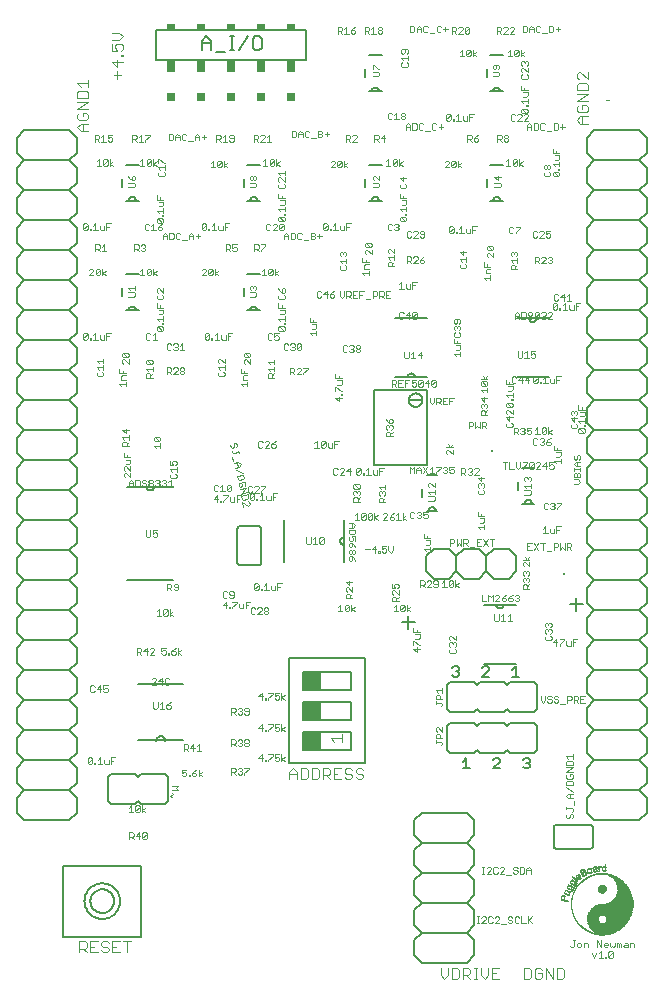
<source format=gto>
G75*
G70*
%OFA0B0*%
%FSLAX24Y24*%
%IPPOS*%
%LPD*%
%AMOC8*
5,1,8,0,0,1.08239X$1,22.5*
%
%ADD10C,0.0060*%
%ADD11R,0.0002X0.0002*%
%ADD12R,0.0004X0.0002*%
%ADD13R,0.0066X0.0002*%
%ADD14R,0.0004X0.0002*%
%ADD15R,0.0002X0.0002*%
%ADD16R,0.0002X0.0002*%
%ADD17R,0.0148X0.0002*%
%ADD18R,0.0002X0.0002*%
%ADD19R,0.0200X0.0002*%
%ADD20R,0.0236X0.0002*%
%ADD21R,0.0268X0.0002*%
%ADD22R,0.0300X0.0002*%
%ADD23R,0.0326X0.0002*%
%ADD24R,0.0350X0.0002*%
%ADD25R,0.0374X0.0002*%
%ADD26R,0.0394X0.0002*%
%ADD27R,0.0418X0.0002*%
%ADD28R,0.0432X0.0002*%
%ADD29R,0.0152X0.0002*%
%ADD30R,0.0280X0.0002*%
%ADD31R,0.0136X0.0002*%
%ADD32R,0.0308X0.0002*%
%ADD33R,0.0126X0.0002*%
%ADD34R,0.0328X0.0002*%
%ADD35R,0.0118X0.0002*%
%ADD36R,0.0348X0.0002*%
%ADD37R,0.0112X0.0002*%
%ADD38R,0.0366X0.0002*%
%ADD39R,0.0108X0.0002*%
%ADD40R,0.0382X0.0002*%
%ADD41R,0.0104X0.0002*%
%ADD42R,0.0398X0.0002*%
%ADD43R,0.0098X0.0002*%
%ADD44R,0.0412X0.0002*%
%ADD45R,0.0096X0.0002*%
%ADD46R,0.0426X0.0002*%
%ADD47R,0.0094X0.0002*%
%ADD48R,0.0440X0.0002*%
%ADD49R,0.0090X0.0002*%
%ADD50R,0.0452X0.0002*%
%ADD51R,0.0088X0.0002*%
%ADD52R,0.0466X0.0002*%
%ADD53R,0.0086X0.0002*%
%ADD54R,0.0478X0.0002*%
%ADD55R,0.0082X0.0002*%
%ADD56R,0.0490X0.0002*%
%ADD57R,0.0078X0.0002*%
%ADD58R,0.0502X0.0002*%
%ADD59R,0.0080X0.0002*%
%ADD60R,0.0510X0.0002*%
%ADD61R,0.0078X0.0002*%
%ADD62R,0.0524X0.0002*%
%ADD63R,0.0076X0.0002*%
%ADD64R,0.0534X0.0002*%
%ADD65R,0.0074X0.0002*%
%ADD66R,0.0546X0.0002*%
%ADD67R,0.0074X0.0002*%
%ADD68R,0.0554X0.0002*%
%ADD69R,0.0072X0.0002*%
%ADD70R,0.0566X0.0002*%
%ADD71R,0.0070X0.0002*%
%ADD72R,0.0572X0.0002*%
%ADD73R,0.0070X0.0002*%
%ADD74R,0.0584X0.0002*%
%ADD75R,0.0068X0.0002*%
%ADD76R,0.0592X0.0002*%
%ADD77R,0.0068X0.0002*%
%ADD78R,0.0602X0.0002*%
%ADD79R,0.0612X0.0002*%
%ADD80R,0.0620X0.0002*%
%ADD81R,0.0064X0.0002*%
%ADD82R,0.0628X0.0002*%
%ADD83R,0.0062X0.0002*%
%ADD84R,0.0638X0.0002*%
%ADD85R,0.0062X0.0002*%
%ADD86R,0.0644X0.0002*%
%ADD87R,0.0654X0.0002*%
%ADD88R,0.0060X0.0002*%
%ADD89R,0.0660X0.0002*%
%ADD90R,0.0056X0.0002*%
%ADD91R,0.0670X0.0002*%
%ADD92R,0.0056X0.0002*%
%ADD93R,0.0678X0.0002*%
%ADD94R,0.0058X0.0002*%
%ADD95R,0.0684X0.0002*%
%ADD96R,0.0058X0.0002*%
%ADD97R,0.0692X0.0002*%
%ADD98R,0.0700X0.0002*%
%ADD99R,0.0708X0.0002*%
%ADD100R,0.0716X0.0002*%
%ADD101R,0.0722X0.0002*%
%ADD102R,0.0054X0.0002*%
%ADD103R,0.0730X0.0002*%
%ADD104R,0.0736X0.0002*%
%ADD105R,0.0052X0.0002*%
%ADD106R,0.0744X0.0002*%
%ADD107R,0.0052X0.0002*%
%ADD108R,0.0750X0.0002*%
%ADD109R,0.0052X0.0002*%
%ADD110R,0.0758X0.0002*%
%ADD111R,0.0764X0.0002*%
%ADD112R,0.0050X0.0002*%
%ADD113R,0.0770X0.0002*%
%ADD114R,0.0050X0.0002*%
%ADD115R,0.0778X0.0002*%
%ADD116R,0.0784X0.0002*%
%ADD117R,0.0792X0.0002*%
%ADD118R,0.0796X0.0002*%
%ADD119R,0.0802X0.0002*%
%ADD120R,0.0048X0.0002*%
%ADD121R,0.0808X0.0002*%
%ADD122R,0.0816X0.0002*%
%ADD123R,0.0820X0.0002*%
%ADD124R,0.0048X0.0002*%
%ADD125R,0.0826X0.0002*%
%ADD126R,0.0832X0.0002*%
%ADD127R,0.0046X0.0002*%
%ADD128R,0.0840X0.0002*%
%ADD129R,0.0046X0.0002*%
%ADD130R,0.0844X0.0002*%
%ADD131R,0.0850X0.0002*%
%ADD132R,0.0856X0.0002*%
%ADD133R,0.0864X0.0002*%
%ADD134R,0.0866X0.0002*%
%ADD135R,0.0044X0.0002*%
%ADD136R,0.0874X0.0002*%
%ADD137R,0.0044X0.0002*%
%ADD138R,0.0878X0.0002*%
%ADD139R,0.0884X0.0002*%
%ADD140R,0.0888X0.0002*%
%ADD141R,0.0894X0.0002*%
%ADD142R,0.0042X0.0002*%
%ADD143R,0.0900X0.0002*%
%ADD144R,0.0904X0.0002*%
%ADD145R,0.0910X0.0002*%
%ADD146R,0.0914X0.0002*%
%ADD147R,0.0920X0.0002*%
%ADD148R,0.0926X0.0002*%
%ADD149R,0.0930X0.0002*%
%ADD150R,0.0934X0.0002*%
%ADD151R,0.0940X0.0002*%
%ADD152R,0.0042X0.0002*%
%ADD153R,0.0944X0.0002*%
%ADD154R,0.0950X0.0002*%
%ADD155R,0.0954X0.0002*%
%ADD156R,0.0040X0.0002*%
%ADD157R,0.0960X0.0002*%
%ADD158R,0.0964X0.0002*%
%ADD159R,0.0040X0.0002*%
%ADD160R,0.0968X0.0002*%
%ADD161R,0.0038X0.0002*%
%ADD162R,0.0972X0.0002*%
%ADD163R,0.0976X0.0002*%
%ADD164R,0.0982X0.0002*%
%ADD165R,0.0986X0.0002*%
%ADD166R,0.0990X0.0002*%
%ADD167R,0.0996X0.0002*%
%ADD168R,0.0998X0.0002*%
%ADD169R,0.1004X0.0002*%
%ADD170R,0.1008X0.0002*%
%ADD171R,0.1012X0.0002*%
%ADD172R,0.1016X0.0002*%
%ADD173R,0.0038X0.0002*%
%ADD174R,0.1022X0.0002*%
%ADD175R,0.1024X0.0002*%
%ADD176R,0.1028X0.0002*%
%ADD177R,0.0036X0.0002*%
%ADD178R,0.1034X0.0002*%
%ADD179R,0.0036X0.0002*%
%ADD180R,0.1038X0.0002*%
%ADD181R,0.1042X0.0002*%
%ADD182R,0.1044X0.0002*%
%ADD183R,0.1050X0.0002*%
%ADD184R,0.1054X0.0002*%
%ADD185R,0.1058X0.0002*%
%ADD186R,0.1060X0.0002*%
%ADD187R,0.1066X0.0002*%
%ADD188R,0.1070X0.0002*%
%ADD189R,0.1072X0.0002*%
%ADD190R,0.1076X0.0002*%
%ADD191R,0.1082X0.0002*%
%ADD192R,0.1082X0.0002*%
%ADD193R,0.0034X0.0002*%
%ADD194R,0.1086X0.0002*%
%ADD195R,0.1092X0.0002*%
%ADD196R,0.1094X0.0002*%
%ADD197R,0.1098X0.0002*%
%ADD198R,0.1102X0.0002*%
%ADD199R,0.1104X0.0002*%
%ADD200R,0.0034X0.0002*%
%ADD201R,0.1110X0.0002*%
%ADD202R,0.0034X0.0002*%
%ADD203R,0.1112X0.0002*%
%ADD204R,0.1116X0.0002*%
%ADD205R,0.1120X0.0002*%
%ADD206R,0.1122X0.0002*%
%ADD207R,0.0034X0.0002*%
%ADD208R,0.1126X0.0002*%
%ADD209R,0.1128X0.0002*%
%ADD210R,0.1132X0.0002*%
%ADD211R,0.1136X0.0002*%
%ADD212R,0.1140X0.0002*%
%ADD213R,0.0032X0.0002*%
%ADD214R,0.1142X0.0002*%
%ADD215R,0.1144X0.0002*%
%ADD216R,0.1150X0.0002*%
%ADD217R,0.0032X0.0002*%
%ADD218R,0.1150X0.0002*%
%ADD219R,0.0032X0.0002*%
%ADD220R,0.1156X0.0002*%
%ADD221R,0.1156X0.0002*%
%ADD222R,0.1162X0.0002*%
%ADD223R,0.1166X0.0002*%
%ADD224R,0.1168X0.0002*%
%ADD225R,0.1170X0.0002*%
%ADD226R,0.0032X0.0002*%
%ADD227R,0.1174X0.0002*%
%ADD228R,0.1178X0.0002*%
%ADD229R,0.1178X0.0002*%
%ADD230R,0.1184X0.0002*%
%ADD231R,0.1186X0.0002*%
%ADD232R,0.1190X0.0002*%
%ADD233R,0.1192X0.0002*%
%ADD234R,0.0030X0.0002*%
%ADD235R,0.1192X0.0002*%
%ADD236R,0.1198X0.0002*%
%ADD237R,0.0030X0.0002*%
%ADD238R,0.1204X0.0002*%
%ADD239R,0.1204X0.0002*%
%ADD240R,0.1208X0.0002*%
%ADD241R,0.1212X0.0002*%
%ADD242R,0.1214X0.0002*%
%ADD243R,0.1216X0.0002*%
%ADD244R,0.1218X0.0002*%
%ADD245R,0.1222X0.0002*%
%ADD246R,0.1224X0.0002*%
%ADD247R,0.1228X0.0002*%
%ADD248R,0.1230X0.0002*%
%ADD249R,0.1232X0.0002*%
%ADD250R,0.1234X0.0002*%
%ADD251R,0.1238X0.0002*%
%ADD252R,0.1242X0.0002*%
%ADD253R,0.1246X0.0002*%
%ADD254R,0.1248X0.0002*%
%ADD255R,0.1250X0.0002*%
%ADD256R,0.1256X0.0002*%
%ADD257R,0.1256X0.0002*%
%ADD258R,0.1258X0.0002*%
%ADD259R,0.1262X0.0002*%
%ADD260R,0.1264X0.0002*%
%ADD261R,0.1266X0.0002*%
%ADD262R,0.1270X0.0002*%
%ADD263R,0.1272X0.0002*%
%ADD264R,0.1272X0.0002*%
%ADD265R,0.1276X0.0002*%
%ADD266R,0.1278X0.0002*%
%ADD267R,0.1280X0.0002*%
%ADD268R,0.0028X0.0002*%
%ADD269R,0.1284X0.0002*%
%ADD270R,0.0028X0.0002*%
%ADD271R,0.1284X0.0002*%
%ADD272R,0.1286X0.0002*%
%ADD273R,0.1288X0.0002*%
%ADD274R,0.1292X0.0002*%
%ADD275R,0.0468X0.0002*%
%ADD276R,0.0786X0.0002*%
%ADD277R,0.0454X0.0002*%
%ADD278R,0.0780X0.0002*%
%ADD279R,0.0448X0.0002*%
%ADD280R,0.0774X0.0002*%
%ADD281R,0.0444X0.0002*%
%ADD282R,0.0770X0.0002*%
%ADD283R,0.0438X0.0002*%
%ADD284R,0.0432X0.0002*%
%ADD285R,0.0762X0.0002*%
%ADD286R,0.0428X0.0002*%
%ADD287R,0.0758X0.0002*%
%ADD288R,0.0756X0.0002*%
%ADD289R,0.0424X0.0002*%
%ADD290R,0.0756X0.0002*%
%ADD291R,0.0420X0.0002*%
%ADD292R,0.0754X0.0002*%
%ADD293R,0.0418X0.0002*%
%ADD294R,0.0750X0.0002*%
%ADD295R,0.0416X0.0002*%
%ADD296R,0.0412X0.0002*%
%ADD297R,0.0748X0.0002*%
%ADD298R,0.0410X0.0002*%
%ADD299R,0.0746X0.0002*%
%ADD300R,0.0408X0.0002*%
%ADD301R,0.0746X0.0002*%
%ADD302R,0.0408X0.0002*%
%ADD303R,0.0406X0.0002*%
%ADD304R,0.0402X0.0002*%
%ADD305R,0.0742X0.0002*%
%ADD306R,0.0400X0.0002*%
%ADD307R,0.0742X0.0002*%
%ADD308R,0.0026X0.0002*%
%ADD309R,0.0740X0.0002*%
%ADD310R,0.0396X0.0002*%
%ADD311R,0.0396X0.0002*%
%ADD312R,0.0738X0.0002*%
%ADD313R,0.0740X0.0002*%
%ADD314R,0.0392X0.0002*%
%ADD315R,0.0390X0.0002*%
%ADD316R,0.0390X0.0002*%
%ADD317R,0.0388X0.0002*%
%ADD318R,0.0738X0.0002*%
%ADD319R,0.0386X0.0002*%
%ADD320R,0.0384X0.0002*%
%ADD321R,0.0384X0.0002*%
%ADD322R,0.0026X0.0002*%
%ADD323R,0.0382X0.0002*%
%ADD324R,0.0382X0.0002*%
%ADD325R,0.0380X0.0002*%
%ADD326R,0.0378X0.0002*%
%ADD327R,0.0742X0.0002*%
%ADD328R,0.0378X0.0002*%
%ADD329R,0.0376X0.0002*%
%ADD330R,0.0744X0.0002*%
%ADD331R,0.0744X0.0002*%
%ADD332R,0.0376X0.0002*%
%ADD333R,0.0374X0.0002*%
%ADD334R,0.0372X0.0002*%
%ADD335R,0.0372X0.0002*%
%ADD336R,0.0748X0.0002*%
%ADD337R,0.0374X0.0002*%
%ADD338R,0.0370X0.0002*%
%ADD339R,0.0370X0.0002*%
%ADD340R,0.0752X0.0002*%
%ADD341R,0.0752X0.0002*%
%ADD342R,0.0752X0.0002*%
%ADD343R,0.0760X0.0002*%
%ADD344R,0.0760X0.0002*%
%ADD345R,0.0368X0.0002*%
%ADD346R,0.0766X0.0002*%
%ADD347R,0.0766X0.0002*%
%ADD348R,0.0768X0.0002*%
%ADD349R,0.0768X0.0002*%
%ADD350R,0.0368X0.0002*%
%ADD351R,0.0772X0.0002*%
%ADD352R,0.0772X0.0002*%
%ADD353R,0.0774X0.0002*%
%ADD354R,0.0776X0.0002*%
%ADD355R,0.0024X0.0002*%
%ADD356R,0.0778X0.0002*%
%ADD357R,0.0782X0.0002*%
%ADD358R,0.0782X0.0002*%
%ADD359R,0.0786X0.0002*%
%ADD360R,0.0790X0.0002*%
%ADD361R,0.0790X0.0002*%
%ADD362R,0.0792X0.0002*%
%ADD363R,0.0794X0.0002*%
%ADD364R,0.0798X0.0002*%
%ADD365R,0.0800X0.0002*%
%ADD366R,0.0804X0.0002*%
%ADD367R,0.0804X0.0002*%
%ADD368R,0.0380X0.0002*%
%ADD369R,0.0808X0.0002*%
%ADD370R,0.0812X0.0002*%
%ADD371R,0.0812X0.0002*%
%ADD372R,0.0818X0.0002*%
%ADD373R,0.0818X0.0002*%
%ADD374R,0.0822X0.0002*%
%ADD375R,0.0024X0.0002*%
%ADD376R,0.0822X0.0002*%
%ADD377R,0.0388X0.0002*%
%ADD378R,0.0024X0.0002*%
%ADD379R,0.0828X0.0002*%
%ADD380R,0.0392X0.0002*%
%ADD381R,0.0836X0.0002*%
%ADD382R,0.0394X0.0002*%
%ADD383R,0.0838X0.0002*%
%ADD384R,0.0842X0.0002*%
%ADD385R,0.0844X0.0002*%
%ADD386R,0.0846X0.0002*%
%ADD387R,0.0024X0.0002*%
%ADD388R,0.0852X0.0002*%
%ADD389R,0.0404X0.0002*%
%ADD390R,0.0856X0.0002*%
%ADD391R,0.0860X0.0002*%
%ADD392R,0.0870X0.0002*%
%ADD393R,0.0414X0.0002*%
%ADD394R,0.0872X0.0002*%
%ADD395R,0.0876X0.0002*%
%ADD396R,0.0880X0.0002*%
%ADD397R,0.0422X0.0002*%
%ADD398R,0.0884X0.0002*%
%ADD399R,0.0886X0.0002*%
%ADD400R,0.0430X0.0002*%
%ADD401R,0.0432X0.0002*%
%ADD402R,0.0898X0.0002*%
%ADD403R,0.0436X0.0002*%
%ADD404R,0.0904X0.0002*%
%ADD405R,0.0442X0.0002*%
%ADD406R,0.0908X0.0002*%
%ADD407R,0.0446X0.0002*%
%ADD408R,0.0914X0.0002*%
%ADD409R,0.0452X0.0002*%
%ADD410R,0.0924X0.0002*%
%ADD411R,0.0458X0.0002*%
%ADD412R,0.0932X0.0002*%
%ADD413R,0.0478X0.0002*%
%ADD414R,0.1444X0.0002*%
%ADD415R,0.1442X0.0002*%
%ADD416R,0.1444X0.0002*%
%ADD417R,0.1444X0.0002*%
%ADD418R,0.1446X0.0002*%
%ADD419R,0.1444X0.0002*%
%ADD420R,0.1446X0.0002*%
%ADD421R,0.0022X0.0002*%
%ADD422R,0.1442X0.0002*%
%ADD423R,0.1442X0.0002*%
%ADD424R,0.0022X0.0002*%
%ADD425R,0.1442X0.0002*%
%ADD426R,0.1440X0.0002*%
%ADD427R,0.0022X0.0002*%
%ADD428R,0.1440X0.0002*%
%ADD429R,0.1438X0.0002*%
%ADD430R,0.1438X0.0002*%
%ADD431R,0.1436X0.0002*%
%ADD432R,0.1436X0.0002*%
%ADD433R,0.1434X0.0002*%
%ADD434R,0.1432X0.0002*%
%ADD435R,0.1434X0.0002*%
%ADD436R,0.1432X0.0002*%
%ADD437R,0.1432X0.0002*%
%ADD438R,0.1430X0.0002*%
%ADD439R,0.1430X0.0002*%
%ADD440R,0.1428X0.0002*%
%ADD441R,0.1428X0.0002*%
%ADD442R,0.1426X0.0002*%
%ADD443R,0.1424X0.0002*%
%ADD444R,0.1424X0.0002*%
%ADD445R,0.1422X0.0002*%
%ADD446R,0.1422X0.0002*%
%ADD447R,0.1420X0.0002*%
%ADD448R,0.1422X0.0002*%
%ADD449R,0.1418X0.0002*%
%ADD450R,0.1416X0.0002*%
%ADD451R,0.1416X0.0002*%
%ADD452R,0.1414X0.0002*%
%ADD453R,0.0022X0.0002*%
%ADD454R,0.1412X0.0002*%
%ADD455R,0.1412X0.0002*%
%ADD456R,0.1410X0.0002*%
%ADD457R,0.1410X0.0002*%
%ADD458R,0.1408X0.0002*%
%ADD459R,0.1406X0.0002*%
%ADD460R,0.1406X0.0002*%
%ADD461R,0.1404X0.0002*%
%ADD462R,0.1402X0.0002*%
%ADD463R,0.1400X0.0002*%
%ADD464R,0.1398X0.0002*%
%ADD465R,0.1396X0.0002*%
%ADD466R,0.1394X0.0002*%
%ADD467R,0.1392X0.0002*%
%ADD468R,0.1392X0.0002*%
%ADD469R,0.1392X0.0002*%
%ADD470R,0.1388X0.0002*%
%ADD471R,0.1388X0.0002*%
%ADD472R,0.1386X0.0002*%
%ADD473R,0.1384X0.0002*%
%ADD474R,0.1382X0.0002*%
%ADD475R,0.1380X0.0002*%
%ADD476R,0.1378X0.0002*%
%ADD477R,0.1378X0.0002*%
%ADD478R,0.1374X0.0002*%
%ADD479R,0.1372X0.0002*%
%ADD480R,0.1372X0.0002*%
%ADD481R,0.1368X0.0002*%
%ADD482R,0.1368X0.0002*%
%ADD483R,0.1364X0.0002*%
%ADD484R,0.1362X0.0002*%
%ADD485R,0.1362X0.0002*%
%ADD486R,0.1358X0.0002*%
%ADD487R,0.1358X0.0002*%
%ADD488R,0.1356X0.0002*%
%ADD489R,0.1354X0.0002*%
%ADD490R,0.1352X0.0002*%
%ADD491R,0.1348X0.0002*%
%ADD492R,0.1348X0.0002*%
%ADD493R,0.1346X0.0002*%
%ADD494R,0.1342X0.0002*%
%ADD495R,0.1342X0.0002*%
%ADD496R,0.1338X0.0002*%
%ADD497R,0.1338X0.0002*%
%ADD498R,0.1334X0.0002*%
%ADD499R,0.1332X0.0002*%
%ADD500R,0.1330X0.0002*%
%ADD501R,0.1328X0.0002*%
%ADD502R,0.1324X0.0002*%
%ADD503R,0.1324X0.0002*%
%ADD504R,0.1318X0.0002*%
%ADD505R,0.0020X0.0002*%
%ADD506R,0.1318X0.0002*%
%ADD507R,0.1316X0.0002*%
%ADD508R,0.1312X0.0002*%
%ADD509R,0.1308X0.0002*%
%ADD510R,0.1308X0.0002*%
%ADD511R,0.1304X0.0002*%
%ADD512R,0.1302X0.0002*%
%ADD513R,0.1296X0.0002*%
%ADD514R,0.1294X0.0002*%
%ADD515R,0.1288X0.0002*%
%ADD516R,0.1282X0.0002*%
%ADD517R,0.1276X0.0002*%
%ADD518R,0.1274X0.0002*%
%ADD519R,0.1270X0.0002*%
%ADD520R,0.1266X0.0002*%
%ADD521R,0.1260X0.0002*%
%ADD522R,0.1254X0.0002*%
%ADD523R,0.1244X0.0002*%
%ADD524R,0.1242X0.0002*%
%ADD525R,0.1234X0.0002*%
%ADD526R,0.1232X0.0002*%
%ADD527R,0.1226X0.0002*%
%ADD528R,0.1214X0.0002*%
%ADD529R,0.1206X0.0002*%
%ADD530R,0.1196X0.0002*%
%ADD531R,0.1174X0.0002*%
%ADD532R,0.1166X0.0002*%
%ADD533R,0.1160X0.0002*%
%ADD534R,0.1154X0.0002*%
%ADD535R,0.1144X0.0002*%
%ADD536R,0.1134X0.0002*%
%ADD537R,0.1126X0.0002*%
%ADD538R,0.1088X0.0002*%
%ADD539R,0.0010X0.0002*%
%ADD540R,0.0980X0.0002*%
%ADD541R,0.0964X0.0002*%
%ADD542R,0.0020X0.0002*%
%ADD543R,0.0950X0.0002*%
%ADD544R,0.0938X0.0002*%
%ADD545R,0.0928X0.0002*%
%ADD546R,0.0918X0.0002*%
%ADD547R,0.0908X0.0002*%
%ADD548R,0.0900X0.0002*%
%ADD549R,0.0894X0.0002*%
%ADD550R,0.0880X0.0002*%
%ADD551R,0.0872X0.0002*%
%ADD552R,0.0868X0.0002*%
%ADD553R,0.0854X0.0002*%
%ADD554R,0.0838X0.0002*%
%ADD555R,0.0834X0.0002*%
%ADD556R,0.0828X0.0002*%
%ADD557R,0.0826X0.0002*%
%ADD558R,0.0810X0.0002*%
%ADD559R,0.0802X0.0002*%
%ADD560R,0.0798X0.0002*%
%ADD561R,0.0784X0.0002*%
%ADD562R,0.0776X0.0002*%
%ADD563R,0.0018X0.0002*%
%ADD564R,0.0734X0.0002*%
%ADD565R,0.0042X0.0002*%
%ADD566R,0.0728X0.0002*%
%ADD567R,0.0722X0.0002*%
%ADD568R,0.0062X0.0002*%
%ADD569R,0.0722X0.0002*%
%ADD570R,0.0074X0.0002*%
%ADD571R,0.0718X0.0002*%
%ADD572R,0.0094X0.0002*%
%ADD573R,0.0712X0.0002*%
%ADD574R,0.0104X0.0002*%
%ADD575R,0.0710X0.0002*%
%ADD576R,0.0116X0.0002*%
%ADD577R,0.0706X0.0002*%
%ADD578R,0.0128X0.0002*%
%ADD579R,0.0706X0.0002*%
%ADD580R,0.0138X0.0002*%
%ADD581R,0.0702X0.0002*%
%ADD582R,0.0144X0.0002*%
%ADD583R,0.0700X0.0002*%
%ADD584R,0.0156X0.0002*%
%ADD585R,0.0696X0.0002*%
%ADD586R,0.0160X0.0002*%
%ADD587R,0.0694X0.0002*%
%ADD588R,0.0160X0.0002*%
%ADD589R,0.0690X0.0002*%
%ADD590R,0.0688X0.0002*%
%ADD591R,0.0158X0.0002*%
%ADD592R,0.0686X0.0002*%
%ADD593R,0.0684X0.0002*%
%ADD594R,0.0682X0.0002*%
%ADD595R,0.0678X0.0002*%
%ADD596R,0.0148X0.0002*%
%ADD597R,0.0676X0.0002*%
%ADD598R,0.0142X0.0002*%
%ADD599R,0.0676X0.0002*%
%ADD600R,0.0670X0.0002*%
%ADD601R,0.0668X0.0002*%
%ADD602R,0.0106X0.0002*%
%ADD603R,0.0668X0.0002*%
%ADD604R,0.0664X0.0002*%
%ADD605R,0.0084X0.0002*%
%ADD606R,0.0662X0.0002*%
%ADD607R,0.0074X0.0002*%
%ADD608R,0.0064X0.0002*%
%ADD609R,0.0658X0.0002*%
%ADD610R,0.0054X0.0002*%
%ADD611R,0.0656X0.0002*%
%ADD612R,0.0044X0.0002*%
%ADD613R,0.0652X0.0002*%
%ADD614R,0.0652X0.0002*%
%ADD615R,0.0648X0.0002*%
%ADD616R,0.0646X0.0002*%
%ADD617R,0.0640X0.0002*%
%ADD618R,0.0640X0.0002*%
%ADD619R,0.0636X0.0002*%
%ADD620R,0.0634X0.0002*%
%ADD621R,0.0634X0.0002*%
%ADD622R,0.0626X0.0002*%
%ADD623R,0.0624X0.0002*%
%ADD624R,0.0622X0.0002*%
%ADD625R,0.0616X0.0002*%
%ADD626R,0.0614X0.0002*%
%ADD627R,0.0612X0.0002*%
%ADD628R,0.0610X0.0002*%
%ADD629R,0.0606X0.0002*%
%ADD630R,0.0604X0.0002*%
%ADD631R,0.0604X0.0002*%
%ADD632R,0.0598X0.0002*%
%ADD633R,0.0600X0.0002*%
%ADD634R,0.0596X0.0002*%
%ADD635R,0.0596X0.0002*%
%ADD636R,0.0592X0.0002*%
%ADD637R,0.0592X0.0002*%
%ADD638R,0.0588X0.0002*%
%ADD639R,0.0586X0.0002*%
%ADD640R,0.0584X0.0002*%
%ADD641R,0.0580X0.0002*%
%ADD642R,0.0580X0.0002*%
%ADD643R,0.0578X0.0002*%
%ADD644R,0.0574X0.0002*%
%ADD645R,0.0572X0.0002*%
%ADD646R,0.0568X0.0002*%
%ADD647R,0.0570X0.0002*%
%ADD648R,0.0564X0.0002*%
%ADD649R,0.0564X0.0002*%
%ADD650R,0.0562X0.0002*%
%ADD651R,0.0560X0.0002*%
%ADD652R,0.0558X0.0002*%
%ADD653R,0.0558X0.0002*%
%ADD654R,0.0556X0.0002*%
%ADD655R,0.0552X0.0002*%
%ADD656R,0.0114X0.0002*%
%ADD657R,0.0552X0.0002*%
%ADD658R,0.0110X0.0002*%
%ADD659R,0.0550X0.0002*%
%ADD660R,0.0110X0.0002*%
%ADD661R,0.0548X0.0002*%
%ADD662R,0.0106X0.0002*%
%ADD663R,0.0102X0.0002*%
%ADD664R,0.0544X0.0002*%
%ADD665R,0.0542X0.0002*%
%ADD666R,0.0090X0.0002*%
%ADD667R,0.0540X0.0002*%
%ADD668R,0.0540X0.0002*%
%ADD669R,0.0536X0.0002*%
%ADD670R,0.0536X0.0002*%
%ADD671R,0.0534X0.0002*%
%ADD672R,0.0060X0.0002*%
%ADD673R,0.0532X0.0002*%
%ADD674R,0.0532X0.0002*%
%ADD675R,0.0530X0.0002*%
%ADD676R,0.0012X0.0002*%
%ADD677R,0.0526X0.0002*%
%ADD678R,0.0528X0.0002*%
%ADD679R,0.0522X0.0002*%
%ADD680R,0.0520X0.0002*%
%ADD681R,0.0520X0.0002*%
%ADD682R,0.0516X0.0002*%
%ADD683R,0.0518X0.0002*%
%ADD684R,0.0514X0.0002*%
%ADD685R,0.0514X0.0002*%
%ADD686R,0.0512X0.0002*%
%ADD687R,0.0062X0.0002*%
%ADD688R,0.0510X0.0002*%
%ADD689R,0.0506X0.0002*%
%ADD690R,0.0506X0.0002*%
%ADD691R,0.0502X0.0002*%
%ADD692R,0.0114X0.0002*%
%ADD693R,0.0120X0.0002*%
%ADD694R,0.0498X0.0002*%
%ADD695R,0.0126X0.0002*%
%ADD696R,0.0498X0.0002*%
%ADD697R,0.0132X0.0002*%
%ADD698R,0.0496X0.0002*%
%ADD699R,0.0494X0.0002*%
%ADD700R,0.0082X0.0002*%
%ADD701R,0.0080X0.0002*%
%ADD702R,0.0494X0.0002*%
%ADD703R,0.0490X0.0002*%
%ADD704R,0.0486X0.0002*%
%ADD705R,0.0486X0.0002*%
%ADD706R,0.0484X0.0002*%
%ADD707R,0.0482X0.0002*%
%ADD708R,0.0482X0.0002*%
%ADD709R,0.0480X0.0002*%
%ADD710R,0.0476X0.0002*%
%ADD711R,0.0474X0.0002*%
%ADD712R,0.0472X0.0002*%
%ADD713R,0.0012X0.0002*%
%ADD714R,0.0076X0.0002*%
%ADD715R,0.0472X0.0002*%
%ADD716R,0.0008X0.0002*%
%ADD717R,0.0468X0.0002*%
%ADD718R,0.0118X0.0002*%
%ADD719R,0.0466X0.0002*%
%ADD720R,0.0018X0.0002*%
%ADD721R,0.0464X0.0002*%
%ADD722R,0.0134X0.0002*%
%ADD723R,0.0462X0.0002*%
%ADD724R,0.0140X0.0002*%
%ADD725R,0.0462X0.0002*%
%ADD726R,0.0146X0.0002*%
%ADD727R,0.0460X0.0002*%
%ADD728R,0.0154X0.0002*%
%ADD729R,0.0460X0.0002*%
%ADD730R,0.0158X0.0002*%
%ADD731R,0.0162X0.0002*%
%ADD732R,0.0456X0.0002*%
%ADD733R,0.0008X0.0002*%
%ADD734R,0.0168X0.0002*%
%ADD735R,0.0456X0.0002*%
%ADD736R,0.0014X0.0002*%
%ADD737R,0.0174X0.0002*%
%ADD738R,0.0178X0.0002*%
%ADD739R,0.0452X0.0002*%
%ADD740R,0.0182X0.0002*%
%ADD741R,0.0186X0.0002*%
%ADD742R,0.0450X0.0002*%
%ADD743R,0.0190X0.0002*%
%ADD744R,0.0450X0.0002*%
%ADD745R,0.0194X0.0002*%
%ADD746R,0.0198X0.0002*%
%ADD747R,0.0448X0.0002*%
%ADD748R,0.0202X0.0002*%
%ADD749R,0.0444X0.0002*%
%ADD750R,0.0072X0.0002*%
%ADD751R,0.0206X0.0002*%
%ADD752R,0.0210X0.0002*%
%ADD753R,0.0442X0.0002*%
%ADD754R,0.0214X0.0002*%
%ADD755R,0.0218X0.0002*%
%ADD756R,0.0220X0.0002*%
%ADD757R,0.0438X0.0002*%
%ADD758R,0.0222X0.0002*%
%ADD759R,0.0226X0.0002*%
%ADD760R,0.0226X0.0002*%
%ADD761R,0.0434X0.0002*%
%ADD762R,0.0230X0.0002*%
%ADD763R,0.0434X0.0002*%
%ADD764R,0.0234X0.0002*%
%ADD765R,0.0234X0.0002*%
%ADD766R,0.0238X0.0002*%
%ADD767R,0.0238X0.0002*%
%ADD768R,0.0428X0.0002*%
%ADD769R,0.0240X0.0002*%
%ADD770R,0.0082X0.0002*%
%ADD771R,0.0242X0.0002*%
%ADD772R,0.0426X0.0002*%
%ADD773R,0.0246X0.0002*%
%ADD774R,0.0424X0.0002*%
%ADD775R,0.0248X0.0002*%
%ADD776R,0.0072X0.0002*%
%ADD777R,0.0250X0.0002*%
%ADD778R,0.0422X0.0002*%
%ADD779R,0.0066X0.0002*%
%ADD780R,0.0252X0.0002*%
%ADD781R,0.0420X0.0002*%
%ADD782R,0.0252X0.0002*%
%ADD783R,0.0254X0.0002*%
%ADD784R,0.0254X0.0002*%
%ADD785R,0.0416X0.0002*%
%ADD786R,0.0042X0.0002*%
%ADD787R,0.0256X0.0002*%
%ADD788R,0.0414X0.0002*%
%ADD789R,0.0258X0.0002*%
%ADD790R,0.0258X0.0002*%
%ADD791R,0.0412X0.0002*%
%ADD792R,0.0260X0.0002*%
%ADD793R,0.0262X0.0002*%
%ADD794R,0.0410X0.0002*%
%ADD795R,0.0006X0.0002*%
%ADD796R,0.0262X0.0002*%
%ADD797R,0.0264X0.0002*%
%ADD798R,0.0404X0.0002*%
%ADD799R,0.0406X0.0002*%
%ADD800R,0.0266X0.0002*%
%ADD801R,0.0266X0.0002*%
%ADD802R,0.0404X0.0002*%
%ADD803R,0.0400X0.0002*%
%ADD804R,0.0402X0.0002*%
%ADD805R,0.0092X0.0002*%
%ADD806R,0.0398X0.0002*%
%ADD807R,0.0098X0.0002*%
%ADD808R,0.0268X0.0002*%
%ADD809R,0.0102X0.0002*%
%ADD810R,0.0112X0.0002*%
%ADD811R,0.0392X0.0002*%
%ADD812R,0.0122X0.0002*%
%ADD813R,0.0386X0.0002*%
%ADD814R,0.0372X0.0002*%
%ADD815R,0.0252X0.0002*%
%ADD816R,0.0366X0.0002*%
%ADD817R,0.0246X0.0002*%
%ADD818R,0.0244X0.0002*%
%ADD819R,0.0364X0.0002*%
%ADD820R,0.0242X0.0002*%
%ADD821R,0.0362X0.0002*%
%ADD822R,0.0360X0.0002*%
%ADD823R,0.0360X0.0002*%
%ADD824R,0.0358X0.0002*%
%ADD825R,0.0358X0.0002*%
%ADD826R,0.0064X0.0002*%
%ADD827R,0.0356X0.0002*%
%ADD828R,0.0228X0.0002*%
%ADD829R,0.0356X0.0002*%
%ADD830R,0.0354X0.0002*%
%ADD831R,0.0222X0.0002*%
%ADD832R,0.0352X0.0002*%
%ADD833R,0.0352X0.0002*%
%ADD834R,0.0216X0.0002*%
%ADD835R,0.0352X0.0002*%
%ADD836R,0.0350X0.0002*%
%ADD837R,0.0348X0.0002*%
%ADD838R,0.0204X0.0002*%
%ADD839R,0.0346X0.0002*%
%ADD840R,0.0196X0.0002*%
%ADD841R,0.0344X0.0002*%
%ADD842R,0.0192X0.0002*%
%ADD843R,0.0344X0.0002*%
%ADD844R,0.0054X0.0002*%
%ADD845R,0.0190X0.0002*%
%ADD846R,0.0342X0.0002*%
%ADD847R,0.0054X0.0002*%
%ADD848R,0.0186X0.0002*%
%ADD849R,0.0342X0.0002*%
%ADD850R,0.0180X0.0002*%
%ADD851R,0.0340X0.0002*%
%ADD852R,0.0340X0.0002*%
%ADD853R,0.0170X0.0002*%
%ADD854R,0.0338X0.0002*%
%ADD855R,0.0166X0.0002*%
%ADD856R,0.0338X0.0002*%
%ADD857R,0.0162X0.0002*%
%ADD858R,0.0336X0.0002*%
%ADD859R,0.0334X0.0002*%
%ADD860R,0.0112X0.0002*%
%ADD861R,0.0336X0.0002*%
%ADD862R,0.0100X0.0002*%
%ADD863R,0.0138X0.0002*%
%ADD864R,0.0332X0.0002*%
%ADD865R,0.0092X0.0002*%
%ADD866R,0.0132X0.0002*%
%ADD867R,0.0330X0.0002*%
%ADD868R,0.0084X0.0002*%
%ADD869R,0.0124X0.0002*%
%ADD870R,0.0332X0.0002*%
%ADD871R,0.0116X0.0002*%
%ADD872R,0.0330X0.0002*%
%ADD873R,0.0328X0.0002*%
%ADD874R,0.0052X0.0002*%
%ADD875R,0.0086X0.0002*%
%ADD876R,0.0326X0.0002*%
%ADD877R,0.0324X0.0002*%
%ADD878R,0.0322X0.0002*%
%ADD879R,0.0322X0.0002*%
%ADD880R,0.0320X0.0002*%
%ADD881R,0.0318X0.0002*%
%ADD882R,0.0318X0.0002*%
%ADD883R,0.0316X0.0002*%
%ADD884R,0.0316X0.0002*%
%ADD885R,0.0016X0.0002*%
%ADD886R,0.0096X0.0002*%
%ADD887R,0.0314X0.0002*%
%ADD888R,0.0100X0.0002*%
%ADD889R,0.0312X0.0002*%
%ADD890R,0.0312X0.0002*%
%ADD891R,0.0310X0.0002*%
%ADD892R,0.0310X0.0002*%
%ADD893R,0.0306X0.0002*%
%ADD894R,0.0306X0.0002*%
%ADD895R,0.0304X0.0002*%
%ADD896R,0.0302X0.0002*%
%ADD897R,0.0300X0.0002*%
%ADD898R,0.0298X0.0002*%
%ADD899R,0.0298X0.0002*%
%ADD900R,0.0296X0.0002*%
%ADD901R,0.0294X0.0002*%
%ADD902R,0.0296X0.0002*%
%ADD903R,0.0292X0.0002*%
%ADD904R,0.0294X0.0002*%
%ADD905R,0.0290X0.0002*%
%ADD906R,0.0290X0.0002*%
%ADD907R,0.0288X0.0002*%
%ADD908R,0.0288X0.0002*%
%ADD909R,0.0286X0.0002*%
%ADD910R,0.0286X0.0002*%
%ADD911R,0.0284X0.0002*%
%ADD912R,0.0282X0.0002*%
%ADD913R,0.0282X0.0002*%
%ADD914R,0.0280X0.0002*%
%ADD915R,0.0278X0.0002*%
%ADD916R,0.0276X0.0002*%
%ADD917R,0.0276X0.0002*%
%ADD918R,0.0274X0.0002*%
%ADD919R,0.0272X0.0002*%
%ADD920R,0.0272X0.0002*%
%ADD921R,0.0270X0.0002*%
%ADD922R,0.0270X0.0002*%
%ADD923R,0.0006X0.0002*%
%ADD924R,0.0264X0.0002*%
%ADD925R,0.0010X0.0002*%
%ADD926R,0.0262X0.0002*%
%ADD927R,0.0260X0.0002*%
%ADD928R,0.0256X0.0002*%
%ADD929R,0.0250X0.0002*%
%ADD930R,0.0248X0.0002*%
%ADD931R,0.0244X0.0002*%
%ADD932R,0.0240X0.0002*%
%ADD933R,0.0236X0.0002*%
%ADD934R,0.0234X0.0002*%
%ADD935R,0.0232X0.0002*%
%ADD936R,0.0016X0.0002*%
%ADD937R,0.0232X0.0002*%
%ADD938R,0.0228X0.0002*%
%ADD939R,0.0224X0.0002*%
%ADD940R,0.0222X0.0002*%
%ADD941R,0.0088X0.0002*%
%ADD942R,0.0220X0.0002*%
%ADD943R,0.0104X0.0002*%
%ADD944R,0.0218X0.0002*%
%ADD945R,0.0216X0.0002*%
%ADD946R,0.0214X0.0002*%
%ADD947R,0.0212X0.0002*%
%ADD948R,0.0044X0.0002*%
%ADD949R,0.0212X0.0002*%
%ADD950R,0.0208X0.0002*%
%ADD951R,0.0208X0.0002*%
%ADD952R,0.0206X0.0002*%
%ADD953R,0.0202X0.0002*%
%ADD954R,0.0200X0.0002*%
%ADD955R,0.0198X0.0002*%
%ADD956R,0.0196X0.0002*%
%ADD957R,0.0192X0.0002*%
%ADD958R,0.0192X0.0002*%
%ADD959R,0.0188X0.0002*%
%ADD960R,0.0184X0.0002*%
%ADD961R,0.0184X0.0002*%
%ADD962R,0.0182X0.0002*%
%ADD963R,0.0182X0.0002*%
%ADD964R,0.0180X0.0002*%
%ADD965R,0.0178X0.0002*%
%ADD966R,0.0014X0.0002*%
%ADD967R,0.0176X0.0002*%
%ADD968R,0.0176X0.0002*%
%ADD969R,0.0004X0.0002*%
%ADD970R,0.0174X0.0002*%
%ADD971R,0.0172X0.0002*%
%ADD972R,0.0170X0.0002*%
%ADD973R,0.0166X0.0002*%
%ADD974R,0.0072X0.0002*%
%ADD975R,0.0164X0.0002*%
%ADD976R,0.0164X0.0002*%
%ADD977R,0.0162X0.0002*%
%ADD978R,0.0162X0.0002*%
%ADD979R,0.0156X0.0002*%
%ADD980R,0.0154X0.0002*%
%ADD981R,0.0094X0.0002*%
%ADD982R,0.0154X0.0002*%
%ADD983R,0.0152X0.0002*%
%ADD984R,0.0102X0.0002*%
%ADD985R,0.0152X0.0002*%
%ADD986R,0.0120X0.0002*%
%ADD987R,0.0334X0.0002*%
%ADD988R,0.0172X0.0002*%
%ADD989R,0.0004X0.0002*%
%ADD990R,0.0122X0.0002*%
%ADD991R,0.0084X0.0002*%
%ADD992R,0.0092X0.0002*%
%ADD993R,0.0012X0.0002*%
%ADD994R,0.0104X0.0002*%
%ADD995R,0.0064X0.0002*%
%ADD996R,0.0112X0.0002*%
%ADD997R,0.0108X0.0002*%
%ADD998R,0.0102X0.0002*%
%ADD999R,0.0082X0.0002*%
%ADD1000R,0.0012X0.0002*%
%ADD1001C,0.0020*%
%ADD1002C,0.0040*%
%ADD1003C,0.0030*%
%ADD1004R,0.0600X0.0600*%
%ADD1005C,0.0000*%
%ADD1006R,0.0300X0.0200*%
%ADD1007R,0.0300X0.0400*%
%ADD1008R,0.0300X0.0300*%
%ADD1009C,0.0050*%
%ADD1010R,0.0079X0.0079*%
D10*
X001000Y007500D02*
X000750Y007750D01*
X000750Y008250D01*
X001000Y008500D01*
X002500Y008500D01*
X002750Y008750D01*
X002750Y009250D01*
X002500Y009500D01*
X001000Y009500D01*
X000750Y009750D01*
X000750Y010250D01*
X001000Y010500D01*
X002500Y010500D01*
X002750Y010750D01*
X002750Y011250D01*
X002500Y011500D01*
X001000Y011500D01*
X000750Y011750D01*
X000750Y012250D01*
X001000Y012500D01*
X002500Y012500D01*
X002750Y012750D01*
X002750Y013250D01*
X002500Y013500D01*
X001000Y013500D01*
X000750Y013750D01*
X000750Y014250D01*
X001000Y014500D01*
X002500Y014500D01*
X002750Y014250D01*
X002750Y013750D01*
X002500Y013500D01*
X002500Y012500D02*
X002750Y012250D01*
X002750Y011750D01*
X002500Y011500D01*
X002500Y010500D02*
X002750Y010250D01*
X002750Y009750D01*
X002500Y009500D01*
X002500Y008500D02*
X002750Y008250D01*
X002750Y007750D01*
X002500Y007500D01*
X001000Y007500D01*
X001000Y008500D02*
X000750Y008750D01*
X000750Y009250D01*
X001000Y009500D01*
X001000Y010500D02*
X000750Y010750D01*
X000750Y011250D01*
X001000Y011500D01*
X001000Y012500D02*
X000750Y012750D01*
X000750Y013250D01*
X001000Y013500D01*
X001000Y014500D02*
X000750Y014750D01*
X000750Y015250D01*
X001000Y015500D01*
X002500Y015500D01*
X002750Y015250D01*
X002750Y014750D01*
X002500Y014500D01*
X002500Y015500D02*
X002750Y015750D01*
X002750Y016250D01*
X002500Y016500D01*
X001000Y016500D01*
X000750Y016750D01*
X000750Y017250D01*
X001000Y017500D01*
X002500Y017500D01*
X002750Y017250D01*
X002750Y016750D01*
X002500Y016500D01*
X002500Y017500D02*
X002750Y017750D01*
X002750Y018250D01*
X002500Y018500D01*
X001000Y018500D01*
X000750Y018750D01*
X000750Y019250D01*
X001000Y019500D01*
X002500Y019500D01*
X002750Y019250D01*
X002750Y018750D01*
X002500Y018500D01*
X002500Y019500D02*
X002750Y019750D01*
X002750Y020250D01*
X002500Y020500D01*
X001000Y020500D01*
X000750Y020750D01*
X000750Y021250D01*
X001000Y021500D01*
X002500Y021500D01*
X002750Y021250D01*
X002750Y020750D01*
X002500Y020500D01*
X002500Y021500D02*
X002750Y021750D01*
X002750Y022250D01*
X002500Y022500D01*
X001000Y022500D01*
X000750Y022750D01*
X000750Y023250D01*
X001000Y023500D01*
X000750Y023750D01*
X000750Y024250D01*
X001000Y024500D01*
X000750Y024750D01*
X000750Y025250D01*
X001000Y025500D01*
X000750Y025750D01*
X000750Y026250D01*
X001000Y026500D01*
X000750Y026750D01*
X000750Y027250D01*
X001000Y027500D01*
X000750Y027750D01*
X000750Y028250D01*
X001000Y028500D01*
X000750Y028750D01*
X000750Y029250D01*
X001000Y029500D01*
X000750Y029750D01*
X000750Y030250D01*
X001000Y030500D01*
X002500Y030500D01*
X002750Y030250D01*
X002750Y029750D01*
X002500Y029500D01*
X001000Y029500D01*
X001000Y028500D02*
X002500Y028500D01*
X002750Y028750D01*
X002750Y029250D01*
X002500Y029500D01*
X002500Y028500D02*
X002750Y028250D01*
X002750Y027750D01*
X002500Y027500D01*
X001000Y027500D01*
X001000Y026500D02*
X002500Y026500D01*
X002750Y026750D01*
X002750Y027250D01*
X002500Y027500D01*
X002500Y026500D02*
X002750Y026250D01*
X002750Y025750D01*
X002500Y025500D01*
X001000Y025500D01*
X001000Y024500D02*
X002500Y024500D01*
X002750Y024750D01*
X002750Y025250D01*
X002500Y025500D01*
X002500Y024500D02*
X002750Y024250D01*
X002750Y023750D01*
X002500Y023500D01*
X001000Y023500D01*
X001000Y022500D02*
X000750Y022250D01*
X000750Y021750D01*
X001000Y021500D01*
X001000Y020500D02*
X000750Y020250D01*
X000750Y019750D01*
X001000Y019500D01*
X001000Y018500D02*
X000750Y018250D01*
X000750Y017750D01*
X001000Y017500D01*
X001000Y016500D02*
X000750Y016250D01*
X000750Y015750D01*
X001000Y015500D01*
X004440Y015490D02*
X005960Y015490D01*
X005960Y018610D02*
X005320Y018610D01*
X005080Y018610D01*
X004440Y018610D01*
X005080Y018610D02*
X005082Y018589D01*
X005087Y018569D01*
X005096Y018550D01*
X005108Y018533D01*
X005123Y018518D01*
X005140Y018506D01*
X005159Y018497D01*
X005179Y018492D01*
X005200Y018490D01*
X005221Y018492D01*
X005241Y018497D01*
X005260Y018506D01*
X005277Y018518D01*
X005292Y018533D01*
X005304Y018550D01*
X005313Y018569D01*
X005318Y018589D01*
X005320Y018610D01*
X002500Y022500D02*
X002750Y022750D01*
X002750Y023250D01*
X002500Y023500D01*
X004390Y024500D02*
X004480Y024500D01*
X004720Y024500D01*
X004810Y024500D01*
X004720Y024500D02*
X004718Y024521D01*
X004713Y024541D01*
X004704Y024560D01*
X004692Y024577D01*
X004677Y024592D01*
X004660Y024604D01*
X004641Y024613D01*
X004621Y024618D01*
X004600Y024620D01*
X004579Y024618D01*
X004559Y024613D01*
X004540Y024604D01*
X004523Y024592D01*
X004508Y024577D01*
X004496Y024560D01*
X004487Y024541D01*
X004482Y024521D01*
X004480Y024500D01*
X004260Y024970D02*
X004260Y025230D01*
X004390Y025700D02*
X004810Y025700D01*
X004810Y028150D02*
X004720Y028150D01*
X004480Y028150D01*
X004390Y028150D01*
X004480Y028150D02*
X004482Y028171D01*
X004487Y028191D01*
X004496Y028210D01*
X004508Y028227D01*
X004523Y028242D01*
X004540Y028254D01*
X004559Y028263D01*
X004579Y028268D01*
X004600Y028270D01*
X004621Y028268D01*
X004641Y028263D01*
X004660Y028254D01*
X004677Y028242D01*
X004692Y028227D01*
X004704Y028210D01*
X004713Y028191D01*
X004718Y028171D01*
X004720Y028150D01*
X004260Y028620D02*
X004260Y028880D01*
X004390Y029350D02*
X004810Y029350D01*
X005400Y032850D02*
X005400Y033850D01*
X006400Y033850D01*
X007400Y033850D01*
X008400Y033850D01*
X009400Y033850D01*
X010400Y033850D01*
X010400Y032850D01*
X009400Y032850D01*
X008400Y032850D01*
X007400Y032850D01*
X006400Y032850D01*
X005400Y032850D01*
X008310Y028880D02*
X008310Y028620D01*
X008440Y028150D02*
X008530Y028150D01*
X008770Y028150D01*
X008860Y028150D01*
X008770Y028150D02*
X008768Y028171D01*
X008763Y028191D01*
X008754Y028210D01*
X008742Y028227D01*
X008727Y028242D01*
X008710Y028254D01*
X008691Y028263D01*
X008671Y028268D01*
X008650Y028270D01*
X008629Y028268D01*
X008609Y028263D01*
X008590Y028254D01*
X008573Y028242D01*
X008558Y028227D01*
X008546Y028210D01*
X008537Y028191D01*
X008532Y028171D01*
X008530Y028150D01*
X008440Y029350D02*
X008860Y029350D01*
X008860Y025700D02*
X008440Y025700D01*
X008310Y025230D02*
X008310Y024970D01*
X008440Y024500D02*
X008530Y024500D01*
X008770Y024500D01*
X008860Y024500D01*
X008770Y024500D02*
X008768Y024521D01*
X008763Y024541D01*
X008754Y024560D01*
X008742Y024577D01*
X008727Y024592D01*
X008710Y024604D01*
X008691Y024613D01*
X008671Y024618D01*
X008650Y024620D01*
X008629Y024618D01*
X008609Y024613D01*
X008590Y024604D01*
X008573Y024592D01*
X008558Y024577D01*
X008546Y024560D01*
X008537Y024541D01*
X008532Y024521D01*
X008530Y024500D01*
X012360Y028620D02*
X012360Y028880D01*
X012490Y029350D02*
X012910Y029350D01*
X012910Y028150D02*
X012820Y028150D01*
X012580Y028150D01*
X012490Y028150D01*
X012580Y028150D02*
X012582Y028171D01*
X012587Y028191D01*
X012596Y028210D01*
X012608Y028227D01*
X012623Y028242D01*
X012640Y028254D01*
X012659Y028263D01*
X012679Y028268D01*
X012700Y028270D01*
X012721Y028268D01*
X012741Y028263D01*
X012760Y028254D01*
X012777Y028242D01*
X012792Y028227D01*
X012804Y028210D01*
X012813Y028191D01*
X012818Y028171D01*
X012820Y028150D01*
X012820Y031800D02*
X012580Y031800D01*
X012490Y031800D01*
X012580Y031800D02*
X012582Y031821D01*
X012587Y031841D01*
X012596Y031860D01*
X012608Y031877D01*
X012623Y031892D01*
X012640Y031904D01*
X012659Y031913D01*
X012679Y031918D01*
X012700Y031920D01*
X012721Y031918D01*
X012741Y031913D01*
X012760Y031904D01*
X012777Y031892D01*
X012792Y031877D01*
X012804Y031860D01*
X012813Y031841D01*
X012818Y031821D01*
X012820Y031800D01*
X012910Y031800D01*
X012360Y032270D02*
X012360Y032530D01*
X012490Y033000D02*
X012910Y033000D01*
X016410Y032530D02*
X016410Y032270D01*
X016540Y031800D02*
X016630Y031800D01*
X016870Y031800D01*
X016960Y031800D01*
X016870Y031800D02*
X016868Y031821D01*
X016863Y031841D01*
X016854Y031860D01*
X016842Y031877D01*
X016827Y031892D01*
X016810Y031904D01*
X016791Y031913D01*
X016771Y031918D01*
X016750Y031920D01*
X016729Y031918D01*
X016709Y031913D01*
X016690Y031904D01*
X016673Y031892D01*
X016658Y031877D01*
X016646Y031860D01*
X016637Y031841D01*
X016632Y031821D01*
X016630Y031800D01*
X016540Y033000D02*
X016960Y033000D01*
X016960Y029350D02*
X016540Y029350D01*
X016410Y028880D02*
X016410Y028620D01*
X016540Y028150D02*
X016630Y028150D01*
X016870Y028150D01*
X016960Y028150D01*
X016870Y028150D02*
X016868Y028171D01*
X016863Y028191D01*
X016854Y028210D01*
X016842Y028227D01*
X016827Y028242D01*
X016810Y028254D01*
X016791Y028263D01*
X016771Y028268D01*
X016750Y028270D01*
X016729Y028268D01*
X016709Y028263D01*
X016690Y028254D01*
X016673Y028242D01*
X016658Y028227D01*
X016646Y028210D01*
X016637Y028191D01*
X016632Y028171D01*
X016630Y028150D01*
X017410Y024230D02*
X017830Y024230D01*
X018070Y024230D01*
X018490Y024230D01*
X018070Y024230D02*
X018068Y024209D01*
X018063Y024189D01*
X018054Y024170D01*
X018042Y024153D01*
X018027Y024138D01*
X018010Y024126D01*
X017991Y024117D01*
X017971Y024112D01*
X017950Y024110D01*
X017929Y024112D01*
X017909Y024117D01*
X017890Y024126D01*
X017873Y024138D01*
X017858Y024153D01*
X017846Y024170D01*
X017837Y024189D01*
X017832Y024209D01*
X017830Y024230D01*
X017410Y022270D02*
X018490Y022270D01*
X019750Y022250D02*
X019750Y021750D01*
X020000Y021500D01*
X021500Y021500D01*
X021750Y021250D01*
X021750Y020750D01*
X021500Y020500D01*
X020000Y020500D01*
X019750Y020750D01*
X019750Y021250D01*
X020000Y021500D01*
X019750Y022250D02*
X020000Y022500D01*
X021500Y022500D01*
X021750Y022250D01*
X021750Y021750D01*
X021500Y021500D01*
X021500Y022500D02*
X021750Y022750D01*
X021750Y023250D01*
X021500Y023500D01*
X021750Y023750D01*
X021750Y024250D01*
X021500Y024500D01*
X021750Y024750D01*
X021750Y025250D01*
X021500Y025500D01*
X021750Y025750D01*
X021750Y026250D01*
X021500Y026500D01*
X021750Y026750D01*
X021750Y027250D01*
X021500Y027500D01*
X021750Y027750D01*
X021750Y028250D01*
X021500Y028500D01*
X021750Y028750D01*
X021750Y029250D01*
X021500Y029500D01*
X021750Y029750D01*
X021750Y030250D01*
X021500Y030500D01*
X020000Y030500D01*
X019750Y030250D01*
X019750Y029750D01*
X020000Y029500D01*
X021500Y029500D01*
X021500Y028500D02*
X020000Y028500D01*
X019750Y028750D01*
X019750Y029250D01*
X020000Y029500D01*
X020000Y028500D02*
X019750Y028250D01*
X019750Y027750D01*
X020000Y027500D01*
X021500Y027500D01*
X021500Y026500D02*
X020000Y026500D01*
X019750Y026750D01*
X019750Y027250D01*
X020000Y027500D01*
X020000Y026500D02*
X019750Y026250D01*
X019750Y025750D01*
X020000Y025500D01*
X021500Y025500D01*
X021500Y024500D02*
X020000Y024500D01*
X019750Y024750D01*
X019750Y025250D01*
X020000Y025500D01*
X020000Y024500D02*
X019750Y024250D01*
X019750Y023750D01*
X020000Y023500D01*
X021500Y023500D01*
X020000Y023500D02*
X019750Y023250D01*
X019750Y022750D01*
X020000Y022500D01*
X020000Y020500D02*
X019750Y020250D01*
X019750Y019750D01*
X020000Y019500D01*
X021500Y019500D01*
X021750Y019250D01*
X021750Y018750D01*
X021500Y018500D01*
X020000Y018500D01*
X019750Y018750D01*
X019750Y019250D01*
X020000Y019500D01*
X020000Y018500D02*
X019750Y018250D01*
X019750Y017750D01*
X020000Y017500D01*
X021500Y017500D01*
X021750Y017250D01*
X021750Y016750D01*
X021500Y016500D01*
X020000Y016500D01*
X019750Y016750D01*
X019750Y017250D01*
X020000Y017500D01*
X020000Y016500D02*
X019750Y016250D01*
X019750Y015750D01*
X020000Y015500D01*
X021500Y015500D01*
X021750Y015250D01*
X021750Y014750D01*
X021500Y014500D01*
X020000Y014500D01*
X019750Y014750D01*
X019750Y015250D01*
X020000Y015500D01*
X019613Y014694D02*
X019186Y014694D01*
X019400Y014907D02*
X019400Y014480D01*
X019750Y014250D02*
X019750Y013750D01*
X020000Y013500D01*
X021500Y013500D01*
X021750Y013750D01*
X021750Y014250D01*
X021500Y014500D01*
X021500Y013500D02*
X021750Y013250D01*
X021750Y012750D01*
X021500Y012500D01*
X020000Y012500D01*
X019750Y012750D01*
X019750Y013250D01*
X020000Y013500D01*
X020000Y012500D02*
X019750Y012250D01*
X019750Y011750D01*
X020000Y011500D01*
X021500Y011500D01*
X021750Y011750D01*
X021750Y012250D01*
X021500Y012500D01*
X021500Y011500D02*
X021750Y011250D01*
X021750Y010750D01*
X021500Y010500D01*
X020000Y010500D01*
X019750Y010750D01*
X019750Y011250D01*
X020000Y011500D01*
X020000Y010500D02*
X019750Y010250D01*
X019750Y009750D01*
X020000Y009500D01*
X021500Y009500D01*
X021750Y009750D01*
X021750Y010250D01*
X021500Y010500D01*
X021500Y009500D02*
X021750Y009250D01*
X021750Y008750D01*
X021500Y008500D01*
X020000Y008500D01*
X019750Y008750D01*
X019750Y009250D01*
X020000Y009500D01*
X020000Y008500D02*
X019750Y008250D01*
X019750Y007750D01*
X020000Y007500D01*
X021500Y007500D01*
X021750Y007750D01*
X021750Y008250D01*
X021500Y008500D01*
X019950Y007250D02*
X019950Y006650D01*
X019948Y006633D01*
X019944Y006616D01*
X019937Y006600D01*
X019927Y006586D01*
X019914Y006573D01*
X019900Y006563D01*
X019884Y006556D01*
X019867Y006552D01*
X019850Y006550D01*
X018750Y006550D01*
X018733Y006552D01*
X018716Y006556D01*
X018700Y006563D01*
X018686Y006573D01*
X018673Y006586D01*
X018663Y006600D01*
X018656Y006616D01*
X018652Y006633D01*
X018650Y006650D01*
X018650Y007250D01*
X018652Y007267D01*
X018656Y007284D01*
X018663Y007300D01*
X018673Y007314D01*
X018686Y007327D01*
X018700Y007337D01*
X018716Y007344D01*
X018733Y007348D01*
X018750Y007350D01*
X019850Y007350D01*
X019867Y007348D01*
X019884Y007344D01*
X019900Y007337D01*
X019914Y007327D01*
X019927Y007314D01*
X019937Y007300D01*
X019944Y007284D01*
X019948Y007267D01*
X019950Y007250D01*
X018000Y009750D02*
X018100Y009850D01*
X018100Y010650D01*
X018000Y010750D01*
X017200Y010750D01*
X017100Y010650D01*
X017000Y010750D01*
X016200Y010750D01*
X016100Y010650D01*
X016000Y010750D01*
X015200Y010750D01*
X015100Y010650D01*
X015100Y009850D01*
X015200Y009750D01*
X016000Y009750D01*
X016100Y009850D01*
X016200Y009750D01*
X017000Y009750D01*
X017100Y009850D01*
X017200Y009750D01*
X018000Y009750D01*
X018000Y011100D02*
X017200Y011100D01*
X017100Y011200D01*
X017000Y011100D01*
X016200Y011100D01*
X016100Y011200D01*
X016000Y011100D01*
X015200Y011100D01*
X015100Y011200D01*
X015100Y012000D01*
X015200Y012100D01*
X016000Y012100D01*
X016100Y012000D01*
X016200Y012100D01*
X017000Y012100D01*
X017100Y012000D01*
X017200Y012100D01*
X018000Y012100D01*
X018100Y012000D01*
X018100Y011200D01*
X018000Y011100D01*
X017390Y012720D02*
X016310Y012720D01*
X016310Y014680D02*
X016730Y014680D01*
X016970Y014680D01*
X017390Y014680D01*
X017150Y015550D02*
X017400Y015800D01*
X017400Y016300D01*
X017150Y016550D01*
X016650Y016550D01*
X016400Y016300D01*
X016150Y016550D01*
X015650Y016550D01*
X015400Y016300D01*
X015150Y016550D01*
X014650Y016550D01*
X014400Y016300D01*
X014400Y015800D01*
X014650Y015550D01*
X015150Y015550D01*
X015400Y015800D01*
X015400Y016300D01*
X015400Y015800D02*
X015650Y015550D01*
X016150Y015550D01*
X016400Y015800D01*
X016400Y016300D01*
X016400Y015800D02*
X016650Y015550D01*
X017150Y015550D01*
X016970Y014680D02*
X016968Y014659D01*
X016963Y014639D01*
X016954Y014620D01*
X016942Y014603D01*
X016927Y014588D01*
X016910Y014576D01*
X016891Y014567D01*
X016871Y014562D01*
X016850Y014560D01*
X016829Y014562D01*
X016809Y014567D01*
X016790Y014576D01*
X016773Y014588D01*
X016758Y014603D01*
X016746Y014620D01*
X016737Y014639D01*
X016732Y014659D01*
X016730Y014680D01*
X014770Y017810D02*
X014720Y017810D01*
X014480Y017810D01*
X014430Y017810D01*
X014480Y017810D02*
X014482Y017831D01*
X014487Y017851D01*
X014496Y017870D01*
X014508Y017887D01*
X014523Y017902D01*
X014540Y017914D01*
X014559Y017923D01*
X014579Y017928D01*
X014600Y017930D01*
X014621Y017928D01*
X014641Y017923D01*
X014660Y017914D01*
X014677Y017902D01*
X014692Y017887D01*
X014704Y017870D01*
X014713Y017851D01*
X014718Y017831D01*
X014720Y017810D01*
X014260Y018270D02*
X014260Y018530D01*
X014430Y018990D02*
X014770Y018990D01*
X014440Y022270D02*
X014020Y022270D01*
X013780Y022270D01*
X013360Y022270D01*
X013780Y022270D02*
X013782Y022291D01*
X013787Y022311D01*
X013796Y022330D01*
X013808Y022347D01*
X013823Y022362D01*
X013840Y022374D01*
X013859Y022383D01*
X013879Y022388D01*
X013900Y022390D01*
X013921Y022388D01*
X013941Y022383D01*
X013960Y022374D01*
X013977Y022362D01*
X013992Y022347D01*
X014004Y022330D01*
X014013Y022311D01*
X014018Y022291D01*
X014020Y022270D01*
X014440Y024230D02*
X013360Y024230D01*
X017460Y018780D02*
X017460Y018520D01*
X017600Y018050D02*
X017680Y018050D01*
X017920Y018050D01*
X018000Y018050D01*
X017920Y018050D02*
X017918Y018071D01*
X017913Y018091D01*
X017904Y018110D01*
X017892Y018127D01*
X017877Y018142D01*
X017860Y018154D01*
X017841Y018163D01*
X017821Y018168D01*
X017800Y018170D01*
X017779Y018168D01*
X017759Y018163D01*
X017740Y018154D01*
X017723Y018142D01*
X017708Y018127D01*
X017696Y018110D01*
X017687Y018091D01*
X017682Y018071D01*
X017680Y018050D01*
X017600Y019250D02*
X018000Y019250D01*
X020000Y014500D02*
X019750Y014250D01*
X021500Y015500D02*
X021750Y015750D01*
X021750Y016250D01*
X021500Y016500D01*
X021500Y017500D02*
X021750Y017750D01*
X021750Y018250D01*
X021500Y018500D01*
X021500Y019500D02*
X021750Y019750D01*
X021750Y020250D01*
X021500Y020500D01*
X014013Y014094D02*
X013586Y014094D01*
X013800Y014307D02*
X013800Y013880D01*
X012360Y012900D02*
X009840Y012900D01*
X009840Y009400D01*
X012360Y009400D01*
X012360Y012900D01*
X011900Y012450D02*
X010300Y012450D01*
X010300Y011850D01*
X011900Y011850D01*
X011900Y012450D01*
X011900Y011450D02*
X010300Y011450D01*
X010300Y010850D01*
X011900Y010850D01*
X011900Y011450D01*
X011900Y010450D02*
X010300Y010450D01*
X010300Y009850D01*
X011900Y009850D01*
X011900Y010450D01*
X014250Y007750D02*
X014000Y007500D01*
X014000Y007000D01*
X014250Y006750D01*
X015750Y006750D01*
X016000Y007000D01*
X016000Y007500D01*
X015750Y007750D01*
X014250Y007750D01*
X014250Y006750D02*
X014000Y006500D01*
X014000Y006000D01*
X014250Y005750D01*
X015750Y005750D01*
X016000Y006000D01*
X016000Y006500D01*
X015750Y006750D01*
X015750Y005750D02*
X016000Y005500D01*
X016000Y005000D01*
X015750Y004750D01*
X014250Y004750D01*
X014000Y005000D01*
X014000Y005500D01*
X014250Y005750D01*
X014250Y004750D02*
X014000Y004500D01*
X014000Y004000D01*
X014250Y003750D01*
X015750Y003750D01*
X016000Y004000D01*
X016000Y004500D01*
X015750Y004750D01*
X015750Y003750D02*
X016000Y003500D01*
X016000Y003000D01*
X015750Y002750D01*
X014250Y002750D01*
X014000Y003000D01*
X014000Y003500D01*
X014250Y003750D01*
X006298Y010155D02*
X004802Y010155D01*
X004900Y009050D02*
X005700Y009050D01*
X005800Y008950D01*
X005800Y008150D01*
X005700Y008050D01*
X004900Y008050D01*
X004800Y008150D01*
X004700Y008050D01*
X003900Y008050D01*
X003800Y008150D01*
X003800Y008950D01*
X003900Y009050D01*
X004700Y009050D01*
X004800Y008950D01*
X004900Y009050D01*
X005400Y010150D02*
X005402Y010173D01*
X005407Y010196D01*
X005416Y010218D01*
X005429Y010238D01*
X005444Y010256D01*
X005462Y010271D01*
X005482Y010284D01*
X005504Y010293D01*
X005527Y010298D01*
X005550Y010300D01*
X005573Y010298D01*
X005596Y010293D01*
X005618Y010284D01*
X005638Y010271D01*
X005656Y010256D01*
X005671Y010238D01*
X005684Y010218D01*
X005693Y010196D01*
X005698Y010173D01*
X005700Y010150D01*
X006298Y012045D02*
X004802Y012045D01*
X008200Y016000D02*
X008800Y016000D01*
X008817Y016002D01*
X008834Y016006D01*
X008850Y016013D01*
X008864Y016023D01*
X008877Y016036D01*
X008887Y016050D01*
X008894Y016066D01*
X008898Y016083D01*
X008900Y016100D01*
X008900Y017200D01*
X008898Y017217D01*
X008894Y017234D01*
X008887Y017250D01*
X008877Y017264D01*
X008864Y017277D01*
X008850Y017287D01*
X008834Y017294D01*
X008817Y017298D01*
X008800Y017300D01*
X008200Y017300D01*
X008183Y017298D01*
X008166Y017294D01*
X008150Y017287D01*
X008136Y017277D01*
X008123Y017264D01*
X008113Y017250D01*
X008106Y017234D01*
X008102Y017217D01*
X008100Y017200D01*
X008100Y016100D01*
X008102Y016083D01*
X008106Y016066D01*
X008113Y016050D01*
X008123Y016036D01*
X008136Y016023D01*
X008150Y016013D01*
X008166Y016006D01*
X008183Y016002D01*
X008200Y016000D01*
X009650Y016100D02*
X009650Y017500D01*
X011650Y017500D02*
X011650Y016920D01*
X011650Y016680D01*
X011650Y016100D01*
X011650Y016680D02*
X011629Y016682D01*
X011609Y016687D01*
X011590Y016696D01*
X011573Y016708D01*
X011558Y016723D01*
X011546Y016740D01*
X011537Y016759D01*
X011532Y016779D01*
X011530Y016800D01*
X011532Y016821D01*
X011537Y016841D01*
X011546Y016860D01*
X011558Y016877D01*
X011573Y016892D01*
X011590Y016904D01*
X011609Y016913D01*
X011629Y016918D01*
X011650Y016920D01*
D11*
X019290Y005444D03*
X019294Y005444D03*
X019310Y005310D03*
X019314Y005310D03*
X019354Y005294D03*
X019370Y005290D03*
X019226Y005156D03*
X019214Y005154D03*
X019210Y005154D03*
X019200Y005154D03*
X019276Y005116D03*
X019024Y005054D03*
X019000Y004934D03*
X018974Y004936D03*
X019050Y004810D03*
X019044Y004780D03*
X019074Y004774D03*
X019124Y004796D03*
X019504Y005524D03*
X019644Y005844D03*
X019854Y005700D03*
X019830Y005574D03*
X020004Y005666D03*
X020084Y005684D03*
X020164Y005696D03*
X020210Y005700D03*
X020104Y005764D03*
X020044Y005900D03*
X020224Y005914D03*
X020330Y005794D03*
X020340Y005700D03*
X020334Y005676D03*
X020350Y005674D03*
X020404Y005694D03*
X020434Y005690D03*
X020316Y005050D03*
X020280Y005044D03*
X020276Y005044D03*
X020270Y005044D03*
X020234Y004674D03*
X020166Y004664D03*
X020120Y003684D03*
X020170Y003654D03*
X020174Y003654D03*
X020184Y003676D03*
X020210Y003674D03*
X020220Y003674D03*
X020230Y003650D03*
X020236Y003650D03*
X020240Y003650D03*
X020324Y003650D03*
X020380Y003654D03*
X020430Y003660D03*
D12*
X020245Y003650D03*
X019205Y005154D03*
X020195Y005676D03*
X020215Y005700D03*
D13*
X020338Y005934D03*
X019856Y005866D03*
X019448Y005564D03*
X019378Y005286D03*
X019376Y005284D03*
X019280Y005244D03*
X019188Y005300D03*
X019182Y005090D03*
X019918Y003726D03*
X019924Y003724D03*
X020282Y003650D03*
D14*
X020319Y003650D03*
X020283Y004676D03*
X020277Y004676D03*
X019267Y005116D03*
X019159Y005334D03*
X019273Y005464D03*
X019283Y005496D03*
D15*
X019282Y005444D03*
X019318Y005310D03*
X019178Y005284D03*
X019152Y005300D03*
X019278Y005144D03*
X019272Y005116D03*
X019132Y004984D03*
X018992Y004936D03*
X019022Y004784D03*
X019082Y004804D03*
X019298Y005604D03*
X019858Y005700D03*
X019998Y005664D03*
X020022Y005746D03*
X020028Y005770D03*
X020032Y005770D03*
X020118Y005690D03*
X020148Y005694D03*
X020142Y005670D03*
X020348Y005770D03*
X020382Y005770D03*
X020388Y005696D03*
X020222Y005944D03*
X020218Y005944D03*
X020062Y005924D03*
X020038Y005924D03*
X020038Y005900D03*
X019858Y005874D03*
X020238Y005306D03*
X020258Y005310D03*
X020252Y005046D03*
X020272Y004676D03*
X020272Y004306D03*
X020278Y004306D03*
X020282Y004306D03*
X020298Y004304D03*
X020252Y004304D03*
X020148Y003680D03*
X020158Y003656D03*
X020328Y003650D03*
X020332Y003650D03*
D16*
X020354Y003652D03*
X020414Y003658D03*
X020200Y003652D03*
X020166Y003678D03*
X020134Y003682D03*
X020096Y003688D03*
X020294Y004042D03*
X020320Y004678D03*
X020314Y005678D03*
X020290Y005702D03*
X020284Y005702D03*
X020280Y005702D03*
X020276Y005702D03*
X020266Y005702D03*
X020256Y005702D03*
X020250Y005702D03*
X020234Y005678D03*
X020226Y005678D03*
X020186Y005698D03*
X020126Y005668D03*
X020106Y005688D03*
X019964Y005858D03*
X020010Y005918D03*
X020174Y005938D03*
X020180Y005938D03*
X020234Y005942D03*
X020350Y005918D03*
X020420Y005692D03*
X020446Y005688D03*
X019860Y005848D03*
X019634Y005588D03*
X019486Y005642D03*
X019076Y005118D03*
X018974Y004968D03*
X019104Y004768D03*
D17*
X020277Y005288D03*
X020277Y003652D03*
D18*
X020358Y003652D03*
X020162Y003678D03*
X020032Y003702D03*
X019918Y003738D03*
X019092Y004802D03*
X018988Y004822D03*
X018982Y004792D03*
X018992Y004968D03*
X019208Y005072D03*
X019478Y005642D03*
X019692Y005758D03*
X019872Y005872D03*
X020038Y005748D03*
X020072Y005682D03*
X020092Y005662D03*
X020132Y005692D03*
X020182Y005698D03*
X020222Y005678D03*
X020262Y005702D03*
X020318Y005678D03*
X020188Y005772D03*
X020328Y005942D03*
X020408Y005998D03*
D19*
X020277Y003654D03*
D20*
X020279Y003656D03*
X020277Y005240D03*
X020791Y005484D03*
X020795Y005480D03*
D21*
X020851Y005418D03*
X020277Y003658D03*
D22*
X020277Y003660D03*
X020897Y005354D03*
X020895Y005356D03*
D23*
X020926Y005302D03*
X020276Y003662D03*
D24*
X020276Y003664D03*
X020946Y005260D03*
D25*
X020964Y005214D03*
X019964Y004126D03*
X019962Y004134D03*
X019962Y004136D03*
X019962Y004210D03*
X019962Y004214D03*
X020278Y003666D03*
D26*
X020276Y003668D03*
X019978Y004088D03*
D27*
X019996Y004286D03*
X020276Y003670D03*
D28*
X020277Y003672D03*
D29*
X020129Y003674D03*
D30*
X020363Y003674D03*
X020869Y005394D03*
X020867Y005396D03*
D31*
X020105Y005674D03*
X020111Y003676D03*
D32*
X020357Y003676D03*
X020905Y005340D03*
D33*
X020096Y003678D03*
D34*
X020355Y003678D03*
D35*
X020086Y003680D03*
X020278Y005700D03*
D36*
X020355Y003680D03*
D37*
X020075Y003682D03*
X019499Y005522D03*
D38*
X020354Y003682D03*
X020958Y005228D03*
D39*
X020061Y005666D03*
X020039Y005904D03*
X019635Y005820D03*
X019499Y005520D03*
X019201Y005174D03*
X020063Y003684D03*
D40*
X020352Y003684D03*
X019968Y004110D03*
X019968Y004236D03*
D41*
X020055Y003686D03*
X019485Y005646D03*
D42*
X019982Y004266D03*
X019980Y004264D03*
X019982Y004080D03*
X020352Y003686D03*
D43*
X020044Y003688D03*
X019132Y005002D03*
X018986Y004948D03*
X019290Y005452D03*
X019860Y005718D03*
X020040Y005662D03*
X020276Y005302D03*
D44*
X020351Y003688D03*
D45*
X020037Y003690D03*
X018949Y004820D03*
X018985Y004950D03*
X019637Y005824D03*
X019859Y005716D03*
X020027Y005766D03*
X020337Y005920D03*
D46*
X020276Y005680D03*
X020000Y004290D03*
X020000Y004056D03*
X020352Y003690D03*
D47*
X020028Y003692D03*
X020024Y005658D03*
X019854Y005858D03*
D48*
X020991Y005098D03*
X020351Y003692D03*
D49*
X020020Y003694D03*
X019134Y005000D03*
X020016Y005656D03*
X020064Y005844D03*
X020338Y005924D03*
D50*
X020995Y005080D03*
X020351Y003694D03*
D51*
X020013Y003696D03*
X019203Y005166D03*
X018985Y004954D03*
X019657Y005624D03*
X019859Y005714D03*
X019853Y005860D03*
D52*
X020996Y005056D03*
X020352Y003696D03*
D53*
X020006Y003698D03*
X019136Y004998D03*
X019638Y005828D03*
D54*
X020998Y005038D03*
X020352Y003698D03*
D55*
X019998Y003700D03*
X019092Y005014D03*
X019498Y005510D03*
D56*
X020352Y003700D03*
X020998Y005020D03*
X020998Y005024D03*
D57*
X020026Y005758D03*
X020068Y005848D03*
X019186Y005298D03*
X019132Y005112D03*
X019990Y003702D03*
D58*
X020352Y003702D03*
X020998Y005002D03*
D59*
X019985Y003704D03*
X019087Y004780D03*
X018985Y004956D03*
X019059Y005026D03*
X019065Y005024D03*
X019075Y005020D03*
X019137Y004996D03*
X019175Y005096D03*
X019163Y005100D03*
X019153Y005104D03*
X019149Y005106D03*
X019137Y005110D03*
X019127Y005114D03*
X019121Y005116D03*
X019111Y005120D03*
X019101Y005124D03*
X019095Y005126D03*
X019205Y005164D03*
X019485Y005654D03*
X019603Y005714D03*
X019639Y005830D03*
D60*
X020998Y004994D03*
X020352Y003704D03*
D61*
X019978Y003706D03*
X019178Y005094D03*
X019654Y005620D03*
X019980Y005646D03*
X020044Y005916D03*
X020336Y005784D03*
D62*
X020997Y004974D03*
X020353Y003706D03*
D63*
X019971Y003708D03*
X019117Y005118D03*
X019499Y005508D03*
X019693Y005752D03*
X019967Y005642D03*
D64*
X020354Y003708D03*
D65*
X019964Y003710D03*
X019052Y005030D03*
X019292Y005460D03*
X019854Y005864D03*
D66*
X020994Y004946D03*
X020994Y004944D03*
X020354Y003710D03*
D67*
X019958Y003712D03*
X018984Y004958D03*
X020336Y005782D03*
D68*
X020354Y003712D03*
D69*
X019953Y003714D03*
X020277Y005306D03*
D70*
X020990Y004920D03*
X020354Y003714D03*
D71*
X019946Y003716D03*
X018984Y004960D03*
X019284Y005240D03*
X019692Y005754D03*
X019948Y005636D03*
X020336Y005780D03*
D72*
X020989Y004914D03*
X020355Y003716D03*
D73*
X019940Y003718D03*
X019954Y005638D03*
X019858Y005708D03*
X019484Y005658D03*
X020338Y005932D03*
D74*
X020355Y003718D03*
D75*
X019935Y003720D03*
X019139Y004994D03*
X019215Y005284D03*
X019499Y005506D03*
X019651Y005616D03*
X019659Y005734D03*
X019641Y005834D03*
X019931Y005630D03*
X019943Y005634D03*
D76*
X020355Y003720D03*
D77*
X019929Y003722D03*
X019049Y005032D03*
X019281Y005242D03*
X019937Y005632D03*
D78*
X020356Y003722D03*
D79*
X020357Y003724D03*
D80*
X020357Y003726D03*
X020975Y004860D03*
D81*
X020277Y005048D03*
X019909Y005622D03*
X019447Y005562D03*
X019277Y005248D03*
X019183Y005088D03*
X019913Y003728D03*
D82*
X020357Y003728D03*
X020973Y004852D03*
D83*
X020028Y005834D03*
X019598Y005706D03*
X019388Y005386D03*
X019898Y003734D03*
X019908Y003730D03*
D84*
X020358Y003730D03*
X020970Y004844D03*
D85*
X019902Y003732D03*
X019652Y005732D03*
D86*
X020359Y003732D03*
D87*
X020358Y003734D03*
D88*
X019893Y003736D03*
X019047Y005034D03*
X019085Y005134D03*
X019267Y005256D03*
X019367Y005274D03*
X019499Y005504D03*
X019447Y005560D03*
X019647Y005730D03*
X019881Y005610D03*
X019889Y005614D03*
X019895Y005616D03*
D89*
X020963Y004824D03*
X020359Y003736D03*
D90*
X019887Y003738D03*
X019863Y003748D03*
X019855Y003752D03*
X019279Y005132D03*
X019287Y005142D03*
X019259Y005262D03*
X019231Y005278D03*
X019189Y005302D03*
X019277Y005338D03*
X019445Y005558D03*
X019679Y005628D03*
X019631Y005722D03*
X019577Y005802D03*
X019569Y005798D03*
X019587Y005808D03*
X019551Y005788D03*
X019861Y005602D03*
X019875Y005608D03*
X020023Y005752D03*
X020213Y005918D03*
D91*
X020360Y003738D03*
D92*
X019883Y003740D03*
X019869Y003746D03*
X019859Y003750D03*
X019185Y005084D03*
X019163Y005184D03*
X019227Y005280D03*
X019261Y005260D03*
X019283Y005136D03*
X019281Y005134D03*
X019277Y005130D03*
X019045Y005036D03*
X019469Y005524D03*
X019683Y005630D03*
X019693Y005636D03*
X019639Y005726D03*
X019635Y005724D03*
X019627Y005720D03*
X019585Y005806D03*
X019581Y005804D03*
X019563Y005794D03*
X019555Y005790D03*
X019857Y005600D03*
X019865Y005604D03*
X020019Y005830D03*
X020007Y005900D03*
X020047Y005920D03*
X020339Y005936D03*
X020337Y005776D03*
D93*
X020360Y003740D03*
D94*
X019878Y003742D03*
X019284Y005138D03*
X019264Y005258D03*
X019222Y005282D03*
X019384Y005392D03*
X019650Y005612D03*
X019642Y005728D03*
X019596Y005812D03*
X019854Y005868D03*
X020094Y005782D03*
X019884Y005612D03*
D95*
X020361Y003742D03*
D96*
X019874Y003744D03*
X019184Y005086D03*
X019286Y005140D03*
X019312Y005316D03*
X019386Y005390D03*
X019598Y005704D03*
X019592Y005810D03*
X019642Y005836D03*
X019858Y005706D03*
X019870Y005606D03*
X020076Y005854D03*
X020186Y005914D03*
X020386Y005916D03*
X020380Y005794D03*
D97*
X020361Y003744D03*
D98*
X020363Y003746D03*
D99*
X020363Y003748D03*
D100*
X020363Y003750D03*
X020941Y004780D03*
D101*
X020364Y003752D03*
D102*
X019852Y003754D03*
X019846Y003756D03*
X019142Y004990D03*
X019082Y005136D03*
X019274Y005126D03*
X019256Y005264D03*
X019252Y005266D03*
X019246Y005270D03*
X019236Y005276D03*
X019382Y005394D03*
X019382Y005396D03*
X019648Y005610D03*
X019676Y005626D03*
X019722Y005734D03*
X019572Y005800D03*
X019566Y005796D03*
X019844Y005594D03*
X019848Y005596D03*
X020096Y005784D03*
X020212Y005916D03*
X020214Y005920D03*
X020216Y005924D03*
X020216Y005926D03*
D103*
X020934Y004770D03*
X020364Y003754D03*
D104*
X020365Y003756D03*
X020931Y004766D03*
D105*
X019843Y003758D03*
X019367Y005272D03*
X019173Y005312D03*
X019703Y005642D03*
D106*
X020775Y004132D03*
X020735Y004072D03*
X020365Y003758D03*
D107*
X019839Y003760D03*
X019829Y003764D03*
X019271Y005124D03*
X019159Y005186D03*
X019445Y005556D03*
X019549Y005786D03*
X019835Y005590D03*
X020011Y005826D03*
X020081Y005856D03*
X020095Y005786D03*
X020389Y005914D03*
D108*
X020780Y004144D03*
X020726Y004064D03*
X020366Y003760D03*
D109*
X019835Y003762D03*
X019275Y005128D03*
X019205Y005158D03*
X019181Y005308D03*
X019499Y005502D03*
X019515Y005642D03*
X019485Y005662D03*
X019641Y005838D03*
X019831Y005588D03*
X019841Y005592D03*
D110*
X020366Y003762D03*
D111*
X020367Y003764D03*
X020709Y004050D03*
X020791Y004174D03*
X020791Y004176D03*
D112*
X019826Y003766D03*
X019818Y003770D03*
X019810Y003774D03*
X019806Y003776D03*
X019798Y003780D03*
X019020Y004936D03*
X018984Y004964D03*
X019172Y005314D03*
X019464Y005526D03*
X019444Y005554D03*
X019548Y005784D03*
X019706Y005644D03*
X019708Y005646D03*
X019816Y005580D03*
X019828Y005586D03*
X019858Y005704D03*
X020218Y005930D03*
X020382Y005796D03*
D113*
X020794Y004186D03*
X020368Y003766D03*
D114*
X019822Y003768D03*
X019814Y003772D03*
X019186Y005082D03*
X019156Y005188D03*
X019042Y005038D03*
X019268Y005342D03*
X019326Y005442D03*
X019376Y005402D03*
X019646Y005608D03*
X019712Y005648D03*
X019812Y005578D03*
X019820Y005582D03*
X020182Y005912D03*
X020220Y005932D03*
X020338Y005938D03*
X020390Y005912D03*
D115*
X020796Y004198D03*
X020368Y003768D03*
D116*
X020369Y003770D03*
X020797Y004206D03*
D117*
X020369Y003772D03*
D118*
X020369Y003774D03*
X020799Y004220D03*
D119*
X020370Y003776D03*
D120*
X019803Y003778D03*
X019795Y003782D03*
X019079Y005138D03*
X019461Y005528D03*
X019727Y005732D03*
X019799Y005572D03*
X019793Y005568D03*
X019775Y005558D03*
X019887Y005848D03*
X020001Y005898D03*
X020081Y005858D03*
X020097Y005788D03*
X020385Y005798D03*
D121*
X020799Y004232D03*
X020371Y003778D03*
D122*
X020371Y003780D03*
X020799Y004240D03*
D123*
X020371Y003782D03*
D124*
X019791Y003784D03*
X019787Y003786D03*
X019101Y004774D03*
X019187Y005080D03*
X019153Y005190D03*
X019151Y005284D03*
X019301Y005234D03*
X019367Y005270D03*
X019375Y005404D03*
X019373Y005406D03*
X019331Y005440D03*
X019301Y005464D03*
X019519Y005640D03*
X019595Y005700D03*
X019715Y005650D03*
X019785Y005564D03*
X019797Y005570D03*
X019803Y005574D03*
X019807Y005576D03*
X019827Y005726D03*
X020001Y005770D03*
X020009Y005824D03*
X020071Y005900D03*
X020221Y005934D03*
X020221Y005936D03*
X020391Y005910D03*
X020337Y005774D03*
D125*
X020798Y004250D03*
X020372Y003784D03*
D126*
X020373Y003786D03*
X020797Y004254D03*
X020797Y004256D03*
D127*
X019784Y003788D03*
X019776Y003792D03*
X019766Y003798D03*
X019142Y004988D03*
X019150Y005192D03*
X019260Y005348D03*
X019334Y005438D03*
X019370Y005408D03*
X019444Y005552D03*
X019452Y005642D03*
X019718Y005652D03*
X019764Y005552D03*
X019782Y005562D03*
D128*
X020373Y003788D03*
D129*
X019780Y003790D03*
X019774Y003794D03*
X019770Y003796D03*
X019756Y003804D03*
X019298Y005236D03*
X019312Y005314D03*
X019266Y005344D03*
X019264Y005346D03*
X019256Y005444D03*
X019364Y005414D03*
X019368Y005410D03*
X019534Y005524D03*
X019754Y005546D03*
X019768Y005554D03*
X019770Y005556D03*
X019788Y005566D03*
X019720Y005654D03*
X019670Y005814D03*
X019890Y005846D03*
X020058Y005770D03*
X020096Y005790D03*
X020180Y005910D03*
X020386Y005800D03*
D130*
X020373Y003790D03*
D131*
X020374Y003792D03*
X020794Y004268D03*
X020878Y004708D03*
D132*
X020375Y003794D03*
D133*
X020375Y003796D03*
D134*
X020376Y003798D03*
X020790Y004278D03*
D135*
X019763Y003800D03*
X019753Y003806D03*
X019739Y003814D03*
X019041Y005040D03*
X019147Y005194D03*
X019169Y005316D03*
X019259Y005350D03*
X019337Y005436D03*
X019301Y005466D03*
X019459Y005530D03*
X019723Y005656D03*
X019731Y005730D03*
X019777Y005560D03*
X019761Y005550D03*
X019751Y005544D03*
X020023Y005750D03*
X020083Y005860D03*
X019997Y005896D03*
X020393Y005906D03*
D136*
X020376Y003800D03*
D137*
X019759Y003802D03*
X019749Y003808D03*
X019743Y003812D03*
X019733Y003818D03*
X019727Y003822D03*
X019271Y005122D03*
X019303Y005232D03*
X019367Y005412D03*
X019343Y005432D03*
X019521Y005638D03*
X019593Y005698D03*
X019547Y005782D03*
X019819Y005848D03*
X019823Y005728D03*
X019757Y005548D03*
X019747Y005542D03*
X019731Y005532D03*
X020097Y005792D03*
X020049Y005922D03*
X020179Y005908D03*
X020309Y005918D03*
X020393Y005908D03*
X020387Y005802D03*
D138*
X020376Y003802D03*
D139*
X020377Y003804D03*
D140*
X020377Y003806D03*
D141*
X020378Y003808D03*
X020782Y004292D03*
D142*
X020276Y005046D03*
X019744Y005540D03*
X019734Y005534D03*
X019820Y005730D03*
X019814Y005846D03*
X019484Y005664D03*
X019320Y005564D03*
X019310Y005574D03*
X019304Y005580D03*
X019290Y005474D03*
X019296Y005470D03*
X019340Y005434D03*
X019346Y005430D03*
X019350Y005426D03*
X019400Y005384D03*
X019394Y005290D03*
X019306Y005230D03*
X019254Y005354D03*
X019146Y005196D03*
X019024Y004934D03*
X018950Y004936D03*
X019714Y003830D03*
X019720Y003826D03*
X019724Y003824D03*
X019730Y003820D03*
X019736Y003816D03*
X019746Y003810D03*
X020306Y005916D03*
X020394Y005904D03*
D143*
X020379Y003810D03*
D144*
X020379Y003812D03*
D145*
X020380Y003814D03*
D146*
X020380Y003816D03*
D147*
X020381Y003818D03*
D148*
X020382Y003820D03*
D149*
X020382Y003822D03*
D150*
X020382Y003824D03*
D151*
X020383Y003826D03*
D152*
X019718Y003828D03*
X019712Y003832D03*
X019308Y005228D03*
X019402Y005382D03*
X019348Y005428D03*
X019298Y005468D03*
X019732Y005728D03*
X020222Y005938D03*
D153*
X020383Y003828D03*
D154*
X020384Y003830D03*
X020760Y004306D03*
D155*
X020384Y003832D03*
D156*
X019709Y003834D03*
X019705Y003836D03*
X019691Y003846D03*
X019677Y003856D03*
X019029Y004930D03*
X018983Y004966D03*
X019141Y005200D03*
X019251Y005356D03*
X019403Y005380D03*
X019441Y005444D03*
X019439Y005446D03*
X019435Y005450D03*
X019431Y005454D03*
X019429Y005456D03*
X019425Y005460D03*
X019421Y005464D03*
X019419Y005466D03*
X019415Y005470D03*
X019411Y005474D03*
X019409Y005476D03*
X019405Y005480D03*
X019401Y005484D03*
X019399Y005486D03*
X019395Y005490D03*
X019391Y005494D03*
X019389Y005496D03*
X019385Y005500D03*
X019381Y005504D03*
X019379Y005506D03*
X019375Y005510D03*
X019371Y005514D03*
X019369Y005516D03*
X019365Y005520D03*
X019361Y005524D03*
X019359Y005526D03*
X019355Y005530D03*
X019351Y005534D03*
X019349Y005536D03*
X019345Y005540D03*
X019341Y005544D03*
X019339Y005546D03*
X019335Y005550D03*
X019331Y005554D03*
X019325Y005560D03*
X019319Y005566D03*
X019315Y005570D03*
X019309Y005576D03*
X019301Y005584D03*
X019299Y005586D03*
X019451Y005536D03*
X019453Y005534D03*
X019539Y005526D03*
X019531Y005630D03*
X019527Y005634D03*
X019593Y005696D03*
X019545Y005780D03*
X019735Y005726D03*
X019645Y005604D03*
X019703Y005514D03*
X019707Y005516D03*
X019713Y005520D03*
X019693Y005506D03*
X019689Y005504D03*
X019683Y005500D03*
X019675Y005494D03*
X019897Y005840D03*
X020001Y005820D03*
X020177Y005904D03*
X020307Y005794D03*
X020389Y005804D03*
D157*
X020385Y003834D03*
D158*
X020385Y003836D03*
D159*
X019703Y003838D03*
X019697Y003842D03*
X019689Y003848D03*
X019683Y003852D03*
X019675Y003858D03*
X019143Y005198D03*
X019145Y005282D03*
X019169Y005318D03*
X019347Y005338D03*
X019405Y005378D03*
X019437Y005448D03*
X019433Y005452D03*
X019427Y005458D03*
X019423Y005462D03*
X019417Y005468D03*
X019413Y005472D03*
X019407Y005478D03*
X019403Y005482D03*
X019397Y005488D03*
X019393Y005492D03*
X019387Y005498D03*
X019383Y005502D03*
X019377Y005508D03*
X019373Y005512D03*
X019367Y005518D03*
X019363Y005522D03*
X019357Y005528D03*
X019353Y005532D03*
X019347Y005538D03*
X019343Y005542D03*
X019337Y005548D03*
X019333Y005552D03*
X019327Y005558D03*
X019323Y005562D03*
X019317Y005568D03*
X019307Y005578D03*
X019287Y005478D03*
X019449Y005538D03*
X019533Y005628D03*
X019529Y005632D03*
X019687Y005502D03*
X019695Y005508D03*
X019701Y005512D03*
X019673Y005812D03*
X019895Y005842D03*
X019999Y005818D03*
X019997Y005772D03*
X020063Y005772D03*
X020077Y005898D03*
X020395Y005902D03*
X019365Y005268D03*
D160*
X020385Y003838D03*
D161*
X019700Y003840D03*
X019694Y003844D03*
X019686Y003850D03*
X019680Y003854D03*
X019672Y003860D03*
X019666Y003864D03*
X019664Y003866D03*
X019646Y003880D03*
X019638Y003886D03*
X019170Y005014D03*
X019204Y005156D03*
X019272Y005120D03*
X019300Y005144D03*
X019312Y005224D03*
X019310Y005226D03*
X019248Y005360D03*
X019286Y005480D03*
X019328Y005556D03*
X019442Y005546D03*
X019444Y005544D03*
X019446Y005540D03*
X019476Y005574D03*
X019500Y005594D03*
X019502Y005596D03*
X019508Y005600D03*
X019512Y005604D03*
X019520Y005610D03*
X019524Y005614D03*
X019528Y005616D03*
X019532Y005620D03*
X019536Y005624D03*
X019536Y005626D03*
X019448Y005640D03*
X019650Y005474D03*
X019662Y005484D03*
X019664Y005486D03*
X019670Y005490D03*
X019678Y005496D03*
X019698Y005510D03*
X019732Y005664D03*
X019736Y005724D03*
X019814Y005736D03*
X019816Y005734D03*
X019810Y005844D03*
X019676Y005810D03*
X019408Y005376D03*
X019410Y005374D03*
X018948Y004934D03*
X019994Y005774D03*
X020098Y005800D03*
X020304Y005796D03*
X020390Y005806D03*
X020396Y005900D03*
X020338Y005940D03*
D162*
X020387Y003840D03*
D163*
X020387Y003842D03*
D164*
X020388Y003844D03*
D165*
X020388Y003846D03*
D166*
X020388Y003848D03*
D167*
X020389Y003850D03*
D168*
X020390Y003852D03*
D169*
X020389Y003854D03*
X020801Y004676D03*
D170*
X020391Y003856D03*
D171*
X020391Y003858D03*
D172*
X020391Y003860D03*
D173*
X019670Y003862D03*
X019656Y003872D03*
X019030Y004928D03*
X019038Y005042D03*
X019250Y005358D03*
X019252Y005442D03*
X019312Y005572D03*
X019302Y005582D03*
X019442Y005548D03*
X019446Y005542D03*
X019472Y005572D03*
X019480Y005578D03*
X019484Y005582D03*
X019492Y005588D03*
X019522Y005612D03*
X019442Y005442D03*
X019654Y005478D03*
X019668Y005488D03*
X019682Y005498D03*
X019818Y005732D03*
X019900Y005838D03*
X020086Y005862D03*
X020098Y005798D03*
X020176Y005898D03*
X020176Y005902D03*
X020302Y005912D03*
X020396Y005898D03*
X020302Y005798D03*
D174*
X020392Y003862D03*
D175*
X020393Y003864D03*
D176*
X020393Y003866D03*
D177*
X019661Y003868D03*
X019649Y003878D03*
X019643Y003882D03*
X019635Y003888D03*
X019631Y003892D03*
X019623Y003898D03*
X019619Y003902D03*
X019607Y003912D03*
X018945Y004932D03*
X019075Y005142D03*
X019139Y005202D03*
X019247Y005362D03*
X019313Y005312D03*
X019397Y005292D03*
X019415Y005368D03*
X019411Y005372D03*
X019467Y005568D03*
X019497Y005592D03*
X019505Y005598D03*
X019509Y005602D03*
X019517Y005608D03*
X019529Y005618D03*
X019535Y005622D03*
X019609Y005662D03*
X019615Y005652D03*
X019617Y005648D03*
X019623Y005638D03*
X019629Y005628D03*
X019643Y005602D03*
X019595Y005688D03*
X019575Y005722D03*
X019573Y005728D03*
X019567Y005738D03*
X019565Y005742D03*
X019561Y005748D03*
X019555Y005758D03*
X019553Y005762D03*
X019677Y005808D03*
X019737Y005722D03*
X019739Y005718D03*
X019809Y005742D03*
X019905Y005732D03*
X019991Y005892D03*
X020337Y005772D03*
X020391Y005808D03*
X019673Y005492D03*
X019659Y005482D03*
X019647Y005472D03*
X019641Y005468D03*
X019635Y005462D03*
X019629Y005458D03*
X019617Y005448D03*
X019543Y005528D03*
X019443Y005638D03*
D178*
X020394Y003868D03*
D179*
X019659Y003870D03*
X019653Y003874D03*
X019651Y003876D03*
X019641Y003884D03*
X019633Y003890D03*
X019629Y003894D03*
X019621Y003900D03*
X019605Y003914D03*
X018943Y004930D03*
X019137Y005204D03*
X019135Y005206D03*
X019141Y005280D03*
X019167Y005320D03*
X019243Y005366D03*
X019245Y005364D03*
X019349Y005340D03*
X019413Y005370D03*
X019603Y005436D03*
X019613Y005444D03*
X019631Y005460D03*
X019637Y005464D03*
X019639Y005466D03*
X019643Y005470D03*
X019651Y005476D03*
X019657Y005480D03*
X019629Y005626D03*
X019625Y005634D03*
X019613Y005656D03*
X019607Y005666D03*
X019605Y005670D03*
X019603Y005674D03*
X019601Y005676D03*
X019599Y005680D03*
X019597Y005684D03*
X019577Y005720D03*
X019571Y005730D03*
X019569Y005734D03*
X019563Y005744D03*
X019557Y005756D03*
X019551Y005766D03*
X019545Y005776D03*
X019515Y005606D03*
X019495Y005590D03*
X019491Y005586D03*
X019487Y005584D03*
X019483Y005580D03*
X019477Y005576D03*
X019471Y005570D03*
X019735Y005666D03*
X019737Y005670D03*
X019739Y005720D03*
X019807Y005840D03*
X019901Y005836D03*
X019903Y005834D03*
X019995Y005816D03*
X019993Y005776D03*
X019903Y005730D03*
X019993Y005894D03*
X020079Y005896D03*
X020099Y005804D03*
X020221Y005940D03*
X020303Y005914D03*
X020397Y005896D03*
X020391Y005810D03*
X019245Y005184D03*
D180*
X020394Y003870D03*
D181*
X020394Y003872D03*
D182*
X020395Y003874D03*
D183*
X020396Y003876D03*
D184*
X020396Y003878D03*
D185*
X020396Y003880D03*
D186*
X020397Y003882D03*
D187*
X020398Y003884D03*
X020770Y004674D03*
D188*
X020398Y003886D03*
D189*
X020399Y003888D03*
D190*
X020399Y003890D03*
D191*
X020400Y003892D03*
D192*
X020400Y003894D03*
D193*
X019626Y003896D03*
X019616Y003904D03*
X019614Y003906D03*
X019602Y003916D03*
X019598Y003920D03*
X019594Y003924D03*
X019592Y003926D03*
X019588Y003930D03*
X019576Y003940D03*
X019572Y003944D03*
X019566Y003950D03*
X019552Y003964D03*
X019032Y004924D03*
X019032Y004926D03*
X019144Y004986D03*
X019174Y005016D03*
X019248Y005186D03*
X019316Y005220D03*
X019416Y005366D03*
X019576Y005410D03*
X019582Y005416D03*
X019586Y005420D03*
X019592Y005426D03*
X019602Y005434D03*
X019608Y005440D03*
X019624Y005454D03*
X019628Y005456D03*
X019544Y005530D03*
X019628Y005630D03*
X019624Y005636D03*
X019622Y005640D03*
X019618Y005646D03*
X019616Y005650D03*
X019614Y005654D03*
X019608Y005664D03*
X019596Y005686D03*
X019594Y005690D03*
X019592Y005694D03*
X019574Y005724D03*
X019574Y005726D03*
X019568Y005736D03*
X019566Y005740D03*
X019562Y005746D03*
X019558Y005754D03*
X019554Y005760D03*
X019552Y005764D03*
X019548Y005770D03*
X019546Y005774D03*
X019678Y005806D03*
X019742Y005716D03*
X019742Y005714D03*
X019806Y005746D03*
X019808Y005744D03*
X019908Y005734D03*
X019908Y005826D03*
X019906Y005830D03*
X019994Y005814D03*
X019988Y005890D03*
X020098Y005814D03*
X020098Y005810D03*
X020098Y005806D03*
X020068Y005774D03*
X020174Y005884D03*
X020174Y005894D03*
X020176Y005896D03*
X020176Y005900D03*
X020296Y005906D03*
X020396Y005894D03*
X020296Y005804D03*
X019442Y005636D03*
X019248Y005440D03*
X019132Y005210D03*
D194*
X020400Y003896D03*
D195*
X020401Y003898D03*
D196*
X020402Y003900D03*
D197*
X020402Y003902D03*
D198*
X020402Y003904D03*
D199*
X020403Y003906D03*
X020751Y004670D03*
D200*
X020392Y005812D03*
X020398Y005892D03*
X020298Y005908D03*
X020298Y005802D03*
X020098Y005802D03*
X020098Y005808D03*
X020082Y005892D03*
X019992Y005778D03*
X019904Y005832D03*
X019808Y005842D03*
X019812Y005738D03*
X019856Y005702D03*
X019744Y005708D03*
X019742Y005712D03*
X019736Y005668D03*
X019626Y005632D03*
X019612Y005658D03*
X019606Y005668D03*
X019604Y005672D03*
X019598Y005682D03*
X019592Y005692D03*
X019558Y005752D03*
X019548Y005772D03*
X019544Y005778D03*
X019548Y005532D03*
X019622Y005452D03*
X019606Y005438D03*
X019598Y005432D03*
X019594Y005428D03*
X019588Y005422D03*
X019352Y005342D03*
X019242Y005368D03*
X019314Y005222D03*
X019134Y005208D03*
X019034Y004922D03*
X019564Y003952D03*
X019596Y003922D03*
X019612Y003908D03*
D201*
X020404Y003908D03*
D202*
X019610Y003910D03*
X019400Y005294D03*
X019240Y005370D03*
X019620Y005450D03*
X019620Y005644D03*
X019610Y005660D03*
X019560Y005750D03*
X019680Y005804D03*
X019740Y005674D03*
X019810Y005740D03*
X019910Y005736D03*
X019990Y005780D03*
X020080Y005894D03*
X020300Y005910D03*
X020300Y005800D03*
D203*
X020403Y003910D03*
D204*
X020405Y003912D03*
X020745Y004668D03*
D205*
X020405Y003914D03*
D206*
X020406Y003916D03*
D207*
X019600Y003918D03*
X018920Y004832D03*
X019610Y005442D03*
X019620Y005642D03*
X019600Y005678D03*
X019570Y005732D03*
X019550Y005768D03*
X019680Y005802D03*
X019740Y005672D03*
D208*
X020406Y003918D03*
D209*
X020407Y003920D03*
D210*
X020407Y003922D03*
D211*
X020407Y003924D03*
D212*
X020409Y003926D03*
D213*
X019589Y003928D03*
X019585Y003932D03*
X019579Y003938D03*
X019575Y003942D03*
X019559Y003958D03*
X019549Y003968D03*
X019545Y003972D03*
X019539Y003978D03*
X019535Y003982D03*
X019525Y003992D03*
X019175Y005018D03*
X019249Y005188D03*
X019131Y005212D03*
X019139Y005278D03*
X019239Y005372D03*
X019285Y005482D03*
X019299Y005588D03*
X019429Y005568D03*
X019419Y005362D03*
X019405Y005298D03*
X019525Y005358D03*
X019745Y005698D03*
X019745Y005702D03*
X019805Y005748D03*
X019801Y005758D03*
X019799Y005762D03*
X019799Y005832D03*
X019911Y005822D03*
X019915Y005812D03*
X019911Y005738D03*
X019989Y005782D03*
X020175Y005888D03*
X020175Y005892D03*
X020289Y005892D03*
X020291Y005812D03*
X020399Y005888D03*
X018941Y004928D03*
D214*
X020408Y003928D03*
D215*
X020409Y003930D03*
D216*
X020410Y003932D03*
D217*
X019583Y003934D03*
X019563Y003954D03*
X019557Y003960D03*
X019533Y003984D03*
X019527Y003990D03*
X019037Y004914D03*
X019177Y005020D03*
X019303Y005146D03*
X019403Y005296D03*
X019407Y005300D03*
X019417Y005364D03*
X019237Y005376D03*
X019243Y005436D03*
X019137Y005276D03*
X019597Y005430D03*
X019743Y005680D03*
X019743Y005710D03*
X019803Y005836D03*
X019913Y005816D03*
X019917Y005806D03*
X019913Y005740D03*
X019987Y005790D03*
X020087Y005864D03*
X020083Y005890D03*
X020397Y005890D03*
X020393Y005816D03*
X020393Y005814D03*
X020277Y005310D03*
D218*
X020410Y003934D03*
D219*
X019581Y003936D03*
X019571Y003946D03*
X019559Y003956D03*
X019541Y003976D03*
X019531Y003986D03*
X019035Y004920D03*
X018939Y004924D03*
X019035Y005044D03*
X019129Y005214D03*
X019441Y005440D03*
X019535Y005370D03*
X019539Y005374D03*
X019545Y005380D03*
X019551Y005386D03*
X019559Y005394D03*
X019561Y005396D03*
X019565Y005400D03*
X019569Y005404D03*
X019571Y005406D03*
X019579Y005414D03*
X019591Y005424D03*
X019615Y005446D03*
X019551Y005536D03*
X019439Y005634D03*
X019299Y005590D03*
X019681Y005800D03*
X019745Y005704D03*
X019745Y005694D03*
X019745Y005690D03*
X019745Y005686D03*
X019741Y005676D03*
X019805Y005750D03*
X019801Y005756D03*
X019799Y005760D03*
X019801Y005834D03*
X019909Y005824D03*
X019911Y005820D03*
X019915Y005810D03*
X019989Y005806D03*
X019991Y005810D03*
X019989Y005784D03*
X020071Y005776D03*
X020111Y005776D03*
X020111Y005774D03*
X020115Y005770D03*
X020089Y005866D03*
X020175Y005890D03*
X020295Y005904D03*
X020289Y005816D03*
X020295Y005806D03*
X020395Y005820D03*
X020399Y005884D03*
D220*
X020411Y003936D03*
D221*
X020411Y003938D03*
D222*
X020412Y003940D03*
D223*
X020412Y003942D03*
D224*
X020413Y003944D03*
D225*
X020414Y003946D03*
D226*
X019567Y003948D03*
X019303Y005148D03*
X019317Y005218D03*
X019167Y005322D03*
X019247Y005438D03*
X019437Y005632D03*
X019583Y005418D03*
X019577Y005412D03*
X019573Y005408D03*
X019567Y005402D03*
X019563Y005398D03*
X019557Y005392D03*
X019553Y005388D03*
X019547Y005382D03*
X019543Y005378D03*
X019493Y005322D03*
X019743Y005678D03*
X019743Y005682D03*
X019803Y005752D03*
X019803Y005838D03*
X019907Y005828D03*
X019993Y005812D03*
X019987Y005888D03*
X020083Y005888D03*
X020113Y005772D03*
X020293Y005808D03*
X020293Y005902D03*
D227*
X020414Y003948D03*
D228*
X020414Y003950D03*
D229*
X020414Y003952D03*
X020712Y004652D03*
D230*
X020415Y003954D03*
D231*
X020416Y003956D03*
X020710Y004650D03*
D232*
X020416Y003958D03*
D233*
X020417Y003960D03*
D234*
X019554Y003962D03*
X019530Y003988D03*
X019520Y003998D03*
X019516Y004002D03*
X019512Y004008D03*
X019508Y004012D03*
X019502Y004018D03*
X019500Y004022D03*
X019494Y004028D03*
X019486Y004038D03*
X019478Y004048D03*
X019470Y004058D03*
X019448Y004088D03*
X019038Y004912D03*
X019036Y004918D03*
X018938Y004922D03*
X019126Y005222D03*
X019236Y005378D03*
X019234Y005382D03*
X019232Y005388D03*
X019240Y005432D03*
X019420Y005358D03*
X019408Y005302D03*
X019462Y005282D03*
X019470Y005292D03*
X019490Y005318D03*
X019498Y005328D03*
X019502Y005332D03*
X019506Y005338D03*
X019510Y005342D03*
X019516Y005348D03*
X019520Y005352D03*
X019528Y005362D03*
X019534Y005368D03*
X019538Y005372D03*
X019442Y005438D03*
X019428Y005572D03*
X019434Y005628D03*
X019562Y005588D03*
X019564Y005582D03*
X019564Y005578D03*
X019556Y005542D03*
X019554Y005538D03*
X019746Y005688D03*
X019746Y005692D03*
X019796Y005768D03*
X019796Y005772D03*
X019794Y005778D03*
X019792Y005782D03*
X019792Y005788D03*
X019794Y005822D03*
X019796Y005828D03*
X019912Y005818D03*
X019916Y005808D03*
X019918Y005802D03*
X019920Y005798D03*
X019920Y005792D03*
X019922Y005788D03*
X019922Y005762D03*
X019922Y005758D03*
X019918Y005748D03*
X019914Y005742D03*
X019988Y005788D03*
X019988Y005792D03*
X019986Y005798D03*
X019988Y005802D03*
X019990Y005808D03*
X019978Y005862D03*
X019982Y005882D03*
X020086Y005882D03*
X020088Y005872D03*
X020096Y005832D03*
X020096Y005828D03*
X020096Y005822D03*
X020098Y005818D03*
X020098Y005812D03*
X020110Y005778D03*
X020180Y005778D03*
X020178Y005798D03*
X020178Y005802D03*
X020176Y005832D03*
X020176Y005842D03*
X020174Y005858D03*
X020174Y005868D03*
X020174Y005872D03*
X020174Y005878D03*
X020174Y005882D03*
X020282Y005862D03*
X020282Y005852D03*
X020282Y005848D03*
X020284Y005832D03*
X020286Y005822D03*
X020288Y005818D03*
X020284Y005872D03*
X020284Y005878D03*
X020286Y005882D03*
X020288Y005888D03*
X020292Y005898D03*
X020398Y005882D03*
X020402Y005928D03*
X020404Y005952D03*
X020406Y005982D03*
X020394Y005818D03*
X020020Y005748D03*
X019682Y005798D03*
X019440Y005252D03*
X019320Y005212D03*
X019308Y005152D03*
D235*
X020417Y003962D03*
X020707Y004648D03*
D236*
X020418Y003966D03*
X020418Y003964D03*
D237*
X019550Y003966D03*
X019546Y003970D03*
X019542Y003974D03*
X019536Y003980D03*
X019524Y003994D03*
X019522Y003996D03*
X019518Y004000D03*
X019514Y004004D03*
X019512Y004006D03*
X019510Y004010D03*
X019506Y004014D03*
X019504Y004016D03*
X019500Y004020D03*
X019498Y004024D03*
X019496Y004026D03*
X019492Y004030D03*
X019480Y004046D03*
X019476Y004050D03*
X019472Y004056D03*
X019466Y004064D03*
X019110Y004770D03*
X019034Y004860D03*
X019038Y004906D03*
X019038Y004910D03*
X019036Y004916D03*
X018940Y004926D03*
X018936Y004920D03*
X018930Y004894D03*
X018926Y004874D03*
X018920Y004844D03*
X019072Y005144D03*
X019128Y005216D03*
X019126Y005220D03*
X019124Y005226D03*
X019134Y005274D03*
X019238Y005374D03*
X019234Y005380D03*
X019242Y005434D03*
X019356Y005346D03*
X019356Y005344D03*
X019420Y005360D03*
X019422Y005356D03*
X019414Y005310D03*
X019410Y005304D03*
X019446Y005260D03*
X019472Y005296D03*
X019480Y005306D03*
X019484Y005310D03*
X019496Y005326D03*
X019500Y005330D03*
X019506Y005336D03*
X019508Y005340D03*
X019512Y005344D03*
X019514Y005346D03*
X019520Y005354D03*
X019522Y005356D03*
X019526Y005360D03*
X019530Y005364D03*
X019532Y005366D03*
X019542Y005376D03*
X019548Y005384D03*
X019554Y005390D03*
X019550Y005534D03*
X019562Y005584D03*
X019562Y005586D03*
X019642Y005600D03*
X019744Y005684D03*
X019746Y005696D03*
X019746Y005700D03*
X019744Y005706D03*
X019802Y005754D03*
X019798Y005764D03*
X019798Y005766D03*
X019796Y005770D03*
X019794Y005774D03*
X019794Y005776D03*
X019792Y005784D03*
X019792Y005786D03*
X019790Y005796D03*
X019790Y005800D03*
X019790Y005806D03*
X019792Y005816D03*
X019796Y005824D03*
X019796Y005826D03*
X019798Y005830D03*
X019914Y005814D03*
X019918Y005804D03*
X019918Y005800D03*
X019920Y005796D03*
X019920Y005794D03*
X019922Y005786D03*
X019922Y005784D03*
X019922Y005780D03*
X019922Y005774D03*
X019922Y005766D03*
X019920Y005756D03*
X019920Y005754D03*
X019916Y005746D03*
X019916Y005744D03*
X019988Y005786D03*
X019986Y005794D03*
X019988Y005796D03*
X019988Y005800D03*
X019980Y005874D03*
X019982Y005880D03*
X019984Y005884D03*
X019984Y005886D03*
X020084Y005886D03*
X020086Y005884D03*
X020086Y005880D03*
X020088Y005874D03*
X020094Y005840D03*
X020094Y005836D03*
X020096Y005834D03*
X020096Y005830D03*
X020096Y005826D03*
X020098Y005824D03*
X020098Y005820D03*
X020098Y005816D03*
X020076Y005780D03*
X020178Y005794D03*
X020178Y005806D03*
X020178Y005810D03*
X020176Y005826D03*
X020176Y005834D03*
X020174Y005864D03*
X020174Y005874D03*
X020174Y005876D03*
X020174Y005880D03*
X020174Y005886D03*
X020284Y005874D03*
X020286Y005880D03*
X020286Y005884D03*
X020288Y005890D03*
X020290Y005894D03*
X020290Y005896D03*
X020292Y005900D03*
X020284Y005866D03*
X020282Y005860D03*
X020282Y005854D03*
X020282Y005844D03*
X020284Y005834D03*
X020284Y005830D03*
X020286Y005826D03*
X020286Y005824D03*
X020290Y005814D03*
X020292Y005810D03*
X020396Y005826D03*
X020398Y005886D03*
X020402Y005924D03*
X020404Y005964D03*
X020180Y005774D03*
X019684Y005794D03*
X019682Y005796D03*
X019436Y005630D03*
X019432Y005626D03*
X019424Y005580D03*
X019426Y005576D03*
X019426Y005574D03*
X019428Y005570D03*
X019366Y005266D03*
X019318Y005216D03*
X019320Y005214D03*
X019310Y005154D03*
X019306Y005150D03*
X019252Y005190D03*
D238*
X020419Y003968D03*
D239*
X020419Y003970D03*
X020701Y004644D03*
D240*
X020419Y003972D03*
D241*
X020421Y003974D03*
D242*
X020420Y003976D03*
D243*
X020421Y003978D03*
X020693Y004638D03*
D244*
X020422Y003980D03*
D245*
X020422Y003982D03*
D246*
X020423Y003984D03*
X020691Y004636D03*
D247*
X020423Y003986D03*
D248*
X020424Y003988D03*
D249*
X020425Y003990D03*
D250*
X020424Y003992D03*
D251*
X020426Y003994D03*
X020426Y003996D03*
D252*
X020426Y003998D03*
D253*
X020426Y004000D03*
X020678Y004624D03*
D254*
X020427Y004002D03*
D255*
X020428Y004004D03*
X020428Y004006D03*
D256*
X020429Y004008D03*
D257*
X020429Y004010D03*
X020673Y004620D03*
D258*
X020430Y004012D03*
D259*
X020430Y004014D03*
X020670Y004616D03*
D260*
X020431Y004016D03*
D261*
X020432Y004018D03*
D262*
X020432Y004020D03*
D263*
X020433Y004022D03*
D264*
X020433Y004024D03*
D265*
X020433Y004026D03*
D266*
X020434Y004028D03*
D267*
X020435Y004030D03*
X020661Y004606D03*
D268*
X020395Y005822D03*
X020395Y005828D03*
X020397Y005832D03*
X020399Y005872D03*
X020399Y005878D03*
X020403Y005922D03*
X020403Y005932D03*
X020403Y005938D03*
X020403Y005942D03*
X020403Y005948D03*
X020403Y005958D03*
X020405Y005962D03*
X020405Y005968D03*
X020405Y005972D03*
X020405Y005988D03*
X020407Y005992D03*
X020283Y005868D03*
X020283Y005858D03*
X020283Y005842D03*
X020283Y005838D03*
X020285Y005828D03*
X020177Y005822D03*
X020177Y005818D03*
X020177Y005812D03*
X020177Y005808D03*
X020179Y005792D03*
X020179Y005788D03*
X020179Y005782D03*
X020175Y005838D03*
X020175Y005848D03*
X020175Y005852D03*
X020175Y005862D03*
X020095Y005838D03*
X020093Y005842D03*
X020089Y005868D03*
X020087Y005878D03*
X020073Y005778D03*
X019979Y005868D03*
X019979Y005872D03*
X019981Y005878D03*
X019923Y005782D03*
X019923Y005778D03*
X019923Y005772D03*
X019923Y005768D03*
X019919Y005752D03*
X019791Y005792D03*
X019791Y005798D03*
X019791Y005802D03*
X019791Y005808D03*
X019791Y005812D03*
X019793Y005818D03*
X019855Y005872D03*
X019683Y005792D03*
X019675Y005758D03*
X019643Y005842D03*
X019565Y005572D03*
X019565Y005568D03*
X019563Y005562D03*
X019561Y005552D03*
X019559Y005548D03*
X019425Y005578D03*
X019425Y005582D03*
X019423Y005588D03*
X019423Y005592D03*
X019423Y005598D03*
X019425Y005612D03*
X019299Y005592D03*
X019237Y005428D03*
X019233Y005418D03*
X019231Y005398D03*
X019231Y005392D03*
X019359Y005348D03*
X019423Y005352D03*
X019419Y005318D03*
X019413Y005308D03*
X019459Y005278D03*
X019455Y005272D03*
X019451Y005268D03*
X019447Y005262D03*
X019433Y005242D03*
X019431Y005238D03*
X019467Y005288D03*
X019475Y005298D03*
X019477Y005302D03*
X019481Y005308D03*
X019485Y005312D03*
X019315Y005162D03*
X019311Y005158D03*
X019271Y005118D03*
X019253Y005192D03*
X019127Y005218D03*
X019123Y005232D03*
X019133Y005272D03*
X019179Y005022D03*
X019039Y004908D03*
X019039Y004902D03*
X019039Y004898D03*
X019039Y004892D03*
X019037Y004882D03*
X019037Y004878D03*
X019037Y004872D03*
X019035Y004868D03*
X019033Y004852D03*
X019031Y004848D03*
X019031Y004842D03*
X019029Y004838D03*
X019029Y004832D03*
X019027Y004828D03*
X019027Y004822D03*
X019025Y004818D03*
X018919Y004838D03*
X018921Y004848D03*
X018921Y004852D03*
X018923Y004858D03*
X018923Y004862D03*
X018925Y004872D03*
X018927Y004878D03*
X018927Y004882D03*
X018929Y004892D03*
X018931Y004898D03*
X018931Y004902D03*
X018933Y004908D03*
X018933Y004912D03*
X018937Y004918D03*
X019383Y004192D03*
X019389Y004182D03*
X019391Y004178D03*
X019397Y004168D03*
X019415Y004138D03*
X019419Y004132D03*
X019421Y004128D03*
X019425Y004122D03*
X019439Y004102D03*
X019441Y004098D03*
X019445Y004092D03*
X019453Y004082D03*
X019455Y004078D03*
X019459Y004072D03*
X019463Y004068D03*
X019467Y004062D03*
X019475Y004052D03*
X019483Y004042D03*
X019491Y004032D03*
D269*
X020435Y004032D03*
D270*
X019555Y005540D03*
X019557Y005544D03*
X019559Y005546D03*
X019561Y005550D03*
X019563Y005556D03*
X019563Y005560D03*
X019565Y005570D03*
X019563Y005574D03*
X019565Y005576D03*
X019563Y005580D03*
X019563Y005590D03*
X019431Y005624D03*
X019427Y005616D03*
X019423Y005586D03*
X019423Y005584D03*
X019285Y005484D03*
X019239Y005430D03*
X019235Y005424D03*
X019231Y005394D03*
X019233Y005384D03*
X019359Y005350D03*
X019423Y005350D03*
X019423Y005354D03*
X019417Y005314D03*
X019463Y005284D03*
X019465Y005286D03*
X019467Y005290D03*
X019471Y005294D03*
X019475Y005300D03*
X019479Y005304D03*
X019487Y005314D03*
X019489Y005316D03*
X019491Y005320D03*
X019495Y005324D03*
X019503Y005334D03*
X019517Y005350D03*
X019461Y005280D03*
X019457Y005276D03*
X019453Y005270D03*
X019451Y005266D03*
X019443Y005256D03*
X019439Y005250D03*
X019437Y005246D03*
X019435Y005244D03*
X019429Y005236D03*
X019425Y005230D03*
X019423Y005226D03*
X019419Y005220D03*
X019417Y005216D03*
X019415Y005214D03*
X019413Y005210D03*
X019409Y005204D03*
X019401Y005190D03*
X019323Y005204D03*
X019323Y005206D03*
X019321Y005210D03*
X019311Y005156D03*
X019255Y005194D03*
X019125Y005224D03*
X019123Y005230D03*
X019129Y005266D03*
X019131Y005270D03*
X019179Y005024D03*
X019039Y004904D03*
X019039Y004896D03*
X019039Y004894D03*
X019039Y004890D03*
X019039Y004886D03*
X019037Y004880D03*
X019037Y004876D03*
X019035Y004866D03*
X019035Y004864D03*
X019033Y004856D03*
X019033Y004854D03*
X019031Y004850D03*
X019031Y004844D03*
X019029Y004840D03*
X019029Y004836D03*
X019029Y004834D03*
X019027Y004826D03*
X019027Y004824D03*
X018921Y004850D03*
X018921Y004854D03*
X018923Y004860D03*
X018923Y004864D03*
X018925Y004866D03*
X018925Y004870D03*
X018927Y004880D03*
X018927Y004886D03*
X018929Y004890D03*
X018931Y004900D03*
X018933Y004906D03*
X018933Y004910D03*
X018935Y004914D03*
X018935Y004916D03*
X018919Y004840D03*
X018917Y004836D03*
X019405Y004154D03*
X019407Y004150D03*
X019411Y004144D03*
X019413Y004140D03*
X019417Y004136D03*
X019417Y004134D03*
X019423Y004124D03*
X019429Y004116D03*
X019433Y004110D03*
X019435Y004106D03*
X019437Y004104D03*
X019439Y004100D03*
X019443Y004096D03*
X019443Y004094D03*
X019447Y004090D03*
X019449Y004086D03*
X019451Y004084D03*
X019457Y004076D03*
X019459Y004074D03*
X019461Y004070D03*
X019465Y004066D03*
X019469Y004060D03*
X019473Y004054D03*
X019481Y004044D03*
X019485Y004040D03*
X019487Y004036D03*
X019489Y004034D03*
X019685Y005784D03*
X019685Y005786D03*
X019685Y005790D03*
X019791Y005790D03*
X019791Y005794D03*
X019791Y005804D03*
X019791Y005810D03*
X019793Y005814D03*
X019793Y005820D03*
X019793Y005780D03*
X019921Y005790D03*
X019923Y005776D03*
X019923Y005770D03*
X019923Y005764D03*
X019921Y005760D03*
X019919Y005750D03*
X019989Y005804D03*
X019979Y005870D03*
X019979Y005876D03*
X020087Y005876D03*
X020089Y005870D03*
X020173Y005866D03*
X020175Y005870D03*
X020175Y005860D03*
X020175Y005856D03*
X020175Y005854D03*
X020175Y005850D03*
X020175Y005846D03*
X020175Y005844D03*
X020175Y005840D03*
X020177Y005836D03*
X020177Y005830D03*
X020177Y005824D03*
X020177Y005820D03*
X020177Y005816D03*
X020177Y005814D03*
X020179Y005800D03*
X020179Y005790D03*
X020179Y005786D03*
X020179Y005784D03*
X020179Y005780D03*
X020179Y005776D03*
X020109Y005780D03*
X020287Y005820D03*
X020283Y005836D03*
X020283Y005840D03*
X020283Y005846D03*
X020283Y005850D03*
X020283Y005856D03*
X020283Y005864D03*
X020283Y005870D03*
X020285Y005876D03*
X020287Y005886D03*
X020399Y005880D03*
X020399Y005876D03*
X020399Y005874D03*
X020399Y005870D03*
X020399Y005866D03*
X020399Y005864D03*
X020399Y005856D03*
X020399Y005850D03*
X020397Y005836D03*
X020397Y005830D03*
X020395Y005824D03*
X020395Y005784D03*
X020401Y005920D03*
X020403Y005930D03*
X020403Y005934D03*
X020403Y005936D03*
X020403Y005940D03*
X020403Y005944D03*
X020403Y005946D03*
X020403Y005954D03*
X020405Y005956D03*
X020405Y005960D03*
X020405Y005966D03*
X020405Y005970D03*
X020405Y005974D03*
X020405Y005976D03*
X020405Y005980D03*
X020405Y005984D03*
X020407Y005986D03*
X020407Y005990D03*
X020407Y005994D03*
X020407Y005996D03*
D271*
X020435Y004034D03*
D272*
X020436Y004036D03*
D273*
X020437Y004038D03*
X020657Y004602D03*
D274*
X020437Y004040D03*
D275*
X020025Y004042D03*
X020997Y005052D03*
D276*
X020798Y004208D03*
X020690Y004042D03*
D277*
X020018Y004044D03*
X020994Y005076D03*
D278*
X020911Y004740D03*
X020797Y004200D03*
X020695Y004044D03*
D279*
X020013Y004046D03*
X020993Y005086D03*
D280*
X020700Y004046D03*
D281*
X020011Y004048D03*
X020993Y005092D03*
D282*
X020704Y004048D03*
D283*
X020008Y004050D03*
X020992Y005100D03*
D284*
X020989Y005112D03*
X020005Y004052D03*
D285*
X020710Y004052D03*
X020790Y004172D03*
D286*
X020989Y005116D03*
X020989Y005120D03*
X020003Y004054D03*
D287*
X020714Y004054D03*
X020788Y004164D03*
X020788Y004166D03*
D288*
X020787Y004160D03*
X020717Y004056D03*
D289*
X019999Y004058D03*
X020987Y005128D03*
D290*
X020787Y004162D03*
X020785Y004158D03*
X020719Y004058D03*
D291*
X019997Y004060D03*
X020985Y005134D03*
D292*
X020784Y004154D03*
X020722Y004060D03*
D293*
X019994Y004062D03*
D294*
X020724Y004062D03*
X020782Y004148D03*
D295*
X019993Y004064D03*
X019995Y004284D03*
X020985Y005136D03*
D296*
X019991Y004280D03*
X019991Y004066D03*
D297*
X020729Y004066D03*
X020779Y004140D03*
X020781Y004146D03*
D298*
X019990Y004068D03*
X020982Y005148D03*
D299*
X020778Y004138D03*
X020730Y004068D03*
D300*
X019989Y004070D03*
X020981Y005154D03*
D301*
X020776Y004134D03*
X020736Y004074D03*
X020732Y004070D03*
D302*
X019987Y004072D03*
X019989Y004278D03*
X020981Y005152D03*
D303*
X019988Y004276D03*
X019986Y004274D03*
X019986Y004074D03*
D304*
X019984Y004076D03*
X019984Y004270D03*
D305*
X020738Y004076D03*
X020772Y004126D03*
D306*
X019983Y004078D03*
X019983Y004268D03*
D307*
X020740Y004078D03*
X020744Y004082D03*
X020770Y004122D03*
D308*
X020394Y005774D03*
X020394Y005776D03*
X020394Y005780D03*
X020394Y005786D03*
X020398Y005834D03*
X020398Y005840D03*
X020398Y005844D03*
X020398Y005846D03*
X020398Y005854D03*
X020398Y005860D03*
X020402Y005926D03*
X020404Y005950D03*
X020170Y005924D03*
X020168Y005926D03*
X020168Y005930D03*
X020168Y005934D03*
X020170Y005920D03*
X020170Y005916D03*
X020178Y005804D03*
X020178Y005796D03*
X019978Y005860D03*
X019978Y005864D03*
X019978Y005866D03*
X019684Y005780D03*
X019684Y005776D03*
X019684Y005774D03*
X019676Y005760D03*
X019486Y005666D03*
X019428Y005620D03*
X019426Y005614D03*
X019424Y005610D03*
X019424Y005606D03*
X019424Y005604D03*
X019422Y005600D03*
X019422Y005596D03*
X019422Y005594D03*
X019564Y005566D03*
X019564Y005564D03*
X019562Y005554D03*
X019442Y005436D03*
X019424Y005346D03*
X019424Y005344D03*
X019424Y005336D03*
X019422Y005326D03*
X019422Y005324D03*
X019420Y005320D03*
X019418Y005316D03*
X019412Y005306D03*
X019456Y005274D03*
X019448Y005264D03*
X019442Y005254D03*
X019432Y005240D03*
X019428Y005234D03*
X019422Y005224D03*
X019410Y005206D03*
X019406Y005200D03*
X019404Y005196D03*
X019398Y005186D03*
X019398Y005184D03*
X019394Y005180D03*
X019392Y005176D03*
X019392Y005174D03*
X019390Y005170D03*
X019386Y005166D03*
X019386Y005164D03*
X019384Y005160D03*
X019382Y005156D03*
X019380Y005154D03*
X019378Y005150D03*
X019376Y005146D03*
X019372Y005136D03*
X019370Y005134D03*
X019368Y005130D03*
X019366Y005126D03*
X019366Y005124D03*
X019360Y005114D03*
X019358Y005110D03*
X019356Y005106D03*
X019354Y005100D03*
X019344Y005080D03*
X019342Y005074D03*
X019338Y005064D03*
X019336Y005060D03*
X019330Y005044D03*
X019326Y005034D03*
X019322Y005024D03*
X019314Y005000D03*
X019182Y005030D03*
X019180Y005026D03*
X019256Y005196D03*
X019258Y005200D03*
X019324Y005200D03*
X019324Y005194D03*
X019324Y005190D03*
X019324Y005186D03*
X019320Y005174D03*
X019316Y005166D03*
X019316Y005164D03*
X019314Y005160D03*
X019362Y005354D03*
X019232Y005386D03*
X019232Y005390D03*
X019230Y005396D03*
X019230Y005400D03*
X019230Y005404D03*
X019230Y005406D03*
X019230Y005410D03*
X019232Y005414D03*
X019232Y005416D03*
X019234Y005420D03*
X019236Y005426D03*
X019166Y005324D03*
X019128Y005264D03*
X019126Y005260D03*
X019124Y005256D03*
X019124Y005254D03*
X019122Y005246D03*
X019122Y005244D03*
X019122Y005240D03*
X019122Y005236D03*
X019122Y005234D03*
X019038Y004900D03*
X019038Y004884D03*
X019036Y004874D03*
X019036Y004870D03*
X019032Y004846D03*
X019028Y004830D03*
X019026Y004820D03*
X018918Y004834D03*
X018920Y004846D03*
X018922Y004856D03*
X018926Y004876D03*
X018928Y004884D03*
X018930Y004896D03*
X018932Y004904D03*
X019306Y004376D03*
X019308Y004370D03*
X019320Y004334D03*
X019338Y004286D03*
X019342Y004276D03*
X019348Y004264D03*
X019350Y004260D03*
X019352Y004254D03*
X019354Y004250D03*
X019356Y004246D03*
X019358Y004240D03*
X019360Y004236D03*
X019362Y004234D03*
X019364Y004230D03*
X019366Y004226D03*
X019366Y004224D03*
X019368Y004220D03*
X019372Y004214D03*
X019374Y004210D03*
X019376Y004206D03*
X019380Y004200D03*
X019382Y004194D03*
X019384Y004190D03*
X019386Y004186D03*
X019388Y004184D03*
X019390Y004180D03*
X019392Y004176D03*
X019394Y004174D03*
X019396Y004170D03*
X019398Y004166D03*
X019398Y004164D03*
X019402Y004160D03*
X019404Y004156D03*
X019410Y004146D03*
X019420Y004130D03*
X019422Y004126D03*
X019426Y004120D03*
X019430Y004114D03*
X019454Y004080D03*
D309*
X020741Y004080D03*
X020745Y004084D03*
X020749Y004090D03*
X020753Y004094D03*
X020757Y004100D03*
X020759Y004104D03*
X020761Y004106D03*
X020763Y004110D03*
X020765Y004114D03*
X020767Y004116D03*
X020769Y004120D03*
X020929Y004764D03*
D310*
X020977Y005172D03*
X019979Y004262D03*
X019981Y004082D03*
D311*
X019979Y004084D03*
X019979Y004086D03*
X020975Y005174D03*
D312*
X020754Y004096D03*
X020746Y004086D03*
D313*
X020749Y004088D03*
X020751Y004092D03*
X020759Y004102D03*
X020761Y004108D03*
X020765Y004112D03*
D314*
X019977Y004090D03*
D315*
X019976Y004092D03*
X019974Y004252D03*
X020974Y005182D03*
D316*
X020972Y005184D03*
X019976Y004256D03*
X019976Y004254D03*
X019974Y004096D03*
X019974Y004094D03*
D317*
X019973Y004098D03*
X019973Y004248D03*
X020971Y005188D03*
D318*
X020756Y004098D03*
D319*
X019972Y004100D03*
X019972Y004246D03*
X020972Y005190D03*
D320*
X019971Y004102D03*
D321*
X019971Y004104D03*
X019969Y004106D03*
X019969Y004240D03*
X019971Y004244D03*
X020969Y005196D03*
X020971Y005194D03*
D322*
X020394Y005772D03*
X020394Y005778D03*
X020394Y005782D03*
X020398Y005838D03*
X020398Y005842D03*
X020398Y005848D03*
X020400Y005858D03*
X020400Y005862D03*
X020400Y005868D03*
X020406Y005978D03*
X020176Y005828D03*
X020112Y005768D03*
X019684Y005788D03*
X019678Y005762D03*
X019564Y005558D03*
X019430Y005622D03*
X019428Y005618D03*
X019424Y005608D03*
X019422Y005602D03*
X019424Y005348D03*
X019424Y005342D03*
X019424Y005338D03*
X019424Y005332D03*
X019420Y005322D03*
X019416Y005312D03*
X019444Y005258D03*
X019438Y005248D03*
X019428Y005232D03*
X019424Y005228D03*
X019420Y005222D03*
X019418Y005218D03*
X019414Y005212D03*
X019412Y005208D03*
X019408Y005202D03*
X019406Y005198D03*
X019402Y005192D03*
X019400Y005188D03*
X019396Y005182D03*
X019394Y005178D03*
X019390Y005172D03*
X019388Y005168D03*
X019386Y005162D03*
X019382Y005158D03*
X019378Y005148D03*
X019374Y005142D03*
X019372Y005138D03*
X019364Y005122D03*
X019362Y005118D03*
X019358Y005108D03*
X019350Y005092D03*
X019348Y005088D03*
X019346Y005082D03*
X019344Y005078D03*
X019318Y005168D03*
X019320Y005172D03*
X019322Y005178D03*
X019324Y005198D03*
X019324Y005202D03*
X019322Y005208D03*
X019260Y005202D03*
X019258Y005198D03*
X019124Y005228D03*
X019122Y005238D03*
X019122Y005242D03*
X019122Y005248D03*
X019126Y005262D03*
X019130Y005268D03*
X019230Y005402D03*
X019230Y005408D03*
X019234Y005422D03*
X019362Y005352D03*
X019182Y005028D03*
X019308Y004982D03*
X019038Y004888D03*
X019034Y004862D03*
X019034Y004858D03*
X018928Y004888D03*
X018924Y004868D03*
X018920Y004842D03*
X019312Y004358D03*
X019322Y004328D03*
X019324Y004322D03*
X019326Y004318D03*
X019332Y004302D03*
X019340Y004282D03*
X019342Y004278D03*
X019344Y004272D03*
X019346Y004268D03*
X019348Y004262D03*
X019358Y004242D03*
X019360Y004238D03*
X019362Y004232D03*
X019364Y004228D03*
X019368Y004222D03*
X019370Y004218D03*
X019372Y004212D03*
X019374Y004208D03*
X019378Y004202D03*
X019380Y004198D03*
X019386Y004188D03*
X019394Y004172D03*
X019400Y004162D03*
X019402Y004158D03*
X019406Y004152D03*
X019408Y004148D03*
X019412Y004142D03*
X019428Y004118D03*
X019432Y004112D03*
X019434Y004108D03*
D323*
X019970Y004108D03*
X019970Y004238D03*
X019970Y004242D03*
D324*
X019968Y004112D03*
X020968Y005198D03*
D325*
X020969Y005200D03*
X020967Y005204D03*
X020277Y005684D03*
X019967Y004234D03*
X019967Y004116D03*
X019967Y004114D03*
D326*
X019966Y004118D03*
X019964Y004222D03*
X019966Y004228D03*
X020966Y005208D03*
D327*
X020928Y004762D03*
X020768Y004118D03*
D328*
X019966Y004120D03*
X019964Y004124D03*
X019966Y004230D03*
X020966Y005206D03*
D329*
X019963Y004128D03*
X019965Y004122D03*
D330*
X020771Y004124D03*
X020773Y004130D03*
X020777Y004136D03*
X020927Y004760D03*
D331*
X020773Y004128D03*
D332*
X019963Y004130D03*
X019963Y004216D03*
X019963Y004220D03*
X019965Y004224D03*
X019965Y004226D03*
X020965Y005210D03*
D333*
X020964Y005212D03*
X019964Y004218D03*
X019962Y004212D03*
X019962Y004138D03*
X019962Y004132D03*
D334*
X019961Y004140D03*
X019961Y004144D03*
X019959Y004194D03*
X019961Y004204D03*
X019961Y004206D03*
D335*
X019961Y004208D03*
X019961Y004202D03*
X019959Y004198D03*
X019959Y004192D03*
X019959Y004188D03*
X019959Y004152D03*
X019961Y004142D03*
D336*
X020779Y004142D03*
X020925Y004758D03*
D337*
X019960Y004146D03*
D338*
X019960Y004148D03*
X019960Y004158D03*
X019958Y004162D03*
X019958Y004168D03*
X019958Y004178D03*
X020962Y005218D03*
X020960Y005222D03*
D339*
X020962Y005220D03*
X019960Y004200D03*
X019960Y004196D03*
X019958Y004184D03*
X019958Y004180D03*
X019958Y004176D03*
X019958Y004174D03*
X019958Y004170D03*
X019958Y004166D03*
X019960Y004164D03*
X019958Y004160D03*
X019958Y004156D03*
X019960Y004154D03*
X019960Y004150D03*
D340*
X020783Y004150D03*
X020923Y004754D03*
X020923Y004756D03*
D341*
X020783Y004152D03*
D342*
X020785Y004156D03*
D343*
X020789Y004168D03*
X020921Y004752D03*
D344*
X020919Y004750D03*
X020789Y004170D03*
D345*
X019959Y004172D03*
X019959Y004182D03*
D346*
X020792Y004178D03*
X020918Y004748D03*
D347*
X020792Y004180D03*
D348*
X020793Y004182D03*
D349*
X020793Y004184D03*
X020917Y004746D03*
D350*
X020959Y005226D03*
X019959Y004190D03*
X019959Y004186D03*
D351*
X020795Y004188D03*
D352*
X020795Y004190D03*
X020915Y004744D03*
D353*
X020794Y004192D03*
D354*
X020795Y004194D03*
D355*
X020169Y005936D03*
X019683Y005770D03*
X019681Y005766D03*
X019679Y005764D03*
X019423Y005590D03*
X019367Y005366D03*
X019363Y005356D03*
X019423Y005330D03*
X019403Y005194D03*
X019373Y005140D03*
X019363Y005120D03*
X019361Y005116D03*
X019351Y005096D03*
X019351Y005094D03*
X019349Y005090D03*
X019347Y005086D03*
X019347Y005084D03*
X019343Y005076D03*
X019341Y005070D03*
X019339Y005066D03*
X019333Y005054D03*
X019333Y005050D03*
X019331Y005046D03*
X019329Y005040D03*
X019327Y005036D03*
X019323Y005026D03*
X019321Y005020D03*
X019319Y005016D03*
X019319Y005014D03*
X019317Y005010D03*
X019313Y004996D03*
X019311Y004994D03*
X019311Y004990D03*
X019309Y004986D03*
X019309Y004984D03*
X019307Y004980D03*
X019307Y004976D03*
X019303Y004966D03*
X019303Y004964D03*
X019301Y004960D03*
X019299Y004954D03*
X019299Y004950D03*
X019297Y004944D03*
X019293Y004934D03*
X019293Y004930D03*
X019291Y004926D03*
X019291Y004920D03*
X019289Y004916D03*
X019289Y004914D03*
X019287Y004906D03*
X019287Y004904D03*
X019283Y004890D03*
X019283Y004886D03*
X019281Y004880D03*
X019281Y004874D03*
X019279Y004870D03*
X019279Y004864D03*
X019277Y004856D03*
X019273Y004836D03*
X019273Y004834D03*
X019271Y004824D03*
X019271Y004820D03*
X019271Y004816D03*
X019269Y004806D03*
X019269Y004800D03*
X019267Y004794D03*
X019267Y004790D03*
X019267Y004784D03*
X019263Y004750D03*
X019263Y004746D03*
X019263Y004740D03*
X019263Y004736D03*
X019261Y004710D03*
X019261Y004700D03*
X019261Y004696D03*
X019261Y004694D03*
X019261Y004690D03*
X019261Y004684D03*
X019261Y004674D03*
X019261Y004670D03*
X019261Y004656D03*
X019261Y004644D03*
X019261Y004640D03*
X019261Y004634D03*
X019263Y004614D03*
X019263Y004610D03*
X019263Y004606D03*
X019267Y004566D03*
X019267Y004564D03*
X019269Y004550D03*
X019269Y004546D03*
X019269Y004544D03*
X019271Y004536D03*
X019271Y004530D03*
X019271Y004524D03*
X019273Y004520D03*
X019273Y004516D03*
X019277Y004496D03*
X019277Y004494D03*
X019279Y004484D03*
X019281Y004476D03*
X019281Y004474D03*
X019281Y004470D03*
X019283Y004466D03*
X019283Y004464D03*
X019287Y004450D03*
X019287Y004446D03*
X019289Y004440D03*
X019289Y004436D03*
X019291Y004430D03*
X019293Y004424D03*
X019293Y004420D03*
X019297Y004406D03*
X019297Y004404D03*
X019299Y004400D03*
X019301Y004394D03*
X019301Y004390D03*
X019303Y004386D03*
X019303Y004384D03*
X019309Y004366D03*
X019309Y004364D03*
X019311Y004360D03*
X019313Y004354D03*
X019317Y004344D03*
X019317Y004340D03*
X019319Y004336D03*
X019321Y004330D03*
X019323Y004326D03*
X019323Y004324D03*
X019327Y004316D03*
X019327Y004314D03*
X019329Y004310D03*
X019331Y004306D03*
X019331Y004304D03*
X019333Y004300D03*
X019337Y004290D03*
X019339Y004284D03*
X019341Y004280D03*
X019343Y004274D03*
X019347Y004266D03*
X019351Y004256D03*
X019357Y004244D03*
X019371Y004216D03*
X019377Y004204D03*
X019381Y004196D03*
X019183Y005034D03*
X019033Y005046D03*
X019071Y005146D03*
X019123Y005250D03*
X019263Y005216D03*
X019261Y005206D03*
X019323Y005184D03*
X019323Y005180D03*
X019321Y005176D03*
X019319Y005170D03*
D356*
X020796Y004196D03*
D357*
X020796Y004202D03*
D358*
X020796Y004204D03*
D359*
X020798Y004210D03*
X020908Y004736D03*
D360*
X020798Y004212D03*
D361*
X020798Y004214D03*
X020906Y004734D03*
D362*
X020799Y004216D03*
D363*
X020798Y004218D03*
X020904Y004732D03*
D364*
X020798Y004222D03*
D365*
X020799Y004224D03*
X020799Y004226D03*
D366*
X020799Y004228D03*
D367*
X020799Y004230D03*
D368*
X019967Y004232D03*
X020967Y005202D03*
D369*
X020899Y004726D03*
X020799Y004234D03*
D370*
X020799Y004236D03*
D371*
X020799Y004238D03*
D372*
X020798Y004242D03*
X020894Y004722D03*
D373*
X020892Y004720D03*
X020798Y004244D03*
D374*
X020798Y004246D03*
D375*
X020395Y005788D03*
X019685Y005782D03*
X019685Y005778D03*
X019325Y005192D03*
X019355Y005102D03*
X019335Y005058D03*
X019325Y005032D03*
X019315Y005002D03*
X019305Y004972D03*
X019295Y004938D03*
X019285Y004898D03*
X019275Y004848D03*
X019275Y004842D03*
X019265Y004772D03*
X019265Y004762D03*
X019265Y004588D03*
X019265Y004582D03*
X019265Y004578D03*
X019285Y004458D03*
X019295Y004412D03*
X019305Y004378D03*
X019315Y004348D03*
X019335Y004292D03*
X019355Y004248D03*
X019185Y005038D03*
X019185Y005042D03*
X019125Y005258D03*
D376*
X020798Y004248D03*
D377*
X020973Y005186D03*
X019973Y004250D03*
D378*
X019353Y004252D03*
X019351Y004258D03*
X019337Y004288D03*
X019333Y004298D03*
X019329Y004308D03*
X019329Y004312D03*
X019321Y004332D03*
X019319Y004338D03*
X019317Y004342D03*
X019313Y004352D03*
X019311Y004362D03*
X019309Y004368D03*
X019307Y004372D03*
X019303Y004388D03*
X019301Y004392D03*
X019299Y004398D03*
X019299Y004402D03*
X019297Y004408D03*
X019293Y004422D03*
X019291Y004428D03*
X019291Y004432D03*
X019289Y004438D03*
X019287Y004442D03*
X019287Y004448D03*
X019283Y004462D03*
X019281Y004472D03*
X019279Y004482D03*
X019279Y004488D03*
X019277Y004492D03*
X019277Y004498D03*
X019273Y004518D03*
X019271Y004532D03*
X019267Y004558D03*
X019267Y004562D03*
X019263Y004618D03*
X019261Y004628D03*
X019261Y004648D03*
X019261Y004658D03*
X019261Y004678D03*
X019261Y004688D03*
X019261Y004702D03*
X019261Y004718D03*
X019267Y004788D03*
X019269Y004808D03*
X019273Y004832D03*
X019273Y004838D03*
X019277Y004852D03*
X019277Y004858D03*
X019279Y004868D03*
X019281Y004878D03*
X019283Y004882D03*
X019283Y004888D03*
X019287Y004908D03*
X019289Y004912D03*
X019291Y004922D03*
X019293Y004928D03*
X019297Y004942D03*
X019297Y004948D03*
X019299Y004952D03*
X019301Y004958D03*
X019303Y004968D03*
X019307Y004978D03*
X019311Y004992D03*
X019313Y004998D03*
X019317Y005008D03*
X019317Y005012D03*
X019321Y005018D03*
X019321Y005022D03*
X019323Y005028D03*
X019327Y005038D03*
X019329Y005042D03*
X019331Y005048D03*
X019333Y005052D03*
X019337Y005062D03*
X019339Y005068D03*
X019341Y005072D03*
X019353Y005098D03*
X019359Y005112D03*
X019367Y005128D03*
X019369Y005132D03*
X019379Y005152D03*
X019323Y005182D03*
X019261Y005208D03*
X019123Y005252D03*
X019231Y005412D03*
X019363Y005358D03*
X019423Y005328D03*
X019499Y005498D03*
X019641Y005598D03*
X019681Y005768D03*
X019683Y005772D03*
X020169Y005918D03*
X020169Y005922D03*
X020169Y005928D03*
X020169Y005932D03*
X020219Y005942D03*
X020399Y005852D03*
X019183Y005032D03*
D379*
X020797Y004252D03*
D380*
X019977Y004258D03*
D381*
X020797Y004258D03*
D382*
X020976Y005176D03*
X020974Y005180D03*
X019978Y004260D03*
D383*
X020796Y004260D03*
D384*
X020796Y004262D03*
D385*
X020795Y004264D03*
D386*
X020794Y004266D03*
X020880Y004710D03*
D387*
X019375Y005144D03*
X019355Y005104D03*
X019335Y005056D03*
X019325Y005030D03*
X019315Y005004D03*
X019305Y004974D03*
X019295Y004940D03*
X019295Y004936D03*
X019285Y004896D03*
X019285Y004894D03*
X019265Y004776D03*
X019265Y004770D03*
X019265Y004576D03*
X019275Y004510D03*
X019275Y004506D03*
X019275Y004504D03*
X019285Y004456D03*
X019285Y004454D03*
X019295Y004416D03*
X019295Y004414D03*
X019305Y004380D03*
X019315Y004350D03*
X019315Y004346D03*
X019325Y004320D03*
X019335Y004296D03*
X019335Y004294D03*
X019345Y004270D03*
X019185Y005036D03*
X019185Y005040D03*
X019185Y005044D03*
X019325Y005196D03*
X019365Y005360D03*
X019425Y005340D03*
X019425Y005334D03*
X019285Y005486D03*
D388*
X020793Y004270D03*
D389*
X019985Y004272D03*
D390*
X020793Y004272D03*
D391*
X020793Y004274D03*
X020791Y004276D03*
X020873Y004704D03*
D392*
X020790Y004280D03*
D393*
X020984Y005142D03*
X019992Y004282D03*
D394*
X020789Y004282D03*
D395*
X020787Y004284D03*
D396*
X020787Y004286D03*
D397*
X019998Y004288D03*
D398*
X020785Y004288D03*
D399*
X020784Y004290D03*
X020860Y004696D03*
D400*
X020002Y004292D03*
D401*
X020005Y004294D03*
X020989Y005114D03*
D402*
X020780Y004294D03*
D403*
X020991Y005104D03*
X020991Y005106D03*
X020007Y004296D03*
D404*
X020779Y004296D03*
D405*
X020010Y004298D03*
D406*
X020777Y004298D03*
D407*
X020012Y004300D03*
D408*
X020774Y004300D03*
D409*
X020017Y004302D03*
D410*
X020771Y004302D03*
D411*
X020996Y005070D03*
X020020Y004304D03*
D412*
X020767Y004304D03*
D413*
X020998Y005040D03*
X020030Y004306D03*
D414*
X020513Y004308D03*
X020517Y004318D03*
X020519Y004322D03*
X020523Y004338D03*
X020527Y004348D03*
X020529Y004352D03*
X020531Y004358D03*
D415*
X020534Y004366D03*
X020516Y004316D03*
X020514Y004310D03*
D416*
X020515Y004312D03*
X020525Y004342D03*
X020535Y004368D03*
D417*
X020535Y004370D03*
X020525Y004340D03*
X020515Y004314D03*
D418*
X020518Y004320D03*
X020526Y004344D03*
X020530Y004354D03*
D419*
X020529Y004356D03*
X020531Y004360D03*
X020533Y004364D03*
X020537Y004374D03*
X020527Y004350D03*
X020527Y004346D03*
X020523Y004336D03*
X020523Y004334D03*
X020521Y004330D03*
X020519Y004326D03*
X020519Y004324D03*
D420*
X020520Y004328D03*
X020522Y004332D03*
D421*
X019312Y004356D03*
X019292Y004426D03*
X019288Y004444D03*
X019278Y004486D03*
X019278Y004490D03*
X019272Y004526D03*
X019268Y004554D03*
X019268Y004556D03*
X019268Y004560D03*
X019262Y004616D03*
X019262Y004620D03*
X019262Y004624D03*
X019262Y004626D03*
X019262Y004630D03*
X019262Y004636D03*
X019262Y004646D03*
X019262Y004650D03*
X019262Y004654D03*
X019262Y004666D03*
X019262Y004704D03*
X019262Y004714D03*
X019262Y004716D03*
X019262Y004720D03*
X019262Y004724D03*
X019262Y004726D03*
X019262Y004730D03*
X019262Y004734D03*
X019268Y004796D03*
X019272Y004826D03*
X019272Y004830D03*
X019278Y004860D03*
X019278Y004866D03*
X019282Y004884D03*
X019288Y004910D03*
X019292Y004924D03*
X019298Y004946D03*
X019262Y005210D03*
X019262Y005214D03*
X019262Y005220D03*
X019368Y005374D03*
D422*
X020538Y004378D03*
X020532Y004362D03*
D423*
X020536Y004372D03*
X020540Y004382D03*
D424*
X020396Y005770D03*
X019640Y005596D03*
X019366Y005364D03*
X019260Y005204D03*
X019164Y005326D03*
X019186Y005054D03*
X019186Y005050D03*
X019186Y005046D03*
X019316Y005006D03*
X019304Y004970D03*
X019300Y004956D03*
X019286Y004900D03*
X019280Y004876D03*
X019276Y004854D03*
X019276Y004850D03*
X019276Y004846D03*
X019274Y004844D03*
X019274Y004840D03*
X019270Y004814D03*
X019270Y004810D03*
X019270Y004804D03*
X019266Y004786D03*
X019266Y004780D03*
X019266Y004774D03*
X019266Y004766D03*
X019264Y004764D03*
X019264Y004760D03*
X019264Y004756D03*
X019264Y004754D03*
X019264Y004744D03*
X019260Y004706D03*
X019260Y004686D03*
X019260Y004680D03*
X019260Y004676D03*
X019260Y004664D03*
X019260Y004660D03*
X019264Y004604D03*
X019264Y004600D03*
X019264Y004596D03*
X019264Y004594D03*
X019264Y004590D03*
X019264Y004586D03*
X019266Y004584D03*
X019266Y004574D03*
X019266Y004570D03*
X019270Y004540D03*
X019270Y004534D03*
X019274Y004514D03*
X019276Y004500D03*
X019280Y004480D03*
X019284Y004460D03*
X019290Y004434D03*
X019296Y004410D03*
X019300Y004396D03*
X019306Y004374D03*
D425*
X020538Y004376D03*
D426*
X020539Y004380D03*
X020541Y004384D03*
X020541Y004386D03*
X020543Y004390D03*
X020545Y004396D03*
D427*
X019564Y005592D03*
X019366Y005362D03*
X019284Y005488D03*
X019324Y005188D03*
X019200Y005078D03*
X019184Y005062D03*
X019184Y005058D03*
X019186Y005052D03*
X019186Y005048D03*
X019310Y004988D03*
X019294Y004932D03*
X019290Y004918D03*
X019286Y004902D03*
X019284Y004892D03*
X019280Y004872D03*
X019270Y004818D03*
X019270Y004812D03*
X019266Y004782D03*
X019266Y004778D03*
X019264Y004768D03*
X019264Y004758D03*
X019264Y004752D03*
X019264Y004748D03*
X019260Y004672D03*
X019260Y004668D03*
X019260Y004652D03*
X019264Y004608D03*
X019264Y004602D03*
X019264Y004598D03*
X019264Y004592D03*
X019266Y004572D03*
X019266Y004568D03*
X019270Y004542D03*
X019270Y004538D03*
X019274Y004512D03*
X019274Y004508D03*
X019276Y004502D03*
X019280Y004478D03*
X019286Y004452D03*
X019294Y004418D03*
X019304Y004382D03*
D428*
X020541Y004388D03*
X020543Y004392D03*
D429*
X020544Y004394D03*
X020546Y004400D03*
D430*
X020546Y004398D03*
D431*
X020547Y004402D03*
X020549Y004408D03*
X020551Y004412D03*
D432*
X020551Y004410D03*
X020549Y004406D03*
X020549Y004404D03*
D433*
X020552Y004414D03*
D434*
X020553Y004416D03*
X020557Y004426D03*
D435*
X020554Y004418D03*
D436*
X020555Y004420D03*
D437*
X020555Y004422D03*
D438*
X020556Y004424D03*
D439*
X020558Y004428D03*
D440*
X020559Y004430D03*
X020561Y004434D03*
X020561Y004436D03*
D441*
X020559Y004432D03*
D442*
X020562Y004438D03*
X020564Y004442D03*
D443*
X020563Y004440D03*
D444*
X020565Y004444D03*
D445*
X020566Y004446D03*
D446*
X020566Y004448D03*
D447*
X020567Y004450D03*
X020569Y004454D03*
D448*
X020568Y004452D03*
D449*
X020570Y004456D03*
D450*
X020571Y004458D03*
X020573Y004462D03*
D451*
X020571Y004460D03*
X020575Y004466D03*
D452*
X020574Y004464D03*
D453*
X019302Y004962D03*
X019278Y004862D03*
X019272Y004828D03*
X019272Y004822D03*
X019268Y004802D03*
X019268Y004798D03*
X019268Y004792D03*
X019262Y004742D03*
X019262Y004738D03*
X019262Y004732D03*
X019262Y004728D03*
X019262Y004722D03*
X019262Y004712D03*
X019262Y004708D03*
X019262Y004662D03*
X019262Y004642D03*
X019262Y004638D03*
X019262Y004632D03*
X019262Y004622D03*
X019262Y004612D03*
X019268Y004552D03*
X019268Y004548D03*
X019272Y004528D03*
X019272Y004522D03*
X019282Y004468D03*
X019262Y005212D03*
X019262Y005228D03*
X019368Y005378D03*
D454*
X020575Y004468D03*
D455*
X020577Y004470D03*
D456*
X020578Y004472D03*
D457*
X020578Y004474D03*
D458*
X020579Y004476D03*
D459*
X020580Y004478D03*
X020582Y004482D03*
D460*
X020582Y004480D03*
D461*
X020583Y004484D03*
D462*
X020584Y004486D03*
D463*
X020585Y004488D03*
X020587Y004492D03*
D464*
X020588Y004494D03*
X020586Y004490D03*
D465*
X020589Y004496D03*
D466*
X020590Y004498D03*
D467*
X020591Y004500D03*
D468*
X020593Y004502D03*
D469*
X020593Y004504D03*
D470*
X020595Y004506D03*
D471*
X020595Y004508D03*
D472*
X020596Y004510D03*
X020598Y004514D03*
D473*
X020597Y004512D03*
D474*
X020600Y004516D03*
D475*
X020601Y004518D03*
D476*
X020602Y004520D03*
D477*
X020604Y004522D03*
D478*
X020604Y004524D03*
X020604Y004526D03*
D479*
X020607Y004528D03*
D480*
X020607Y004530D03*
D481*
X020609Y004532D03*
D482*
X020609Y004534D03*
D483*
X020611Y004536D03*
D484*
X020612Y004538D03*
D485*
X020614Y004540D03*
D486*
X020614Y004542D03*
D487*
X020616Y004544D03*
D488*
X020617Y004546D03*
D489*
X020618Y004548D03*
D490*
X020619Y004550D03*
D491*
X020621Y004552D03*
D492*
X020621Y004554D03*
D493*
X020624Y004556D03*
D494*
X020624Y004558D03*
D495*
X020626Y004560D03*
D496*
X020628Y004562D03*
D497*
X020628Y004564D03*
D498*
X020630Y004566D03*
D499*
X020631Y004568D03*
D500*
X020632Y004570D03*
D501*
X020635Y004572D03*
D502*
X020635Y004574D03*
D503*
X020637Y004576D03*
D504*
X020638Y004578D03*
D505*
X019565Y005594D03*
X019441Y005434D03*
X019367Y005384D03*
X019367Y005380D03*
X019367Y005376D03*
X019367Y005370D03*
X019261Y005236D03*
X019261Y005234D03*
X019263Y005230D03*
X019263Y005226D03*
X019263Y005224D03*
X019177Y005076D03*
X019179Y005074D03*
X019181Y005070D03*
X019183Y005066D03*
X019183Y005064D03*
X019185Y005056D03*
X019145Y004984D03*
X019265Y004580D03*
X019299Y005594D03*
X019299Y005596D03*
D506*
X020640Y004580D03*
D507*
X020641Y004582D03*
D508*
X020643Y004584D03*
D509*
X020645Y004586D03*
D510*
X020645Y004588D03*
D511*
X020647Y004590D03*
D512*
X020648Y004592D03*
D513*
X020651Y004594D03*
X020651Y004596D03*
D514*
X020654Y004598D03*
D515*
X020655Y004600D03*
D516*
X020658Y004604D03*
D517*
X020663Y004608D03*
D518*
X020664Y004610D03*
D519*
X020666Y004612D03*
D520*
X020668Y004614D03*
D521*
X020671Y004618D03*
D522*
X020676Y004622D03*
D523*
X020679Y004626D03*
D524*
X020682Y004628D03*
D525*
X020684Y004630D03*
D526*
X020687Y004632D03*
D527*
X020688Y004634D03*
D528*
X020696Y004640D03*
D529*
X020698Y004642D03*
D530*
X020703Y004646D03*
D531*
X020716Y004654D03*
D532*
X020720Y004656D03*
D533*
X020723Y004658D03*
D534*
X020726Y004660D03*
D535*
X020731Y004662D03*
D536*
X020736Y004664D03*
D537*
X020740Y004666D03*
D538*
X020759Y004672D03*
D539*
X020292Y004676D03*
X019120Y004766D03*
D540*
X020813Y004678D03*
D541*
X020821Y004680D03*
D542*
X019367Y005368D03*
X019367Y005372D03*
X019367Y005382D03*
X019261Y005232D03*
X019263Y005222D03*
X019263Y005218D03*
X019175Y005078D03*
X019179Y005072D03*
X019181Y005068D03*
X019031Y005048D03*
X019261Y004698D03*
X019261Y004692D03*
X019261Y004682D03*
D543*
X020828Y004682D03*
D544*
X020834Y004684D03*
D545*
X020839Y004686D03*
D546*
X020844Y004688D03*
D547*
X020849Y004690D03*
D548*
X020851Y004692D03*
D549*
X020856Y004694D03*
D550*
X020863Y004698D03*
D551*
X020865Y004700D03*
D552*
X020869Y004702D03*
D553*
X020874Y004706D03*
D554*
X020882Y004712D03*
D555*
X020886Y004714D03*
D556*
X020887Y004716D03*
D557*
X020890Y004718D03*
D558*
X020896Y004724D03*
D559*
X020900Y004728D03*
D560*
X020902Y004730D03*
D561*
X020909Y004738D03*
D562*
X020913Y004742D03*
D563*
X019704Y005758D03*
X019442Y005432D03*
X019068Y005148D03*
X019116Y004768D03*
D564*
X020932Y004768D03*
D565*
X019900Y005728D03*
X019730Y005662D03*
X019726Y005658D03*
X019740Y005538D03*
X019724Y005528D03*
X019716Y005522D03*
X019710Y005518D03*
X019360Y005418D03*
X019356Y005422D03*
X019294Y005472D03*
X019256Y005352D03*
X019240Y005182D03*
X019026Y004932D03*
X019104Y004772D03*
D566*
X020935Y004772D03*
D567*
X020936Y004774D03*
D568*
X019904Y005620D03*
X019690Y005756D03*
X019600Y005814D03*
X019484Y005660D03*
X019650Y005614D03*
X019274Y005250D03*
X019270Y005254D03*
X019096Y004776D03*
D569*
X020938Y004776D03*
D570*
X019640Y005832D03*
X019090Y004778D03*
D571*
X020938Y004778D03*
D572*
X019080Y004782D03*
D573*
X020941Y004782D03*
D574*
X020039Y005906D03*
X019853Y005854D03*
X019187Y005290D03*
X019077Y004784D03*
D575*
X020942Y004784D03*
D576*
X019633Y005816D03*
X019187Y005286D03*
X019071Y004786D03*
D577*
X020944Y004786D03*
D578*
X020093Y005672D03*
X019065Y004788D03*
D579*
X020944Y004788D03*
D580*
X019060Y004790D03*
X018970Y004814D03*
X018970Y004816D03*
D581*
X020946Y004790D03*
D582*
X019057Y004792D03*
D583*
X020947Y004792D03*
D584*
X020539Y005644D03*
X019051Y004794D03*
D585*
X020949Y004794D03*
D586*
X020573Y005630D03*
X019041Y004796D03*
X019021Y004800D03*
X018999Y004804D03*
X018989Y004806D03*
D587*
X020948Y004796D03*
D588*
X019031Y004798D03*
X018981Y004808D03*
D589*
X020950Y004798D03*
D590*
X020951Y004800D03*
D591*
X020570Y005632D03*
X020460Y005668D03*
X019010Y004802D03*
D592*
X020952Y004802D03*
D593*
X020953Y004804D03*
D594*
X020954Y004806D03*
D595*
X020956Y004808D03*
D596*
X018973Y004810D03*
D597*
X020955Y004810D03*
D598*
X018970Y004812D03*
D599*
X020957Y004812D03*
D600*
X020958Y004814D03*
D601*
X020959Y004816D03*
D602*
X019860Y005722D03*
X019308Y005332D03*
X019292Y005448D03*
X018954Y004818D03*
D603*
X020959Y004818D03*
D604*
X020961Y004820D03*
D605*
X020001Y005652D03*
X018943Y004822D03*
D606*
X020960Y004822D03*
D607*
X019310Y005320D03*
X018940Y004824D03*
D608*
X018935Y004826D03*
X019205Y005160D03*
X019915Y005624D03*
X020025Y005754D03*
D609*
X020964Y004826D03*
D610*
X019380Y005398D03*
X019250Y005268D03*
X018930Y004828D03*
D611*
X020963Y004828D03*
D612*
X019895Y005726D03*
X019855Y005870D03*
X019645Y005606D03*
X019525Y005636D03*
X018925Y004830D03*
D613*
X020965Y004830D03*
D614*
X020965Y004832D03*
D615*
X020967Y004834D03*
X020967Y004836D03*
D616*
X020968Y004838D03*
D617*
X020969Y004840D03*
D618*
X020969Y004842D03*
D619*
X020971Y004846D03*
D620*
X020972Y004848D03*
D621*
X020972Y004850D03*
D622*
X020974Y004854D03*
X020974Y004856D03*
D623*
X020975Y004858D03*
D624*
X020976Y004862D03*
D625*
X020977Y004864D03*
X020977Y004866D03*
D626*
X020978Y004868D03*
D627*
X020979Y004870D03*
D628*
X020980Y004872D03*
D629*
X020980Y004874D03*
X020980Y004876D03*
D630*
X020981Y004878D03*
D631*
X020981Y004880D03*
D632*
X020982Y004882D03*
D633*
X020983Y004884D03*
D634*
X020983Y004886D03*
D635*
X020983Y004888D03*
D636*
X020983Y004890D03*
D637*
X020985Y004892D03*
D638*
X020985Y004894D03*
X020985Y004896D03*
D639*
X020986Y004898D03*
D640*
X020987Y004900D03*
D641*
X020987Y004902D03*
D642*
X020987Y004904D03*
X020987Y004906D03*
D643*
X020988Y004908D03*
D644*
X020988Y004910D03*
D645*
X020989Y004912D03*
D646*
X020989Y004916D03*
D647*
X020990Y004918D03*
D648*
X020991Y004922D03*
D649*
X020991Y004924D03*
D650*
X020992Y004926D03*
D651*
X020991Y004928D03*
D652*
X020992Y004930D03*
D653*
X020992Y004932D03*
D654*
X020993Y004934D03*
D655*
X020993Y004936D03*
D656*
X018986Y004938D03*
D657*
X020993Y004938D03*
D658*
X020276Y005056D03*
X020276Y005300D03*
X019690Y005740D03*
X019308Y005334D03*
X018986Y004940D03*
D659*
X020994Y004940D03*
D660*
X020068Y005668D03*
X018986Y004942D03*
D661*
X020993Y004942D03*
D662*
X019860Y005720D03*
X019486Y005644D03*
X019130Y005004D03*
X018986Y004944D03*
D663*
X018986Y004946D03*
X020276Y005054D03*
D664*
X020995Y004948D03*
D665*
X020994Y004950D03*
D666*
X020276Y005052D03*
X020042Y005912D03*
X019606Y005718D03*
X018986Y004952D03*
D667*
X020995Y004952D03*
D668*
X020995Y004954D03*
D669*
X020995Y004956D03*
D670*
X020995Y004958D03*
D671*
X020996Y004960D03*
D672*
X020275Y005308D03*
X020023Y005832D03*
X019899Y005618D03*
X019387Y005388D03*
X019271Y005252D03*
X019167Y005182D03*
X018985Y004962D03*
D673*
X020995Y004962D03*
D674*
X020997Y004964D03*
D675*
X020996Y004966D03*
D676*
X019637Y005592D03*
X019567Y005598D03*
X019283Y005492D03*
X018983Y004968D03*
D677*
X020996Y004968D03*
X020996Y004972D03*
D678*
X020997Y004970D03*
D679*
X020998Y004976D03*
D680*
X020997Y004978D03*
D681*
X020997Y004980D03*
D682*
X020997Y004982D03*
D683*
X020998Y004984D03*
D684*
X020998Y004986D03*
D685*
X020998Y004988D03*
D686*
X020997Y004990D03*
D687*
X020336Y005778D03*
X020044Y005842D03*
X019140Y004992D03*
D688*
X020998Y004992D03*
D689*
X020998Y004996D03*
X020998Y005000D03*
D690*
X020998Y004998D03*
D691*
X020998Y005004D03*
X020998Y005006D03*
D692*
X019308Y005336D03*
X019128Y005006D03*
D693*
X019127Y005008D03*
D694*
X020998Y005008D03*
D695*
X020276Y005060D03*
X019124Y005010D03*
D696*
X020998Y005010D03*
D697*
X019123Y005012D03*
D698*
X020999Y005012D03*
D699*
X020998Y005014D03*
X020998Y005016D03*
D700*
X020336Y005786D03*
X020066Y005846D03*
X020026Y005760D03*
X019994Y005650D03*
X019086Y005016D03*
D701*
X019081Y005018D03*
X019069Y005022D03*
X019053Y005028D03*
X019091Y005128D03*
X019143Y005108D03*
X019159Y005102D03*
X019169Y005098D03*
X019291Y005458D03*
X019655Y005622D03*
X019603Y005712D03*
X019987Y005648D03*
D702*
X020998Y005018D03*
D703*
X020998Y005022D03*
D704*
X020998Y005026D03*
D705*
X020998Y005028D03*
D706*
X020999Y005030D03*
D707*
X020998Y005032D03*
D708*
X020998Y005034D03*
D709*
X020997Y005036D03*
D710*
X020997Y005042D03*
D711*
X020996Y005044D03*
X020998Y005046D03*
D712*
X020997Y005048D03*
D713*
X019441Y005430D03*
X019299Y005600D03*
X019029Y005050D03*
D714*
X019485Y005656D03*
X019859Y005710D03*
X019961Y005640D03*
X019973Y005644D03*
X020337Y005930D03*
X020275Y005050D03*
D715*
X020997Y005050D03*
D716*
X019357Y005292D03*
X019161Y005332D03*
X019027Y005052D03*
D717*
X020997Y005054D03*
D718*
X020276Y005058D03*
X020348Y005792D03*
X019200Y005178D03*
D719*
X020996Y005058D03*
D720*
X020050Y005924D03*
X019358Y005290D03*
X019366Y005264D03*
X019184Y005060D03*
D721*
X020997Y005060D03*
D722*
X020276Y005062D03*
D723*
X020996Y005062D03*
D724*
X020275Y005064D03*
D725*
X020996Y005064D03*
D726*
X020276Y005066D03*
X020276Y005290D03*
X020118Y005676D03*
D727*
X020995Y005066D03*
D728*
X020528Y005648D03*
X020516Y005652D03*
X020276Y005068D03*
D729*
X020995Y005068D03*
D730*
X020564Y005634D03*
X020560Y005636D03*
X020550Y005640D03*
X020452Y005670D03*
X020276Y005286D03*
X020276Y005070D03*
D731*
X020276Y005072D03*
D732*
X020995Y005072D03*
D733*
X019569Y005600D03*
X019283Y005494D03*
X019265Y005144D03*
X019205Y005074D03*
D734*
X020275Y005074D03*
X020421Y005676D03*
X020605Y005616D03*
D735*
X020995Y005074D03*
D736*
X019202Y005076D03*
X019066Y005150D03*
X019162Y005330D03*
D737*
X020276Y005076D03*
X020628Y005604D03*
D738*
X020276Y005278D03*
X020276Y005078D03*
D739*
X020995Y005078D03*
D740*
X020660Y005586D03*
X020276Y005080D03*
D741*
X020276Y005082D03*
X020672Y005578D03*
D742*
X020994Y005082D03*
D743*
X020684Y005570D03*
X020276Y005084D03*
D744*
X020994Y005084D03*
D745*
X020276Y005086D03*
D746*
X020276Y005088D03*
X020702Y005558D03*
D747*
X020993Y005088D03*
D748*
X020714Y005550D03*
X020276Y005266D03*
X020276Y005090D03*
D749*
X020993Y005090D03*
D750*
X019285Y005238D03*
X019205Y005162D03*
X019179Y005092D03*
D751*
X020276Y005092D03*
X020276Y005262D03*
X020724Y005542D03*
D752*
X020734Y005534D03*
X020276Y005260D03*
X020276Y005096D03*
X020276Y005094D03*
D753*
X020992Y005094D03*
X020992Y005096D03*
D754*
X020742Y005528D03*
X020276Y005258D03*
X020276Y005098D03*
D755*
X020276Y005100D03*
X020276Y005254D03*
X020276Y005696D03*
X020756Y005516D03*
D756*
X020761Y005512D03*
X020277Y005102D03*
D757*
X020992Y005102D03*
D758*
X020276Y005104D03*
D759*
X020276Y005106D03*
X020276Y005250D03*
X020770Y005504D03*
X020774Y005500D03*
D760*
X020772Y005502D03*
X020276Y005108D03*
D761*
X020990Y005108D03*
D762*
X020780Y005494D03*
X020276Y005246D03*
X020276Y005244D03*
X020276Y005110D03*
D763*
X020990Y005110D03*
D764*
X020276Y005112D03*
X020276Y005242D03*
D765*
X020276Y005114D03*
D766*
X020276Y005116D03*
D767*
X020276Y005118D03*
X020276Y005238D03*
X020798Y005478D03*
D768*
X020989Y005118D03*
D769*
X020801Y005474D03*
X020799Y005476D03*
X020275Y005120D03*
D770*
X019860Y005712D03*
X019854Y005862D03*
X019310Y005322D03*
X019106Y005122D03*
D771*
X020276Y005122D03*
D772*
X020988Y005122D03*
D773*
X020276Y005124D03*
X020276Y005126D03*
X020276Y005230D03*
D774*
X020987Y005126D03*
X020987Y005124D03*
D775*
X020817Y005458D03*
X020277Y005128D03*
D776*
X020025Y005756D03*
X020071Y005850D03*
X019601Y005710D03*
X019449Y005566D03*
X019089Y005130D03*
D777*
X020276Y005130D03*
X020276Y005224D03*
X020276Y005226D03*
X020276Y005694D03*
X020818Y005456D03*
X020820Y005454D03*
D778*
X020986Y005130D03*
D779*
X020074Y005852D03*
X020046Y005918D03*
X019926Y005628D03*
X019600Y005708D03*
X019380Y005288D03*
X019374Y005282D03*
X019370Y005278D03*
X019310Y005318D03*
X019294Y005462D03*
X019086Y005132D03*
D780*
X020275Y005132D03*
D781*
X020987Y005132D03*
D782*
X020823Y005450D03*
X020277Y005134D03*
D783*
X020276Y005136D03*
X020276Y005220D03*
X020828Y005444D03*
X020828Y005446D03*
D784*
X020826Y005448D03*
X020276Y005218D03*
X020276Y005138D03*
D785*
X020985Y005138D03*
D786*
X020098Y005794D03*
X020098Y005796D03*
X020178Y005906D03*
X019892Y005844D03*
X019728Y005660D03*
X019738Y005536D03*
X019728Y005530D03*
X019722Y005526D03*
X019718Y005524D03*
X019498Y005500D03*
X019442Y005550D03*
X019358Y005420D03*
X019362Y005416D03*
X019352Y005424D03*
X019288Y005476D03*
X019078Y005140D03*
X019642Y005840D03*
D787*
X020277Y005216D03*
X020277Y005140D03*
X020833Y005440D03*
D788*
X020984Y005140D03*
D789*
X020834Y005438D03*
X020276Y005212D03*
X020276Y005142D03*
D790*
X020276Y005144D03*
X020276Y005146D03*
X020276Y005210D03*
X020276Y005214D03*
D791*
X020983Y005146D03*
X020983Y005144D03*
D792*
X020839Y005432D03*
X020277Y005208D03*
X020277Y005148D03*
D793*
X020276Y005150D03*
X020276Y005154D03*
X020276Y005204D03*
X020276Y005206D03*
D794*
X020982Y005150D03*
D795*
X020236Y005912D03*
X019064Y005152D03*
D796*
X020276Y005152D03*
X020276Y005158D03*
X020276Y005198D03*
X020276Y005202D03*
D797*
X020277Y005200D03*
X020277Y005194D03*
X020277Y005156D03*
X020841Y005430D03*
D798*
X020979Y005160D03*
X020981Y005156D03*
D799*
X020980Y005158D03*
D800*
X020846Y005424D03*
X020276Y005196D03*
X020276Y005190D03*
X020276Y005186D03*
X020276Y005184D03*
X020276Y005176D03*
X020276Y005174D03*
X020276Y005166D03*
X020276Y005164D03*
X020276Y005160D03*
D801*
X020276Y005162D03*
X020276Y005168D03*
X020276Y005172D03*
X020276Y005178D03*
X020276Y005182D03*
X020276Y005188D03*
X020276Y005192D03*
X020848Y005422D03*
D802*
X020979Y005162D03*
X020277Y005682D03*
D803*
X020977Y005170D03*
X020979Y005164D03*
D804*
X020978Y005166D03*
D805*
X020337Y005922D03*
X019203Y005168D03*
D806*
X020978Y005168D03*
D807*
X020040Y005910D03*
X019854Y005856D03*
X019202Y005170D03*
D808*
X020277Y005170D03*
X020277Y005180D03*
X020849Y005420D03*
D809*
X019202Y005172D03*
D810*
X019201Y005176D03*
X019291Y005446D03*
X019861Y005724D03*
D811*
X020975Y005178D03*
D812*
X019200Y005180D03*
D813*
X020970Y005192D03*
D814*
X020963Y005216D03*
D815*
X020277Y005222D03*
D816*
X020958Y005230D03*
X020960Y005224D03*
D817*
X020812Y005462D03*
X020276Y005228D03*
D818*
X020277Y005232D03*
X020807Y005468D03*
D819*
X020957Y005232D03*
D820*
X020806Y005470D03*
X020276Y005236D03*
X020276Y005234D03*
D821*
X020956Y005234D03*
X020956Y005236D03*
D822*
X020955Y005238D03*
D823*
X020953Y005240D03*
X020275Y005686D03*
D824*
X020954Y005242D03*
D825*
X020952Y005244D03*
D826*
X020039Y005840D03*
X020031Y005836D03*
X019921Y005626D03*
X019371Y005280D03*
X019367Y005276D03*
X019279Y005246D03*
D827*
X020951Y005246D03*
D828*
X020777Y005498D03*
X020277Y005248D03*
D829*
X020951Y005248D03*
D830*
X020950Y005250D03*
D831*
X020766Y005508D03*
X020276Y005252D03*
D832*
X020949Y005252D03*
D833*
X020949Y005254D03*
D834*
X020751Y005520D03*
X020277Y005256D03*
D835*
X020947Y005256D03*
D836*
X020946Y005258D03*
D837*
X020945Y005262D03*
D838*
X020721Y005544D03*
X020719Y005546D03*
X020277Y005264D03*
D839*
X020942Y005266D03*
X020944Y005264D03*
D840*
X020697Y005562D03*
X020277Y005268D03*
D841*
X020943Y005268D03*
D842*
X020693Y005564D03*
X020277Y005270D03*
D843*
X020941Y005270D03*
D844*
X020214Y005922D03*
X020216Y005928D03*
X020016Y005828D03*
X019852Y005598D03*
X019696Y005638D03*
X019686Y005632D03*
X019596Y005702D03*
X019558Y005792D03*
X019242Y005272D03*
D845*
X020276Y005272D03*
X020682Y005572D03*
D846*
X020940Y005272D03*
D847*
X019700Y005640D03*
X019690Y005634D03*
X019240Y005274D03*
D848*
X020276Y005274D03*
X020670Y005580D03*
D849*
X020940Y005274D03*
D850*
X020277Y005276D03*
D851*
X020939Y005276D03*
D852*
X020937Y005278D03*
D853*
X020616Y005610D03*
X020276Y005280D03*
D854*
X020936Y005280D03*
D855*
X020600Y005618D03*
X020276Y005282D03*
D856*
X020936Y005282D03*
D857*
X020434Y005674D03*
X020276Y005284D03*
D858*
X020935Y005284D03*
D859*
X020934Y005286D03*
X020932Y005290D03*
D860*
X020037Y005902D03*
X019633Y005818D03*
X019187Y005288D03*
D861*
X020933Y005288D03*
D862*
X020029Y005768D03*
X019185Y005292D03*
D863*
X020276Y005292D03*
D864*
X020931Y005292D03*
D865*
X019499Y005514D03*
X019291Y005454D03*
X019311Y005326D03*
X019185Y005294D03*
D866*
X020275Y005294D03*
D867*
X020930Y005294D03*
D868*
X019185Y005296D03*
D869*
X020277Y005296D03*
D870*
X020929Y005296D03*
D871*
X020277Y005298D03*
X019689Y005738D03*
D872*
X020928Y005298D03*
D873*
X020927Y005300D03*
D874*
X019823Y005584D03*
X019377Y005400D03*
X019323Y005444D03*
X019273Y005340D03*
X019187Y005304D03*
X019183Y005306D03*
X019177Y005310D03*
D875*
X019310Y005324D03*
X019292Y005456D03*
X019604Y005716D03*
X020008Y005654D03*
X020338Y005926D03*
X020276Y005304D03*
D876*
X020924Y005304D03*
X020924Y005306D03*
D877*
X020923Y005308D03*
D878*
X020922Y005310D03*
D879*
X020920Y005312D03*
D880*
X020919Y005314D03*
X020919Y005316D03*
D881*
X020918Y005318D03*
D882*
X020916Y005320D03*
D883*
X020915Y005322D03*
D884*
X020915Y005324D03*
X020913Y005326D03*
D885*
X020339Y005942D03*
X019163Y005328D03*
D886*
X019309Y005328D03*
X019485Y005648D03*
D887*
X020912Y005328D03*
D888*
X019691Y005744D03*
X019499Y005516D03*
X019291Y005450D03*
X019309Y005330D03*
D889*
X020911Y005330D03*
D890*
X020909Y005332D03*
D891*
X020908Y005334D03*
X020908Y005336D03*
X020276Y005690D03*
D892*
X020906Y005338D03*
D893*
X020904Y005342D03*
D894*
X020902Y005344D03*
D895*
X020901Y005346D03*
X020899Y005350D03*
D896*
X020900Y005348D03*
D897*
X020897Y005352D03*
D898*
X020894Y005358D03*
D899*
X020892Y005360D03*
D900*
X020891Y005362D03*
D901*
X020890Y005364D03*
D902*
X020889Y005366D03*
D903*
X020887Y005368D03*
D904*
X020886Y005370D03*
D905*
X020884Y005372D03*
D906*
X020884Y005374D03*
X020882Y005376D03*
D907*
X020881Y005378D03*
D908*
X020879Y005380D03*
D909*
X020878Y005382D03*
D910*
X020876Y005384D03*
D911*
X020875Y005386D03*
D912*
X020874Y005388D03*
X020276Y005692D03*
D913*
X020872Y005390D03*
D914*
X020871Y005392D03*
D915*
X020866Y005398D03*
D916*
X020865Y005400D03*
X020861Y005404D03*
D917*
X020863Y005402D03*
D918*
X020860Y005406D03*
D919*
X020859Y005408D03*
D920*
X020857Y005410D03*
D921*
X020856Y005412D03*
D922*
X020854Y005414D03*
X020852Y005416D03*
D923*
X020342Y005770D03*
X020334Y005770D03*
X019636Y005590D03*
X019442Y005426D03*
D924*
X020845Y005426D03*
D925*
X019442Y005428D03*
D926*
X020842Y005428D03*
D927*
X020837Y005434D03*
X020837Y005436D03*
D928*
X020831Y005442D03*
D929*
X020822Y005452D03*
D930*
X020815Y005460D03*
D931*
X020811Y005464D03*
X020809Y005466D03*
D932*
X020803Y005472D03*
D933*
X020793Y005482D03*
D934*
X020790Y005486D03*
D935*
X020787Y005488D03*
X020783Y005492D03*
D936*
X019639Y005594D03*
X019567Y005596D03*
X019283Y005490D03*
D937*
X020785Y005490D03*
D938*
X020779Y005496D03*
D939*
X020767Y005506D03*
D940*
X020762Y005510D03*
D941*
X020335Y005788D03*
X020027Y005762D03*
X019693Y005748D03*
X019485Y005652D03*
X019499Y005512D03*
D942*
X020759Y005514D03*
D943*
X019691Y005742D03*
X019499Y005518D03*
D944*
X020754Y005518D03*
D945*
X020749Y005522D03*
D946*
X020746Y005524D03*
X020744Y005526D03*
D947*
X020739Y005530D03*
D948*
X020005Y005822D03*
X019455Y005532D03*
D949*
X020737Y005532D03*
D950*
X020731Y005536D03*
D951*
X020729Y005538D03*
D952*
X020726Y005540D03*
D953*
X020716Y005548D03*
D954*
X020711Y005552D03*
D955*
X020708Y005554D03*
X020704Y005556D03*
D956*
X020699Y005560D03*
D957*
X020691Y005566D03*
D958*
X020687Y005568D03*
D959*
X020679Y005574D03*
X020675Y005576D03*
D960*
X020665Y005582D03*
D961*
X020663Y005584D03*
D962*
X020656Y005588D03*
D963*
X020652Y005590D03*
D964*
X020649Y005592D03*
D965*
X020646Y005594D03*
X020642Y005596D03*
D966*
X020172Y005772D03*
X019298Y005598D03*
D967*
X020409Y005678D03*
X020639Y005598D03*
D968*
X020635Y005600D03*
D969*
X020271Y005702D03*
X020183Y005772D03*
X019571Y005602D03*
X019299Y005602D03*
D970*
X020632Y005602D03*
D971*
X020623Y005606D03*
D972*
X020620Y005608D03*
X020612Y005612D03*
D973*
X020608Y005614D03*
X020596Y005620D03*
D974*
X019653Y005618D03*
D975*
X020137Y005678D03*
X020591Y005622D03*
D976*
X020587Y005624D03*
D977*
X020582Y005626D03*
D978*
X020578Y005628D03*
X020442Y005672D03*
D979*
X020545Y005642D03*
X020555Y005638D03*
D980*
X020534Y005646D03*
X020522Y005650D03*
X020504Y005656D03*
D981*
X020032Y005660D03*
X019692Y005746D03*
X019484Y005650D03*
D982*
X020470Y005666D03*
X020490Y005660D03*
X020510Y005654D03*
D983*
X020497Y005658D03*
X020483Y005662D03*
D984*
X020052Y005664D03*
D985*
X020477Y005664D03*
D986*
X020349Y005790D03*
X020079Y005670D03*
D987*
X020276Y005688D03*
D988*
X020275Y005698D03*
D989*
X020365Y005698D03*
D990*
X019688Y005736D03*
D991*
X019693Y005750D03*
X020043Y005914D03*
D992*
X020027Y005764D03*
X019637Y005826D03*
D993*
X020107Y005766D03*
X020233Y005914D03*
D994*
X019635Y005822D03*
D995*
X020035Y005838D03*
X020385Y005918D03*
D996*
X019853Y005850D03*
D997*
X019853Y005852D03*
D998*
X020040Y005908D03*
D999*
X020338Y005928D03*
D1000*
X020399Y005998D03*
D1001*
X019253Y007560D02*
X019290Y007597D01*
X019290Y007670D01*
X019253Y007707D01*
X019217Y007707D01*
X019180Y007670D01*
X019180Y007597D01*
X019143Y007560D01*
X019107Y007560D01*
X019070Y007597D01*
X019070Y007670D01*
X019107Y007707D01*
X019070Y007854D02*
X019070Y007928D01*
X019070Y007891D02*
X019253Y007891D01*
X019290Y007854D01*
X019290Y007818D01*
X019253Y007781D01*
X019327Y008002D02*
X019327Y008149D01*
X019290Y008223D02*
X019143Y008223D01*
X019070Y008296D01*
X019143Y008370D01*
X019290Y008370D01*
X019290Y008444D02*
X019070Y008591D01*
X019070Y008665D02*
X019070Y008775D01*
X019107Y008812D01*
X019253Y008812D01*
X019290Y008775D01*
X019290Y008665D01*
X019070Y008665D01*
X019107Y008886D02*
X019070Y008923D01*
X019070Y008996D01*
X019107Y009033D01*
X019180Y009033D02*
X019180Y008959D01*
X019180Y009033D02*
X019253Y009033D01*
X019290Y008996D01*
X019290Y008923D01*
X019253Y008886D01*
X019107Y008886D01*
X019070Y009107D02*
X019290Y009254D01*
X019070Y009254D01*
X019070Y009328D02*
X019070Y009438D01*
X019107Y009475D01*
X019253Y009475D01*
X019290Y009438D01*
X019290Y009328D01*
X019070Y009328D01*
X019070Y009107D02*
X019290Y009107D01*
X019290Y009549D02*
X019290Y009696D01*
X019290Y009622D02*
X019070Y009622D01*
X019143Y009549D01*
X019180Y008370D02*
X019180Y008223D01*
X017812Y005940D02*
X017886Y005867D01*
X017886Y005720D01*
X017886Y005830D02*
X017739Y005830D01*
X017739Y005867D02*
X017812Y005940D01*
X017739Y005867D02*
X017739Y005720D01*
X017665Y005757D02*
X017665Y005903D01*
X017628Y005940D01*
X017518Y005940D01*
X017518Y005720D01*
X017628Y005720D01*
X017665Y005757D01*
X017444Y005757D02*
X017407Y005720D01*
X017334Y005720D01*
X017297Y005757D01*
X017334Y005830D02*
X017297Y005867D01*
X017297Y005903D01*
X017334Y005940D01*
X017407Y005940D01*
X017444Y005903D01*
X017407Y005830D02*
X017444Y005793D01*
X017444Y005757D01*
X017407Y005830D02*
X017334Y005830D01*
X017223Y005683D02*
X017076Y005683D01*
X017002Y005720D02*
X016855Y005720D01*
X017002Y005867D01*
X017002Y005903D01*
X016965Y005940D01*
X016892Y005940D01*
X016855Y005903D01*
X016781Y005903D02*
X016744Y005940D01*
X016671Y005940D01*
X016634Y005903D01*
X016634Y005757D01*
X016671Y005720D01*
X016744Y005720D01*
X016781Y005757D01*
X016560Y005720D02*
X016413Y005720D01*
X016560Y005867D01*
X016560Y005903D01*
X016523Y005940D01*
X016450Y005940D01*
X016413Y005903D01*
X016339Y005940D02*
X016266Y005940D01*
X016302Y005940D02*
X016302Y005720D01*
X016266Y005720D02*
X016339Y005720D01*
X016352Y004290D02*
X016279Y004290D01*
X016242Y004253D01*
X016168Y004290D02*
X016095Y004290D01*
X016131Y004290D02*
X016131Y004070D01*
X016095Y004070D02*
X016168Y004070D01*
X016242Y004070D02*
X016389Y004217D01*
X016389Y004253D01*
X016352Y004290D01*
X016463Y004253D02*
X016463Y004107D01*
X016500Y004070D01*
X016573Y004070D01*
X016610Y004107D01*
X016684Y004070D02*
X016831Y004217D01*
X016831Y004253D01*
X016794Y004290D01*
X016721Y004290D01*
X016684Y004253D01*
X016610Y004253D02*
X016573Y004290D01*
X016500Y004290D01*
X016463Y004253D01*
X016389Y004070D02*
X016242Y004070D01*
X016684Y004070D02*
X016831Y004070D01*
X016905Y004033D02*
X017052Y004033D01*
X017126Y004107D02*
X017163Y004070D01*
X017236Y004070D01*
X017273Y004107D01*
X017273Y004143D01*
X017236Y004180D01*
X017163Y004180D01*
X017126Y004217D01*
X017126Y004253D01*
X017163Y004290D01*
X017236Y004290D01*
X017273Y004253D01*
X017347Y004253D02*
X017347Y004107D01*
X017384Y004070D01*
X017457Y004070D01*
X017494Y004107D01*
X017568Y004070D02*
X017568Y004290D01*
X017494Y004253D02*
X017457Y004290D01*
X017384Y004290D01*
X017347Y004253D01*
X017568Y004070D02*
X017715Y004070D01*
X017789Y004070D02*
X017789Y004290D01*
X017826Y004180D02*
X017936Y004070D01*
X017789Y004143D02*
X017936Y004290D01*
X019278Y003490D02*
X019352Y003490D01*
X019315Y003490D02*
X019315Y003307D01*
X019278Y003270D01*
X019242Y003270D01*
X019205Y003307D01*
X019426Y003307D02*
X019463Y003270D01*
X019536Y003270D01*
X019573Y003307D01*
X019573Y003380D01*
X019536Y003417D01*
X019463Y003417D01*
X019426Y003380D01*
X019426Y003307D01*
X019647Y003270D02*
X019647Y003417D01*
X019757Y003417D01*
X019794Y003380D01*
X019794Y003270D01*
X019923Y003057D02*
X019997Y002910D01*
X020070Y003057D01*
X020144Y003057D02*
X020218Y003130D01*
X020218Y002910D01*
X020291Y002910D02*
X020144Y002910D01*
X020365Y002910D02*
X020402Y002910D01*
X020402Y002947D01*
X020365Y002947D01*
X020365Y002910D01*
X020476Y002947D02*
X020623Y003093D01*
X020623Y002947D01*
X020586Y002910D01*
X020512Y002910D01*
X020476Y002947D01*
X020476Y003093D01*
X020512Y003130D01*
X020586Y003130D01*
X020623Y003093D01*
X020641Y003270D02*
X020604Y003307D01*
X020568Y003270D01*
X020531Y003307D01*
X020531Y003417D01*
X020457Y003380D02*
X020457Y003343D01*
X020310Y003343D01*
X020310Y003307D02*
X020310Y003380D01*
X020347Y003417D01*
X020420Y003417D01*
X020457Y003380D01*
X020420Y003270D02*
X020347Y003270D01*
X020310Y003307D01*
X020236Y003270D02*
X020236Y003490D01*
X020089Y003490D02*
X020089Y003270D01*
X020236Y003270D02*
X020089Y003490D01*
X020678Y003417D02*
X020678Y003307D01*
X020641Y003270D01*
X020752Y003270D02*
X020752Y003417D01*
X020789Y003417D01*
X020825Y003380D01*
X020862Y003417D01*
X020899Y003380D01*
X020899Y003270D01*
X020825Y003270D02*
X020825Y003380D01*
X020973Y003307D02*
X021010Y003343D01*
X021120Y003343D01*
X021120Y003380D02*
X021120Y003270D01*
X021010Y003270D01*
X020973Y003307D01*
X021010Y003417D02*
X021083Y003417D01*
X021120Y003380D01*
X021194Y003417D02*
X021304Y003417D01*
X021341Y003380D01*
X021341Y003270D01*
X021194Y003270D02*
X021194Y003417D01*
X019686Y011420D02*
X019539Y011420D01*
X019539Y011640D01*
X019686Y011640D01*
X019612Y011530D02*
X019539Y011530D01*
X019465Y011530D02*
X019428Y011493D01*
X019318Y011493D01*
X019318Y011420D02*
X019318Y011640D01*
X019428Y011640D01*
X019465Y011603D01*
X019465Y011530D01*
X019391Y011493D02*
X019465Y011420D01*
X019244Y011530D02*
X019207Y011493D01*
X019097Y011493D01*
X019097Y011420D02*
X019097Y011640D01*
X019207Y011640D01*
X019244Y011603D01*
X019244Y011530D01*
X019023Y011383D02*
X018876Y011383D01*
X018802Y011457D02*
X018765Y011420D01*
X018692Y011420D01*
X018655Y011457D01*
X018581Y011457D02*
X018544Y011420D01*
X018471Y011420D01*
X018434Y011457D01*
X018471Y011530D02*
X018544Y011530D01*
X018581Y011493D01*
X018581Y011457D01*
X018471Y011530D02*
X018434Y011567D01*
X018434Y011603D01*
X018471Y011640D01*
X018544Y011640D01*
X018581Y011603D01*
X018655Y011603D02*
X018655Y011567D01*
X018692Y011530D01*
X018765Y011530D01*
X018802Y011493D01*
X018802Y011457D01*
X018802Y011603D02*
X018765Y011640D01*
X018692Y011640D01*
X018655Y011603D01*
X018360Y011640D02*
X018360Y011493D01*
X018286Y011420D01*
X018213Y011493D01*
X018213Y011640D01*
X018736Y013320D02*
X018736Y013540D01*
X018626Y013430D01*
X018773Y013430D01*
X018847Y013357D02*
X018847Y013320D01*
X018847Y013357D02*
X018994Y013503D01*
X018994Y013540D01*
X018847Y013540D01*
X019068Y013467D02*
X019068Y013357D01*
X019105Y013320D01*
X019215Y013320D01*
X019215Y013467D01*
X019289Y013430D02*
X019362Y013430D01*
X019289Y013320D02*
X019289Y013540D01*
X019436Y013540D01*
X018580Y013534D02*
X018543Y013497D01*
X018397Y013497D01*
X018360Y013534D01*
X018360Y013607D01*
X018397Y013644D01*
X018397Y013718D02*
X018360Y013755D01*
X018360Y013828D01*
X018397Y013865D01*
X018433Y013865D01*
X018470Y013828D01*
X018507Y013865D01*
X018543Y013865D01*
X018580Y013828D01*
X018580Y013755D01*
X018543Y013718D01*
X018543Y013644D02*
X018580Y013607D01*
X018580Y013534D01*
X018470Y013791D02*
X018470Y013828D01*
X018543Y013939D02*
X018580Y013976D01*
X018580Y014049D01*
X018543Y014086D01*
X018507Y014086D01*
X018470Y014049D01*
X018470Y014012D01*
X018470Y014049D02*
X018433Y014086D01*
X018397Y014086D01*
X018360Y014049D01*
X018360Y013976D01*
X018397Y013939D01*
X017840Y015210D02*
X017620Y015210D01*
X017620Y015320D01*
X017657Y015357D01*
X017730Y015357D01*
X017767Y015320D01*
X017767Y015210D01*
X017767Y015283D02*
X017840Y015357D01*
X017803Y015431D02*
X017840Y015468D01*
X017840Y015541D01*
X017803Y015578D01*
X017767Y015578D01*
X017730Y015541D01*
X017730Y015504D01*
X017730Y015541D02*
X017693Y015578D01*
X017657Y015578D01*
X017620Y015541D01*
X017620Y015468D01*
X017657Y015431D01*
X017657Y015652D02*
X017620Y015689D01*
X017620Y015762D01*
X017657Y015799D01*
X017693Y015799D01*
X017730Y015762D01*
X017767Y015799D01*
X017803Y015799D01*
X017840Y015762D01*
X017840Y015689D01*
X017803Y015652D01*
X017730Y015725D02*
X017730Y015762D01*
X017647Y015955D02*
X017610Y015992D01*
X017610Y016065D01*
X017647Y016102D01*
X017683Y016102D01*
X017830Y015955D01*
X017830Y016102D01*
X017830Y016176D02*
X017610Y016176D01*
X017683Y016286D02*
X017757Y016176D01*
X017830Y016286D01*
X017763Y016520D02*
X017910Y016520D01*
X017984Y016520D02*
X018131Y016740D01*
X018205Y016740D02*
X018352Y016740D01*
X018278Y016740D02*
X018278Y016520D01*
X018131Y016520D02*
X017984Y016740D01*
X017910Y016740D02*
X017763Y016740D01*
X017763Y016520D01*
X017763Y016630D02*
X017836Y016630D01*
X018297Y017070D02*
X018444Y017070D01*
X018370Y017070D02*
X018370Y017290D01*
X018297Y017217D01*
X018518Y017217D02*
X018518Y017107D01*
X018555Y017070D01*
X018665Y017070D01*
X018665Y017217D01*
X018739Y017180D02*
X018812Y017180D01*
X018739Y017070D02*
X018739Y017290D01*
X018886Y017290D01*
X018868Y016740D02*
X018868Y016520D01*
X018941Y016593D01*
X019015Y016520D01*
X019015Y016740D01*
X019089Y016740D02*
X019089Y016520D01*
X019089Y016593D02*
X019199Y016593D01*
X019236Y016630D01*
X019236Y016703D01*
X019199Y016740D01*
X019089Y016740D01*
X019162Y016593D02*
X019236Y016520D01*
X018794Y016630D02*
X018757Y016593D01*
X018647Y016593D01*
X018647Y016520D02*
X018647Y016740D01*
X018757Y016740D01*
X018794Y016703D01*
X018794Y016630D01*
X018573Y016483D02*
X018426Y016483D01*
X018420Y017860D02*
X018347Y017860D01*
X018310Y017897D01*
X018310Y018043D01*
X018347Y018080D01*
X018420Y018080D01*
X018457Y018043D01*
X018531Y018043D02*
X018568Y018080D01*
X018641Y018080D01*
X018678Y018043D01*
X018678Y018007D01*
X018641Y017970D01*
X018678Y017933D01*
X018678Y017897D01*
X018641Y017860D01*
X018568Y017860D01*
X018531Y017897D01*
X018457Y017897D02*
X018420Y017860D01*
X018604Y017970D02*
X018641Y017970D01*
X018752Y017897D02*
X018752Y017860D01*
X018752Y017897D02*
X018899Y018043D01*
X018899Y018080D01*
X018752Y018080D01*
X019320Y018710D02*
X019467Y018710D01*
X019540Y018783D01*
X019467Y018857D01*
X019320Y018857D01*
X019320Y018931D02*
X019320Y019041D01*
X019357Y019078D01*
X019393Y019078D01*
X019430Y019041D01*
X019430Y018931D01*
X019540Y018931D02*
X019320Y018931D01*
X019430Y019041D02*
X019467Y019078D01*
X019503Y019078D01*
X019540Y019041D01*
X019540Y018931D01*
X019540Y019152D02*
X019540Y019225D01*
X019540Y019189D02*
X019320Y019189D01*
X019320Y019225D02*
X019320Y019152D01*
X019393Y019299D02*
X019320Y019373D01*
X019393Y019446D01*
X019540Y019446D01*
X019503Y019520D02*
X019540Y019557D01*
X019540Y019630D01*
X019503Y019667D01*
X019467Y019667D01*
X019430Y019630D01*
X019430Y019557D01*
X019393Y019520D01*
X019357Y019520D01*
X019320Y019557D01*
X019320Y019630D01*
X019357Y019667D01*
X019430Y019446D02*
X019430Y019299D01*
X019393Y019299D02*
X019540Y019299D01*
X018880Y019397D02*
X018880Y019544D01*
X018880Y019470D02*
X018660Y019470D01*
X018733Y019397D01*
X018644Y019430D02*
X018497Y019430D01*
X018497Y019320D01*
X018570Y019357D01*
X018607Y019357D01*
X018644Y019320D01*
X018644Y019247D01*
X018607Y019210D01*
X018534Y019210D01*
X018497Y019247D01*
X018423Y019320D02*
X018276Y019320D01*
X018386Y019430D01*
X018386Y019210D01*
X018202Y019210D02*
X018055Y019210D01*
X018202Y019357D01*
X018202Y019393D01*
X018165Y019430D01*
X018092Y019430D01*
X018055Y019393D01*
X017981Y019393D02*
X017834Y019247D01*
X017871Y019210D01*
X017944Y019210D01*
X017981Y019247D01*
X017981Y019393D01*
X017944Y019430D01*
X017871Y019430D01*
X017834Y019393D01*
X017834Y019247D01*
X017760Y019393D02*
X017613Y019247D01*
X017613Y019210D01*
X017539Y019283D02*
X017539Y019430D01*
X017613Y019430D02*
X017760Y019430D01*
X017760Y019393D01*
X017539Y019283D02*
X017465Y019210D01*
X017392Y019283D01*
X017392Y019430D01*
X017171Y019430D02*
X017171Y019210D01*
X017318Y019210D01*
X017097Y019430D02*
X016950Y019430D01*
X017023Y019430D02*
X017023Y019210D01*
X017670Y018902D02*
X017707Y018939D01*
X017743Y018939D01*
X017780Y018902D01*
X017817Y018939D01*
X017853Y018939D01*
X017890Y018902D01*
X017890Y018829D01*
X017853Y018792D01*
X017890Y018718D02*
X017890Y018571D01*
X017890Y018644D02*
X017670Y018644D01*
X017743Y018571D01*
X017670Y018497D02*
X017853Y018497D01*
X017890Y018460D01*
X017890Y018387D01*
X017853Y018350D01*
X017670Y018350D01*
X017707Y018792D02*
X017670Y018829D01*
X017670Y018902D01*
X017780Y018902D02*
X017780Y018865D01*
X017997Y020010D02*
X017960Y020047D01*
X017960Y020193D01*
X017997Y020230D01*
X018070Y020230D01*
X018107Y020193D01*
X018181Y020193D02*
X018218Y020230D01*
X018291Y020230D01*
X018328Y020193D01*
X018328Y020157D01*
X018291Y020120D01*
X018328Y020083D01*
X018328Y020047D01*
X018291Y020010D01*
X018218Y020010D01*
X018181Y020047D01*
X018107Y020047D02*
X018070Y020010D01*
X017997Y020010D01*
X018254Y020120D02*
X018291Y020120D01*
X018402Y020120D02*
X018512Y020120D01*
X018549Y020083D01*
X018549Y020047D01*
X018512Y020010D01*
X018439Y020010D01*
X018402Y020047D01*
X018402Y020120D01*
X018475Y020193D01*
X018549Y020230D01*
X018586Y020370D02*
X018476Y020443D01*
X018586Y020517D01*
X018476Y020590D02*
X018476Y020370D01*
X018402Y020407D02*
X018402Y020553D01*
X018255Y020407D01*
X018292Y020370D01*
X018365Y020370D01*
X018402Y020407D01*
X018402Y020553D02*
X018365Y020590D01*
X018292Y020590D01*
X018255Y020553D01*
X018255Y020407D01*
X018181Y020370D02*
X018034Y020370D01*
X018107Y020370D02*
X018107Y020590D01*
X018034Y020517D01*
X017899Y020470D02*
X017899Y020397D01*
X017862Y020360D01*
X017789Y020360D01*
X017752Y020397D01*
X017752Y020470D02*
X017825Y020507D01*
X017862Y020507D01*
X017899Y020470D01*
X017899Y020580D02*
X017752Y020580D01*
X017752Y020470D01*
X017678Y020433D02*
X017678Y020397D01*
X017641Y020360D01*
X017568Y020360D01*
X017531Y020397D01*
X017457Y020360D02*
X017383Y020433D01*
X017420Y020433D02*
X017310Y020433D01*
X017310Y020360D02*
X017310Y020580D01*
X017420Y020580D01*
X017457Y020543D01*
X017457Y020470D01*
X017420Y020433D01*
X017531Y020543D02*
X017568Y020580D01*
X017641Y020580D01*
X017678Y020543D01*
X017678Y020507D01*
X017641Y020470D01*
X017678Y020433D01*
X017641Y020470D02*
X017604Y020470D01*
X017280Y020634D02*
X017280Y020707D01*
X017243Y020744D01*
X017170Y020818D02*
X017060Y020928D01*
X017280Y020928D01*
X017280Y021039D02*
X017133Y021186D01*
X017097Y021186D01*
X017060Y021149D01*
X017060Y021076D01*
X017097Y021039D01*
X017170Y020965D02*
X017170Y020818D01*
X017097Y020744D02*
X017060Y020707D01*
X017060Y020634D01*
X017097Y020597D01*
X017243Y020597D01*
X017280Y020634D01*
X017280Y021039D02*
X017280Y021186D01*
X017243Y021266D02*
X017097Y021412D01*
X017243Y021412D01*
X017280Y021376D01*
X017280Y021302D01*
X017243Y021266D01*
X017097Y021266D01*
X017060Y021302D01*
X017060Y021376D01*
X017097Y021412D01*
X017243Y021487D02*
X017243Y021523D01*
X017280Y021523D01*
X017280Y021487D01*
X017243Y021487D01*
X017280Y021597D02*
X017280Y021744D01*
X017280Y021670D02*
X017060Y021670D01*
X017133Y021597D01*
X017133Y021818D02*
X017243Y021818D01*
X017280Y021855D01*
X017280Y021965D01*
X017133Y021965D01*
X017170Y022039D02*
X017170Y022112D01*
X017247Y022107D02*
X017284Y022070D01*
X017357Y022070D01*
X017394Y022107D01*
X017468Y022180D02*
X017615Y022180D01*
X017689Y022180D02*
X017836Y022180D01*
X017799Y022070D02*
X017799Y022290D01*
X017689Y022180D01*
X017578Y022070D02*
X017578Y022290D01*
X017468Y022180D01*
X017394Y022253D02*
X017357Y022290D01*
X017284Y022290D01*
X017247Y022253D01*
X017247Y022107D01*
X017280Y022039D02*
X017060Y022039D01*
X017060Y022186D01*
X016440Y022202D02*
X016220Y022202D01*
X016257Y022128D02*
X016403Y021981D01*
X016440Y022018D01*
X016440Y022091D01*
X016403Y022128D01*
X016257Y022128D01*
X016220Y022091D01*
X016220Y022018D01*
X016257Y021981D01*
X016403Y021981D01*
X016440Y021907D02*
X016440Y021760D01*
X016440Y021833D02*
X016220Y021833D01*
X016293Y021760D01*
X016330Y021599D02*
X016330Y021452D01*
X016220Y021562D01*
X016440Y021562D01*
X016403Y021378D02*
X016440Y021341D01*
X016440Y021268D01*
X016403Y021231D01*
X016440Y021157D02*
X016367Y021083D01*
X016367Y021120D02*
X016367Y021010D01*
X016440Y021010D02*
X016220Y021010D01*
X016220Y021120D01*
X016257Y021157D01*
X016330Y021157D01*
X016367Y021120D01*
X016257Y021231D02*
X016220Y021268D01*
X016220Y021341D01*
X016257Y021378D01*
X016293Y021378D01*
X016330Y021341D01*
X016367Y021378D01*
X016403Y021378D01*
X016330Y021341D02*
X016330Y021304D01*
X016362Y020780D02*
X016399Y020743D01*
X016399Y020670D01*
X016362Y020633D01*
X016252Y020633D01*
X016252Y020560D02*
X016252Y020780D01*
X016362Y020780D01*
X016325Y020633D02*
X016399Y020560D01*
X016178Y020560D02*
X016178Y020780D01*
X016031Y020780D02*
X016031Y020560D01*
X016104Y020633D01*
X016178Y020560D01*
X015957Y020670D02*
X015920Y020633D01*
X015810Y020633D01*
X015810Y020560D02*
X015810Y020780D01*
X015920Y020780D01*
X015957Y020743D01*
X015957Y020670D01*
X015280Y020036D02*
X015207Y019926D01*
X015133Y020036D01*
X015060Y019926D02*
X015280Y019926D01*
X015280Y019852D02*
X015280Y019705D01*
X015133Y019852D01*
X015097Y019852D01*
X015060Y019815D01*
X015060Y019742D01*
X015097Y019705D01*
X015065Y019280D02*
X015102Y019243D01*
X015102Y019207D01*
X015065Y019170D01*
X015102Y019133D01*
X015102Y019097D01*
X015065Y019060D01*
X014992Y019060D01*
X014955Y019097D01*
X015028Y019170D02*
X015065Y019170D01*
X015065Y019280D02*
X014992Y019280D01*
X014955Y019243D01*
X014881Y019243D02*
X014734Y019097D01*
X014734Y019060D01*
X014660Y019060D02*
X014513Y019060D01*
X014586Y019060D02*
X014586Y019280D01*
X014513Y019207D01*
X014439Y019280D02*
X014292Y019060D01*
X014218Y019060D02*
X014218Y019207D01*
X014144Y019280D01*
X014071Y019207D01*
X014071Y019060D01*
X013997Y019060D02*
X013997Y019280D01*
X013923Y019207D01*
X013850Y019280D01*
X013850Y019060D01*
X014071Y019170D02*
X014218Y019170D01*
X014292Y019280D02*
X014439Y019060D01*
X014507Y018739D02*
X014470Y018702D01*
X014470Y018629D01*
X014507Y018592D01*
X014507Y018739D02*
X014543Y018739D01*
X014690Y018592D01*
X014690Y018739D01*
X014690Y018518D02*
X014690Y018371D01*
X014690Y018444D02*
X014470Y018444D01*
X014543Y018371D01*
X014470Y018297D02*
X014653Y018297D01*
X014690Y018260D01*
X014690Y018187D01*
X014653Y018150D01*
X014470Y018150D01*
X014449Y017780D02*
X014302Y017780D01*
X014302Y017670D01*
X014375Y017707D01*
X014412Y017707D01*
X014449Y017670D01*
X014449Y017597D01*
X014412Y017560D01*
X014339Y017560D01*
X014302Y017597D01*
X014228Y017597D02*
X014191Y017560D01*
X014118Y017560D01*
X014081Y017597D01*
X014007Y017597D02*
X013970Y017560D01*
X013897Y017560D01*
X013860Y017597D01*
X013860Y017743D01*
X013897Y017780D01*
X013970Y017780D01*
X014007Y017743D01*
X014081Y017743D02*
X014118Y017780D01*
X014191Y017780D01*
X014228Y017743D01*
X014228Y017707D01*
X014191Y017670D01*
X014228Y017633D01*
X014228Y017597D01*
X014191Y017670D02*
X014154Y017670D01*
X014320Y017049D02*
X014320Y016902D01*
X014540Y016902D01*
X014540Y016828D02*
X014393Y016828D01*
X014430Y016902D02*
X014430Y016975D01*
X014540Y016828D02*
X014540Y016718D01*
X014503Y016681D01*
X014393Y016681D01*
X014540Y016607D02*
X014540Y016460D01*
X014540Y016533D02*
X014320Y016533D01*
X014393Y016460D01*
X014455Y015490D02*
X014418Y015453D01*
X014455Y015490D02*
X014528Y015490D01*
X014565Y015453D01*
X014565Y015417D01*
X014418Y015270D01*
X014565Y015270D01*
X014639Y015307D02*
X014676Y015270D01*
X014749Y015270D01*
X014786Y015307D01*
X014786Y015453D01*
X014749Y015490D01*
X014676Y015490D01*
X014639Y015453D01*
X014639Y015417D01*
X014676Y015380D01*
X014786Y015380D01*
X014934Y015417D02*
X015007Y015490D01*
X015007Y015270D01*
X014934Y015270D02*
X015081Y015270D01*
X015155Y015307D02*
X015302Y015453D01*
X015302Y015307D01*
X015265Y015270D01*
X015192Y015270D01*
X015155Y015307D01*
X015155Y015453D01*
X015192Y015490D01*
X015265Y015490D01*
X015302Y015453D01*
X015376Y015490D02*
X015376Y015270D01*
X015376Y015343D02*
X015486Y015417D01*
X015376Y015343D02*
X015486Y015270D01*
X015856Y016613D02*
X016003Y016613D01*
X016077Y016650D02*
X016224Y016650D01*
X016298Y016650D02*
X016445Y016870D01*
X016519Y016870D02*
X016666Y016870D01*
X016592Y016870D02*
X016592Y016650D01*
X016445Y016650D02*
X016298Y016870D01*
X016224Y016870D02*
X016077Y016870D01*
X016077Y016650D01*
X016077Y016760D02*
X016150Y016760D01*
X015782Y016760D02*
X015745Y016723D01*
X015635Y016723D01*
X015635Y016650D02*
X015635Y016870D01*
X015745Y016870D01*
X015782Y016833D01*
X015782Y016760D01*
X015708Y016723D02*
X015782Y016650D01*
X015561Y016650D02*
X015561Y016870D01*
X015414Y016870D02*
X015414Y016650D01*
X015487Y016723D01*
X015561Y016650D01*
X015340Y016760D02*
X015303Y016723D01*
X015193Y016723D01*
X015193Y016650D02*
X015193Y016870D01*
X015303Y016870D01*
X015340Y016833D01*
X015340Y016760D01*
X016110Y017270D02*
X016330Y017270D01*
X016330Y017197D02*
X016330Y017344D01*
X016293Y017418D02*
X016330Y017455D01*
X016330Y017565D01*
X016183Y017565D01*
X016220Y017639D02*
X016220Y017712D01*
X016330Y017639D02*
X016110Y017639D01*
X016110Y017786D01*
X016183Y017418D02*
X016293Y017418D01*
X016110Y017270D02*
X016183Y017197D01*
X016157Y018360D02*
X016303Y018360D01*
X016340Y018397D01*
X016340Y018470D01*
X016303Y018507D01*
X016303Y018581D02*
X016340Y018618D01*
X016340Y018691D01*
X016303Y018728D01*
X016267Y018728D01*
X016230Y018691D01*
X016230Y018654D01*
X016230Y018691D02*
X016193Y018728D01*
X016157Y018728D01*
X016120Y018691D01*
X016120Y018618D01*
X016157Y018581D01*
X016157Y018507D02*
X016120Y018470D01*
X016120Y018397D01*
X016157Y018360D01*
X016230Y018802D02*
X016120Y018912D01*
X016340Y018912D01*
X016230Y018949D02*
X016230Y018802D01*
X016149Y019010D02*
X016002Y019010D01*
X016149Y019157D01*
X016149Y019193D01*
X016112Y019230D01*
X016039Y019230D01*
X016002Y019193D01*
X015928Y019193D02*
X015928Y019157D01*
X015891Y019120D01*
X015928Y019083D01*
X015928Y019047D01*
X015891Y019010D01*
X015818Y019010D01*
X015781Y019047D01*
X015707Y019010D02*
X015633Y019083D01*
X015670Y019083D02*
X015560Y019083D01*
X015560Y019010D02*
X015560Y019230D01*
X015670Y019230D01*
X015707Y019193D01*
X015707Y019120D01*
X015670Y019083D01*
X015781Y019193D02*
X015818Y019230D01*
X015891Y019230D01*
X015928Y019193D01*
X015891Y019120D02*
X015854Y019120D01*
X015323Y019097D02*
X015286Y019060D01*
X015213Y019060D01*
X015176Y019097D01*
X015176Y019170D02*
X015249Y019207D01*
X015286Y019207D01*
X015323Y019170D01*
X015323Y019097D01*
X015176Y019170D02*
X015176Y019280D01*
X015323Y019280D01*
X014881Y019280D02*
X014881Y019243D01*
X014881Y019280D02*
X014734Y019280D01*
X013623Y017730D02*
X013623Y017510D01*
X013623Y017583D02*
X013733Y017657D01*
X013623Y017583D02*
X013733Y017510D01*
X013549Y017510D02*
X013402Y017510D01*
X013475Y017510D02*
X013475Y017730D01*
X013402Y017657D01*
X013328Y017730D02*
X013254Y017693D01*
X013181Y017620D01*
X013291Y017620D01*
X013328Y017583D01*
X013328Y017547D01*
X013291Y017510D01*
X013218Y017510D01*
X013181Y017547D01*
X013181Y017620D01*
X013107Y017657D02*
X013107Y017693D01*
X013070Y017730D01*
X012997Y017730D01*
X012960Y017693D01*
X013107Y017657D02*
X012960Y017510D01*
X013107Y017510D01*
X012786Y017520D02*
X012676Y017593D01*
X012786Y017667D01*
X012676Y017740D02*
X012676Y017520D01*
X012602Y017557D02*
X012602Y017703D01*
X012455Y017557D01*
X012492Y017520D01*
X012565Y017520D01*
X012602Y017557D01*
X012602Y017703D02*
X012565Y017740D01*
X012492Y017740D01*
X012455Y017703D01*
X012455Y017557D01*
X012381Y017557D02*
X012381Y017703D01*
X012234Y017557D01*
X012271Y017520D01*
X012344Y017520D01*
X012381Y017557D01*
X012381Y017703D02*
X012344Y017740D01*
X012271Y017740D01*
X012234Y017703D01*
X012234Y017557D01*
X012160Y017520D02*
X012013Y017520D01*
X012086Y017520D02*
X012086Y017740D01*
X012013Y017667D01*
X011957Y017400D02*
X012030Y017327D01*
X011957Y017253D01*
X011810Y017253D01*
X011810Y017179D02*
X011810Y017069D01*
X011847Y017032D01*
X011993Y017032D01*
X012030Y017069D01*
X012030Y017179D01*
X011810Y017179D01*
X011920Y017253D02*
X011920Y017400D01*
X011957Y017400D02*
X011810Y017400D01*
X011847Y016958D02*
X011810Y016921D01*
X011810Y016848D01*
X011847Y016811D01*
X011920Y016811D01*
X011957Y016848D01*
X011957Y016885D01*
X011920Y016958D01*
X012030Y016958D01*
X012030Y016811D01*
X011920Y016737D02*
X011993Y016664D01*
X012030Y016590D01*
X011993Y016516D02*
X011957Y016516D01*
X011920Y016479D01*
X011920Y016406D01*
X011883Y016369D01*
X011847Y016369D01*
X011810Y016406D01*
X011810Y016479D01*
X011847Y016516D01*
X011883Y016516D01*
X011920Y016479D01*
X011920Y016406D02*
X011957Y016369D01*
X011993Y016369D01*
X012030Y016406D01*
X012030Y016479D01*
X011993Y016516D01*
X011883Y016590D02*
X011920Y016627D01*
X011920Y016737D01*
X011847Y016737D01*
X011810Y016700D01*
X011810Y016627D01*
X011847Y016590D01*
X011883Y016590D01*
X011847Y016295D02*
X011810Y016258D01*
X011810Y016185D01*
X011847Y016148D01*
X011883Y016148D01*
X011920Y016185D01*
X011920Y016295D01*
X011847Y016295D01*
X011920Y016295D02*
X011993Y016222D01*
X012030Y016148D01*
X012366Y016530D02*
X012512Y016530D01*
X012587Y016530D02*
X012733Y016530D01*
X012808Y016457D02*
X012844Y016457D01*
X012844Y016420D01*
X012808Y016420D01*
X012808Y016457D01*
X012918Y016457D02*
X012955Y016420D01*
X013028Y016420D01*
X013065Y016457D01*
X013065Y016530D01*
X013028Y016567D01*
X012991Y016567D01*
X012918Y016530D01*
X012918Y016640D01*
X013065Y016640D01*
X013139Y016640D02*
X013139Y016493D01*
X013212Y016420D01*
X013286Y016493D01*
X013286Y016640D01*
X012697Y016640D02*
X012697Y016420D01*
X012587Y016530D02*
X012697Y016640D01*
X013260Y015386D02*
X013260Y015239D01*
X013370Y015239D01*
X013333Y015312D01*
X013333Y015349D01*
X013370Y015386D01*
X013443Y015386D01*
X013480Y015349D01*
X013480Y015276D01*
X013443Y015239D01*
X013480Y015165D02*
X013480Y015018D01*
X013333Y015165D01*
X013297Y015165D01*
X013260Y015128D01*
X013260Y015055D01*
X013297Y015018D01*
X013297Y014944D02*
X013370Y014944D01*
X013407Y014907D01*
X013407Y014797D01*
X013480Y014797D02*
X013260Y014797D01*
X013260Y014907D01*
X013297Y014944D01*
X013407Y014870D02*
X013480Y014944D01*
X013568Y014680D02*
X013641Y014680D01*
X013678Y014643D01*
X013531Y014497D01*
X013568Y014460D01*
X013641Y014460D01*
X013678Y014497D01*
X013678Y014643D01*
X013752Y014680D02*
X013752Y014460D01*
X013752Y014533D02*
X013862Y014607D01*
X013752Y014533D02*
X013862Y014460D01*
X013531Y014497D02*
X013531Y014643D01*
X013568Y014680D01*
X013383Y014680D02*
X013383Y014460D01*
X013310Y014460D02*
X013457Y014460D01*
X013310Y014607D02*
X013383Y014680D01*
X013970Y013920D02*
X013970Y013773D01*
X014190Y013773D01*
X014190Y013699D02*
X014043Y013699D01*
X014080Y013773D02*
X014080Y013846D01*
X014190Y013699D02*
X014190Y013589D01*
X014153Y013552D01*
X014043Y013552D01*
X014007Y013478D02*
X013970Y013478D01*
X013970Y013331D01*
X013970Y013220D02*
X014080Y013110D01*
X014080Y013257D01*
X014153Y013331D02*
X014190Y013331D01*
X014153Y013331D02*
X014007Y013478D01*
X013970Y013220D02*
X014190Y013220D01*
X014720Y011825D02*
X014940Y011825D01*
X014940Y011752D02*
X014940Y011899D01*
X014793Y011752D02*
X014720Y011825D01*
X014757Y011678D02*
X014830Y011678D01*
X014867Y011641D01*
X014867Y011531D01*
X014940Y011531D02*
X014720Y011531D01*
X014720Y011641D01*
X014757Y011678D01*
X014720Y011457D02*
X014720Y011383D01*
X014720Y011420D02*
X014903Y011420D01*
X014940Y011383D01*
X014940Y011347D01*
X014903Y011310D01*
X014940Y010599D02*
X014940Y010452D01*
X014793Y010599D01*
X014757Y010599D01*
X014720Y010562D01*
X014720Y010489D01*
X014757Y010452D01*
X014757Y010378D02*
X014830Y010378D01*
X014867Y010341D01*
X014867Y010231D01*
X014940Y010231D02*
X014720Y010231D01*
X014720Y010341D01*
X014757Y010378D01*
X014720Y010157D02*
X014720Y010083D01*
X014720Y010120D02*
X014903Y010120D01*
X014940Y010083D01*
X014940Y010047D01*
X014903Y010010D01*
X015207Y013060D02*
X015353Y013060D01*
X015390Y013097D01*
X015390Y013170D01*
X015353Y013207D01*
X015353Y013281D02*
X015390Y013318D01*
X015390Y013391D01*
X015353Y013428D01*
X015317Y013428D01*
X015280Y013391D01*
X015280Y013354D01*
X015280Y013391D02*
X015243Y013428D01*
X015207Y013428D01*
X015170Y013391D01*
X015170Y013318D01*
X015207Y013281D01*
X015207Y013207D02*
X015170Y013170D01*
X015170Y013097D01*
X015207Y013060D01*
X015207Y013502D02*
X015170Y013539D01*
X015170Y013612D01*
X015207Y013649D01*
X015243Y013649D01*
X015390Y013502D01*
X015390Y013649D01*
X016250Y014800D02*
X016250Y015020D01*
X016250Y014800D02*
X016397Y014800D01*
X016471Y014800D02*
X016471Y015020D01*
X016544Y014947D01*
X016618Y015020D01*
X016618Y014800D01*
X016692Y014800D02*
X016839Y014947D01*
X016839Y014983D01*
X016802Y015020D01*
X016729Y015020D01*
X016692Y014983D01*
X016692Y014800D02*
X016839Y014800D01*
X016913Y014837D02*
X016913Y014910D01*
X017023Y014910D01*
X017060Y014873D01*
X017060Y014837D01*
X017023Y014800D01*
X016950Y014800D01*
X016913Y014837D01*
X016913Y014910D02*
X016986Y014983D01*
X017060Y015020D01*
X017134Y014910D02*
X017134Y014837D01*
X017171Y014800D01*
X017244Y014800D01*
X017281Y014837D01*
X017281Y014873D01*
X017244Y014910D01*
X017134Y014910D01*
X017207Y014983D01*
X017281Y015020D01*
X017355Y014983D02*
X017392Y015020D01*
X017465Y015020D01*
X017502Y014983D01*
X017502Y014947D01*
X017465Y014910D01*
X017502Y014873D01*
X017502Y014837D01*
X017465Y014800D01*
X017392Y014800D01*
X017355Y014837D01*
X017428Y014910D02*
X017465Y014910D01*
X017185Y014360D02*
X017185Y014140D01*
X017112Y014140D02*
X017259Y014140D01*
X017112Y014287D02*
X017185Y014360D01*
X016964Y014360D02*
X016964Y014140D01*
X016891Y014140D02*
X017038Y014140D01*
X016891Y014287D02*
X016964Y014360D01*
X016817Y014360D02*
X016817Y014177D01*
X016780Y014140D01*
X016707Y014140D01*
X016670Y014177D01*
X016670Y014360D01*
X014344Y015270D02*
X014270Y015343D01*
X014307Y015343D02*
X014197Y015343D01*
X014197Y015270D02*
X014197Y015490D01*
X014307Y015490D01*
X014344Y015453D01*
X014344Y015380D01*
X014307Y015343D01*
X013030Y018097D02*
X012810Y018097D01*
X012810Y018207D01*
X012847Y018244D01*
X012920Y018244D01*
X012957Y018207D01*
X012957Y018097D01*
X012957Y018170D02*
X013030Y018244D01*
X012993Y018318D02*
X013030Y018355D01*
X013030Y018428D01*
X012993Y018465D01*
X012957Y018465D01*
X012920Y018428D01*
X012920Y018391D01*
X012920Y018428D02*
X012883Y018465D01*
X012847Y018465D01*
X012810Y018428D01*
X012810Y018355D01*
X012847Y018318D01*
X012883Y018539D02*
X012810Y018612D01*
X013030Y018612D01*
X013030Y018539D02*
X013030Y018686D01*
X012839Y019020D02*
X012839Y019240D01*
X012986Y019240D01*
X012912Y019130D02*
X012839Y019130D01*
X012765Y019167D02*
X012765Y019020D01*
X012655Y019020D01*
X012618Y019057D01*
X012618Y019167D01*
X012544Y019020D02*
X012397Y019020D01*
X012470Y019020D02*
X012470Y019240D01*
X012397Y019167D01*
X012323Y019057D02*
X012323Y019020D01*
X012287Y019020D01*
X012287Y019057D01*
X012323Y019057D01*
X012212Y019057D02*
X012176Y019020D01*
X012102Y019020D01*
X012066Y019057D01*
X012212Y019203D01*
X012212Y019057D01*
X012066Y019057D02*
X012066Y019203D01*
X012102Y019240D01*
X012176Y019240D01*
X012212Y019203D01*
X011886Y019130D02*
X011739Y019130D01*
X011849Y019240D01*
X011849Y019020D01*
X011665Y019020D02*
X011518Y019020D01*
X011665Y019167D01*
X011665Y019203D01*
X011628Y019240D01*
X011555Y019240D01*
X011518Y019203D01*
X011444Y019203D02*
X011407Y019240D01*
X011334Y019240D01*
X011297Y019203D01*
X011297Y019057D01*
X011334Y019020D01*
X011407Y019020D01*
X011444Y019057D01*
X011970Y018662D02*
X012007Y018699D01*
X012153Y018552D01*
X012190Y018589D01*
X012190Y018662D01*
X012153Y018699D01*
X012007Y018699D01*
X011970Y018662D02*
X011970Y018589D01*
X012007Y018552D01*
X012153Y018552D01*
X012153Y018478D02*
X012190Y018441D01*
X012190Y018368D01*
X012153Y018331D01*
X012190Y018257D02*
X012117Y018183D01*
X012117Y018220D02*
X012117Y018110D01*
X012190Y018110D02*
X011970Y018110D01*
X011970Y018220D01*
X012007Y018257D01*
X012080Y018257D01*
X012117Y018220D01*
X012007Y018331D02*
X011970Y018368D01*
X011970Y018441D01*
X012007Y018478D01*
X012043Y018478D01*
X012080Y018441D01*
X012117Y018478D01*
X012153Y018478D01*
X012080Y018441D02*
X012080Y018404D01*
X011339Y019920D02*
X011339Y020140D01*
X011486Y020140D01*
X011412Y020030D02*
X011339Y020030D01*
X011265Y020067D02*
X011265Y019920D01*
X011155Y019920D01*
X011118Y019957D01*
X011118Y020067D01*
X011044Y020103D02*
X010897Y019957D01*
X010934Y019920D01*
X011007Y019920D01*
X011044Y019957D01*
X011044Y020103D01*
X011007Y020140D01*
X010934Y020140D01*
X010897Y020103D01*
X010897Y019957D01*
X010823Y019920D02*
X010676Y019920D01*
X010749Y019920D02*
X010749Y020140D01*
X010676Y020067D01*
X011480Y021460D02*
X011480Y021607D01*
X011553Y021681D02*
X011553Y021718D01*
X011590Y021718D01*
X011590Y021681D01*
X011553Y021681D01*
X011553Y021791D02*
X011590Y021791D01*
X011553Y021791D02*
X011407Y021938D01*
X011370Y021938D01*
X011370Y021791D01*
X011370Y021570D02*
X011480Y021460D01*
X011590Y021570D02*
X011370Y021570D01*
X011443Y022012D02*
X011553Y022012D01*
X011590Y022049D01*
X011590Y022159D01*
X011443Y022159D01*
X011480Y022233D02*
X011480Y022307D01*
X011370Y022233D02*
X011370Y022380D01*
X011370Y022233D02*
X011590Y022233D01*
X011647Y023110D02*
X011720Y023110D01*
X011757Y023147D01*
X011831Y023147D02*
X011868Y023110D01*
X011941Y023110D01*
X011978Y023147D01*
X011978Y023183D01*
X011941Y023220D01*
X011904Y023220D01*
X011941Y023220D02*
X011978Y023257D01*
X011978Y023293D01*
X011941Y023330D01*
X011868Y023330D01*
X011831Y023293D01*
X011757Y023293D02*
X011720Y023330D01*
X011647Y023330D01*
X011610Y023293D01*
X011610Y023147D01*
X011647Y023110D01*
X012052Y023147D02*
X012052Y023183D01*
X012089Y023220D01*
X012162Y023220D01*
X012199Y023183D01*
X012199Y023147D01*
X012162Y023110D01*
X012089Y023110D01*
X012052Y023147D01*
X012089Y023220D02*
X012052Y023257D01*
X012052Y023293D01*
X012089Y023330D01*
X012162Y023330D01*
X012199Y023293D01*
X012199Y023257D01*
X012162Y023220D01*
X012394Y024873D02*
X012541Y024873D01*
X012615Y024910D02*
X012615Y025130D01*
X012725Y025130D01*
X012762Y025093D01*
X012762Y025020D01*
X012725Y024983D01*
X012615Y024983D01*
X012836Y024983D02*
X012946Y024983D01*
X012983Y025020D01*
X012983Y025093D01*
X012946Y025130D01*
X012836Y025130D01*
X012836Y024910D01*
X012909Y024983D02*
X012983Y024910D01*
X013057Y024910D02*
X013204Y024910D01*
X013130Y025020D02*
X013057Y025020D01*
X013057Y025130D02*
X013057Y024910D01*
X013057Y025130D02*
X013204Y025130D01*
X013497Y025220D02*
X013644Y025220D01*
X013570Y025220D02*
X013570Y025440D01*
X013497Y025367D01*
X013718Y025367D02*
X013718Y025257D01*
X013755Y025220D01*
X013865Y025220D01*
X013865Y025367D01*
X013939Y025330D02*
X014012Y025330D01*
X013939Y025220D02*
X013939Y025440D01*
X014086Y025440D01*
X014115Y026070D02*
X013968Y026070D01*
X014115Y026217D01*
X014115Y026253D01*
X014078Y026290D01*
X014005Y026290D01*
X013968Y026253D01*
X013894Y026253D02*
X013894Y026180D01*
X013857Y026143D01*
X013747Y026143D01*
X013747Y026070D02*
X013747Y026290D01*
X013857Y026290D01*
X013894Y026253D01*
X013820Y026143D02*
X013894Y026070D01*
X014189Y026107D02*
X014226Y026070D01*
X014299Y026070D01*
X014336Y026107D01*
X014336Y026143D01*
X014299Y026180D01*
X014189Y026180D01*
X014189Y026107D01*
X014189Y026180D02*
X014262Y026253D01*
X014336Y026290D01*
X014299Y026920D02*
X014336Y026957D01*
X014336Y027103D01*
X014299Y027140D01*
X014226Y027140D01*
X014189Y027103D01*
X014189Y027067D01*
X014226Y027030D01*
X014336Y027030D01*
X014299Y026920D02*
X014226Y026920D01*
X014189Y026957D01*
X014115Y026920D02*
X013968Y026920D01*
X014115Y027067D01*
X014115Y027103D01*
X014078Y027140D01*
X014005Y027140D01*
X013968Y027103D01*
X013894Y027103D02*
X013857Y027140D01*
X013784Y027140D01*
X013747Y027103D01*
X013747Y026957D01*
X013784Y026920D01*
X013857Y026920D01*
X013894Y026957D01*
X013478Y027197D02*
X013441Y027160D01*
X013368Y027160D01*
X013331Y027197D01*
X013257Y027197D02*
X013220Y027160D01*
X013147Y027160D01*
X013110Y027197D01*
X013110Y027343D01*
X013147Y027380D01*
X013220Y027380D01*
X013257Y027343D01*
X013331Y027343D02*
X013368Y027380D01*
X013441Y027380D01*
X013478Y027343D01*
X013478Y027307D01*
X013441Y027270D01*
X013478Y027233D01*
X013478Y027197D01*
X013441Y027270D02*
X013404Y027270D01*
X013557Y027460D02*
X013520Y027497D01*
X013520Y027570D01*
X013557Y027607D01*
X013703Y027460D01*
X013740Y027497D01*
X013740Y027570D01*
X013703Y027607D01*
X013557Y027607D01*
X013557Y027460D02*
X013703Y027460D01*
X013703Y027681D02*
X013703Y027718D01*
X013740Y027718D01*
X013740Y027681D01*
X013703Y027681D01*
X013740Y027791D02*
X013740Y027938D01*
X013740Y027865D02*
X013520Y027865D01*
X013593Y027791D01*
X013593Y028012D02*
X013703Y028012D01*
X013740Y028049D01*
X013740Y028159D01*
X013593Y028159D01*
X013630Y028233D02*
X013630Y028307D01*
X013520Y028233D02*
X013520Y028380D01*
X013520Y028233D02*
X013740Y028233D01*
X013693Y028568D02*
X013730Y028605D01*
X013730Y028678D01*
X013693Y028715D01*
X013620Y028789D02*
X013510Y028899D01*
X013730Y028899D01*
X013620Y028936D02*
X013620Y028789D01*
X013547Y028715D02*
X013510Y028678D01*
X013510Y028605D01*
X013547Y028568D01*
X013693Y028568D01*
X013612Y029310D02*
X013502Y029383D01*
X013612Y029457D01*
X013502Y029530D02*
X013502Y029310D01*
X013428Y029347D02*
X013391Y029310D01*
X013318Y029310D01*
X013281Y029347D01*
X013428Y029493D01*
X013428Y029347D01*
X013428Y029493D02*
X013391Y029530D01*
X013318Y029530D01*
X013281Y029493D01*
X013281Y029347D01*
X013207Y029310D02*
X013060Y029310D01*
X013133Y029310D02*
X013133Y029530D01*
X013060Y029457D01*
X012999Y030120D02*
X012999Y030340D01*
X012889Y030230D01*
X013036Y030230D01*
X012815Y030230D02*
X012778Y030193D01*
X012668Y030193D01*
X012668Y030120D02*
X012668Y030340D01*
X012778Y030340D01*
X012815Y030303D01*
X012815Y030230D01*
X012741Y030193D02*
X012815Y030120D01*
X012086Y030120D02*
X011939Y030120D01*
X012086Y030267D01*
X012086Y030303D01*
X012049Y030340D01*
X011976Y030340D01*
X011939Y030303D01*
X011865Y030303D02*
X011865Y030230D01*
X011828Y030193D01*
X011718Y030193D01*
X011718Y030120D02*
X011718Y030340D01*
X011828Y030340D01*
X011865Y030303D01*
X011791Y030193D02*
X011865Y030120D01*
X011652Y029480D02*
X011652Y029260D01*
X011652Y029333D02*
X011762Y029407D01*
X011652Y029333D02*
X011762Y029260D01*
X011578Y029297D02*
X011541Y029260D01*
X011468Y029260D01*
X011431Y029297D01*
X011578Y029443D01*
X011578Y029297D01*
X011578Y029443D02*
X011541Y029480D01*
X011468Y029480D01*
X011431Y029443D01*
X011431Y029297D01*
X011357Y029260D02*
X011210Y029260D01*
X011357Y029407D01*
X011357Y029443D01*
X011320Y029480D01*
X011247Y029480D01*
X011210Y029443D01*
X011088Y030297D02*
X011088Y030443D01*
X011015Y030370D02*
X011162Y030370D01*
X010941Y030333D02*
X010941Y030297D01*
X010904Y030260D01*
X010794Y030260D01*
X010794Y030480D01*
X010904Y030480D01*
X010941Y030443D01*
X010941Y030407D01*
X010904Y030370D01*
X010794Y030370D01*
X010904Y030370D02*
X010941Y030333D01*
X010720Y030223D02*
X010573Y030223D01*
X010499Y030297D02*
X010462Y030260D01*
X010389Y030260D01*
X010352Y030297D01*
X010352Y030443D01*
X010389Y030480D01*
X010462Y030480D01*
X010499Y030443D01*
X010278Y030407D02*
X010278Y030260D01*
X010278Y030370D02*
X010131Y030370D01*
X010131Y030407D02*
X010204Y030480D01*
X010278Y030407D01*
X010131Y030407D02*
X010131Y030260D01*
X010057Y030297D02*
X010057Y030443D01*
X010020Y030480D01*
X009910Y030480D01*
X009910Y030260D01*
X010020Y030260D01*
X010057Y030297D01*
X009512Y029457D02*
X009402Y029383D01*
X009512Y029310D01*
X009402Y029310D02*
X009402Y029530D01*
X009328Y029493D02*
X009181Y029347D01*
X009218Y029310D01*
X009291Y029310D01*
X009328Y029347D01*
X009328Y029493D01*
X009291Y029530D01*
X009218Y029530D01*
X009181Y029493D01*
X009181Y029347D01*
X009107Y029310D02*
X008960Y029310D01*
X009033Y029310D02*
X009033Y029530D01*
X008960Y029457D01*
X009015Y030120D02*
X008868Y030120D01*
X009015Y030267D01*
X009015Y030303D01*
X008978Y030340D01*
X008905Y030340D01*
X008868Y030303D01*
X008794Y030303D02*
X008794Y030230D01*
X008757Y030193D01*
X008647Y030193D01*
X008647Y030120D02*
X008647Y030340D01*
X008757Y030340D01*
X008794Y030303D01*
X008720Y030193D02*
X008794Y030120D01*
X009089Y030120D02*
X009236Y030120D01*
X009162Y030120D02*
X009162Y030340D01*
X009089Y030267D01*
X009690Y029149D02*
X009690Y029002D01*
X009690Y029075D02*
X009470Y029075D01*
X009543Y029002D01*
X009543Y028928D02*
X009507Y028928D01*
X009470Y028891D01*
X009470Y028818D01*
X009507Y028781D01*
X009507Y028707D02*
X009470Y028670D01*
X009470Y028597D01*
X009507Y028560D01*
X009653Y028560D01*
X009690Y028597D01*
X009690Y028670D01*
X009653Y028707D01*
X009690Y028781D02*
X009543Y028928D01*
X009690Y028928D02*
X009690Y028781D01*
X009470Y028380D02*
X009470Y028233D01*
X009690Y028233D01*
X009690Y028159D02*
X009543Y028159D01*
X009580Y028233D02*
X009580Y028307D01*
X009690Y028159D02*
X009690Y028049D01*
X009653Y028012D01*
X009543Y028012D01*
X009470Y027865D02*
X009690Y027865D01*
X009690Y027938D02*
X009690Y027791D01*
X009690Y027718D02*
X009690Y027681D01*
X009653Y027681D01*
X009653Y027718D01*
X009690Y027718D01*
X009653Y027607D02*
X009690Y027570D01*
X009690Y027497D01*
X009653Y027460D01*
X009507Y027607D01*
X009653Y027607D01*
X009507Y027607D02*
X009470Y027570D01*
X009470Y027497D01*
X009507Y027460D01*
X009653Y027460D01*
X009612Y027380D02*
X009649Y027343D01*
X009502Y027197D01*
X009539Y027160D01*
X009612Y027160D01*
X009649Y027197D01*
X009649Y027343D01*
X009612Y027380D02*
X009539Y027380D01*
X009502Y027343D01*
X009502Y027197D01*
X009428Y027160D02*
X009281Y027160D01*
X009428Y027307D01*
X009428Y027343D01*
X009391Y027380D01*
X009318Y027380D01*
X009281Y027343D01*
X009207Y027343D02*
X009170Y027380D01*
X009097Y027380D01*
X009060Y027343D01*
X009060Y027197D01*
X009097Y027160D01*
X009170Y027160D01*
X009207Y027197D01*
X009036Y026690D02*
X009036Y026653D01*
X008889Y026507D01*
X008889Y026470D01*
X008815Y026470D02*
X008741Y026543D01*
X008778Y026543D02*
X008668Y026543D01*
X008668Y026470D02*
X008668Y026690D01*
X008778Y026690D01*
X008815Y026653D01*
X008815Y026580D01*
X008778Y026543D01*
X008889Y026690D02*
X009036Y026690D01*
X009660Y026860D02*
X009660Y027007D01*
X009733Y027080D01*
X009807Y027007D01*
X009807Y026860D01*
X009881Y026860D02*
X009991Y026860D01*
X010028Y026897D01*
X010028Y027043D01*
X009991Y027080D01*
X009881Y027080D01*
X009881Y026860D01*
X009807Y026970D02*
X009660Y026970D01*
X010102Y026897D02*
X010139Y026860D01*
X010212Y026860D01*
X010249Y026897D01*
X010323Y026823D02*
X010470Y026823D01*
X010544Y026860D02*
X010654Y026860D01*
X010691Y026897D01*
X010691Y026933D01*
X010654Y026970D01*
X010544Y026970D01*
X010544Y026860D02*
X010544Y027080D01*
X010654Y027080D01*
X010691Y027043D01*
X010691Y027007D01*
X010654Y026970D01*
X010765Y026970D02*
X010912Y026970D01*
X010838Y027043D02*
X010838Y026897D01*
X011002Y027170D02*
X010966Y027207D01*
X011112Y027353D01*
X011112Y027207D01*
X011076Y027170D01*
X011002Y027170D01*
X010966Y027207D02*
X010966Y027353D01*
X011002Y027390D01*
X011076Y027390D01*
X011112Y027353D01*
X011187Y027207D02*
X011223Y027207D01*
X011223Y027170D01*
X011187Y027170D01*
X011187Y027207D01*
X011297Y027170D02*
X011444Y027170D01*
X011370Y027170D02*
X011370Y027390D01*
X011297Y027317D01*
X011518Y027317D02*
X011518Y027207D01*
X011555Y027170D01*
X011665Y027170D01*
X011665Y027317D01*
X011739Y027280D02*
X011812Y027280D01*
X011739Y027170D02*
X011739Y027390D01*
X011886Y027390D01*
X012397Y026736D02*
X012543Y026589D01*
X012580Y026626D01*
X012580Y026699D01*
X012543Y026736D01*
X012397Y026736D01*
X012360Y026699D01*
X012360Y026626D01*
X012397Y026589D01*
X012543Y026589D01*
X012580Y026515D02*
X012580Y026368D01*
X012433Y026515D01*
X012397Y026515D01*
X012360Y026478D01*
X012360Y026405D01*
X012397Y026368D01*
X012270Y026249D02*
X012270Y026102D01*
X012490Y026102D01*
X012490Y026028D02*
X012380Y026028D01*
X012343Y025991D01*
X012343Y025881D01*
X012490Y025881D01*
X012490Y025807D02*
X012490Y025660D01*
X012490Y025733D02*
X012270Y025733D01*
X012343Y025660D01*
X012380Y026102D02*
X012380Y026175D01*
X011730Y026141D02*
X011510Y026141D01*
X011583Y026068D01*
X011547Y025994D02*
X011510Y025957D01*
X011510Y025884D01*
X011547Y025847D01*
X011693Y025847D01*
X011730Y025884D01*
X011730Y025957D01*
X011693Y025994D01*
X011730Y026068D02*
X011730Y026215D01*
X011693Y026289D02*
X011730Y026326D01*
X011730Y026399D01*
X011693Y026436D01*
X011657Y026436D01*
X011620Y026399D01*
X011620Y026362D01*
X011620Y026399D02*
X011583Y026436D01*
X011547Y026436D01*
X011510Y026399D01*
X011510Y026326D01*
X011547Y026289D01*
X011510Y025130D02*
X011510Y024983D01*
X011583Y024910D01*
X011657Y024983D01*
X011657Y025130D01*
X011731Y025130D02*
X011841Y025130D01*
X011878Y025093D01*
X011878Y025020D01*
X011841Y024983D01*
X011731Y024983D01*
X011731Y024910D02*
X011731Y025130D01*
X011804Y024983D02*
X011878Y024910D01*
X011952Y024910D02*
X012099Y024910D01*
X012173Y024910D02*
X012173Y025130D01*
X012320Y025130D01*
X012246Y025020D02*
X012173Y025020D01*
X012099Y025130D02*
X011952Y025130D01*
X011952Y024910D01*
X011952Y025020D02*
X012025Y025020D01*
X011336Y024993D02*
X011299Y025030D01*
X011189Y025030D01*
X011189Y024957D01*
X011226Y024920D01*
X011299Y024920D01*
X011336Y024957D01*
X011336Y024993D01*
X011262Y025103D02*
X011336Y025140D01*
X011262Y025103D02*
X011189Y025030D01*
X011115Y025030D02*
X010968Y025030D01*
X011078Y025140D01*
X011078Y024920D01*
X010894Y024957D02*
X010857Y024920D01*
X010784Y024920D01*
X010747Y024957D01*
X010747Y025103D01*
X010784Y025140D01*
X010857Y025140D01*
X010894Y025103D01*
X010520Y024249D02*
X010520Y024102D01*
X010740Y024102D01*
X010740Y024028D02*
X010593Y024028D01*
X010630Y024102D02*
X010630Y024175D01*
X010740Y024028D02*
X010740Y023918D01*
X010703Y023881D01*
X010593Y023881D01*
X010740Y023807D02*
X010740Y023660D01*
X010740Y023733D02*
X010520Y023733D01*
X010593Y023660D01*
X010236Y023353D02*
X010089Y023207D01*
X010126Y023170D01*
X010199Y023170D01*
X010236Y023207D01*
X010236Y023353D01*
X010199Y023390D01*
X010126Y023390D01*
X010089Y023353D01*
X010089Y023207D01*
X010015Y023207D02*
X009978Y023170D01*
X009905Y023170D01*
X009868Y023207D01*
X009794Y023207D02*
X009757Y023170D01*
X009684Y023170D01*
X009647Y023207D01*
X009647Y023353D01*
X009684Y023390D01*
X009757Y023390D01*
X009794Y023353D01*
X009868Y023353D02*
X009905Y023390D01*
X009978Y023390D01*
X010015Y023353D01*
X010015Y023317D01*
X009978Y023280D01*
X010015Y023243D01*
X010015Y023207D01*
X009978Y023280D02*
X009941Y023280D01*
X009653Y023810D02*
X009507Y023957D01*
X009653Y023957D01*
X009690Y023920D01*
X009690Y023847D01*
X009653Y023810D01*
X009507Y023810D01*
X009470Y023847D01*
X009470Y023920D01*
X009507Y023957D01*
X009653Y024031D02*
X009653Y024068D01*
X009690Y024068D01*
X009690Y024031D01*
X009653Y024031D01*
X009690Y024141D02*
X009690Y024288D01*
X009690Y024215D02*
X009470Y024215D01*
X009543Y024141D01*
X009543Y024362D02*
X009653Y024362D01*
X009690Y024399D01*
X009690Y024509D01*
X009543Y024509D01*
X009580Y024583D02*
X009580Y024657D01*
X009470Y024583D02*
X009470Y024730D01*
X009507Y024860D02*
X009653Y024860D01*
X009690Y024897D01*
X009690Y024970D01*
X009653Y025007D01*
X009653Y025081D02*
X009690Y025118D01*
X009690Y025191D01*
X009653Y025228D01*
X009617Y025228D01*
X009580Y025191D01*
X009580Y025081D01*
X009653Y025081D01*
X009580Y025081D02*
X009507Y025154D01*
X009470Y025228D01*
X009507Y025007D02*
X009470Y024970D01*
X009470Y024897D01*
X009507Y024860D01*
X009470Y024583D02*
X009690Y024583D01*
X009478Y023730D02*
X009331Y023730D01*
X009331Y023620D01*
X009404Y023657D01*
X009441Y023657D01*
X009478Y023620D01*
X009478Y023547D01*
X009441Y023510D01*
X009368Y023510D01*
X009331Y023547D01*
X009257Y023547D02*
X009220Y023510D01*
X009147Y023510D01*
X009110Y023547D01*
X009110Y023693D01*
X009147Y023730D01*
X009220Y023730D01*
X009257Y023693D01*
X009330Y022836D02*
X009330Y022689D01*
X009330Y022762D02*
X009110Y022762D01*
X009183Y022689D01*
X009330Y022615D02*
X009330Y022468D01*
X009330Y022541D02*
X009110Y022541D01*
X009183Y022468D01*
X009147Y022394D02*
X009220Y022394D01*
X009257Y022357D01*
X009257Y022247D01*
X009330Y022247D02*
X009110Y022247D01*
X009110Y022357D01*
X009147Y022394D01*
X009257Y022320D02*
X009330Y022394D01*
X009860Y022360D02*
X009860Y022580D01*
X009970Y022580D01*
X010007Y022543D01*
X010007Y022470D01*
X009970Y022433D01*
X009860Y022433D01*
X009933Y022433D02*
X010007Y022360D01*
X010081Y022360D02*
X010228Y022507D01*
X010228Y022543D01*
X010191Y022580D01*
X010118Y022580D01*
X010081Y022543D01*
X010081Y022360D02*
X010228Y022360D01*
X010302Y022360D02*
X010302Y022397D01*
X010449Y022543D01*
X010449Y022580D01*
X010302Y022580D01*
X009386Y020140D02*
X009312Y020103D01*
X009239Y020030D01*
X009349Y020030D01*
X009386Y019993D01*
X009386Y019957D01*
X009349Y019920D01*
X009276Y019920D01*
X009239Y019957D01*
X009239Y020030D01*
X009165Y020067D02*
X009165Y020103D01*
X009128Y020140D01*
X009055Y020140D01*
X009018Y020103D01*
X008944Y020103D02*
X008907Y020140D01*
X008834Y020140D01*
X008797Y020103D01*
X008797Y019957D01*
X008834Y019920D01*
X008907Y019920D01*
X008944Y019957D01*
X009018Y019920D02*
X009165Y020067D01*
X009165Y019920D02*
X009018Y019920D01*
X008230Y019368D02*
X008174Y019281D01*
X008030Y019250D01*
X008046Y019178D02*
X008292Y019080D01*
X008307Y019007D02*
X008092Y018962D01*
X008114Y018854D01*
X008158Y018826D01*
X008302Y018856D01*
X008330Y018900D01*
X008307Y019007D01*
X008317Y018783D02*
X008173Y018753D01*
X008145Y018709D01*
X008160Y018638D01*
X008204Y018609D01*
X008276Y018625D01*
X008260Y018696D01*
X008348Y018640D02*
X008376Y018683D01*
X008361Y018755D01*
X008317Y018783D01*
X008484Y018640D02*
X008447Y018603D01*
X008447Y018457D01*
X008484Y018420D01*
X008557Y018420D01*
X008594Y018457D01*
X008626Y018390D02*
X008662Y018353D01*
X008516Y018207D01*
X008552Y018170D01*
X008626Y018170D01*
X008662Y018207D01*
X008662Y018353D01*
X008626Y018390D02*
X008552Y018390D01*
X008516Y018353D01*
X008516Y018207D01*
X008468Y018251D02*
X008445Y018359D01*
X008229Y018313D01*
X008252Y018205D01*
X008296Y018177D01*
X008439Y018208D01*
X008468Y018251D01*
X008455Y018135D02*
X008498Y018107D01*
X008514Y018035D01*
X008485Y017991D01*
X008449Y017984D01*
X008275Y018097D01*
X008306Y017953D01*
X008083Y018110D02*
X008083Y018330D01*
X008230Y018330D01*
X008214Y018386D02*
X008429Y018431D01*
X008399Y018575D02*
X008214Y018386D01*
X008183Y018529D02*
X008399Y018575D01*
X008484Y018640D02*
X008557Y018640D01*
X008594Y018603D01*
X008668Y018603D02*
X008705Y018640D01*
X008778Y018640D01*
X008815Y018603D01*
X008815Y018567D01*
X008668Y018420D01*
X008815Y018420D01*
X008889Y018420D02*
X008889Y018457D01*
X009036Y018603D01*
X009036Y018640D01*
X008889Y018640D01*
X008920Y018390D02*
X008920Y018170D01*
X008847Y018170D02*
X008994Y018170D01*
X009068Y018207D02*
X009105Y018170D01*
X009215Y018170D01*
X009215Y018317D01*
X009289Y018280D02*
X009362Y018280D01*
X009289Y018170D02*
X009289Y018390D01*
X009436Y018390D01*
X009068Y018317D02*
X009068Y018207D01*
X008920Y018390D02*
X008847Y018317D01*
X008773Y018207D02*
X008773Y018170D01*
X008737Y018170D01*
X008737Y018207D01*
X008773Y018207D01*
X008157Y018220D02*
X008083Y018220D01*
X008009Y018257D02*
X008009Y018110D01*
X007899Y018110D01*
X007862Y018147D01*
X007862Y018257D01*
X007788Y018293D02*
X007641Y018147D01*
X007641Y018110D01*
X007568Y018110D02*
X007531Y018110D01*
X007531Y018147D01*
X007568Y018147D01*
X007568Y018110D01*
X007420Y018110D02*
X007420Y018330D01*
X007310Y018220D01*
X007457Y018220D01*
X007641Y018330D02*
X007788Y018330D01*
X007788Y018293D01*
X007789Y018460D02*
X007752Y018497D01*
X007899Y018643D01*
X007899Y018497D01*
X007862Y018460D01*
X007789Y018460D01*
X007752Y018497D02*
X007752Y018643D01*
X007789Y018680D01*
X007862Y018680D01*
X007899Y018643D01*
X007678Y018460D02*
X007531Y018460D01*
X007604Y018460D02*
X007604Y018680D01*
X007531Y018607D01*
X007457Y018643D02*
X007420Y018680D01*
X007347Y018680D01*
X007310Y018643D01*
X007310Y018497D01*
X007347Y018460D01*
X007420Y018460D01*
X007457Y018497D01*
X008138Y019273D02*
X008107Y019417D01*
X008143Y019424D02*
X008230Y019368D01*
X008143Y019424D02*
X008000Y019394D01*
X007948Y019459D02*
X007918Y019602D01*
X007967Y019726D02*
X008146Y019764D01*
X008138Y019800D02*
X008154Y019728D01*
X007967Y019726D02*
X007923Y019754D01*
X007915Y019790D01*
X007944Y019834D01*
X007928Y019906D02*
X007885Y019935D01*
X007869Y020006D01*
X007898Y020050D01*
X007977Y020029D02*
X007992Y019957D01*
X007964Y019914D01*
X007928Y019906D01*
X007977Y020029D02*
X008005Y020073D01*
X008041Y020080D01*
X008085Y020052D01*
X008100Y019980D01*
X008072Y019937D01*
X008293Y021960D02*
X008220Y022033D01*
X008440Y022033D01*
X008440Y021960D02*
X008440Y022107D01*
X008440Y022181D02*
X008293Y022181D01*
X008293Y022291D01*
X008330Y022328D01*
X008440Y022328D01*
X008440Y022402D02*
X008220Y022402D01*
X008220Y022549D01*
X008330Y022475D02*
X008330Y022402D01*
X008357Y022710D02*
X008320Y022747D01*
X008320Y022820D01*
X008357Y022857D01*
X008393Y022857D01*
X008540Y022710D01*
X008540Y022857D01*
X008503Y022931D02*
X008357Y023078D01*
X008503Y023078D01*
X008540Y023041D01*
X008540Y022968D01*
X008503Y022931D01*
X008357Y022931D01*
X008320Y022968D01*
X008320Y023041D01*
X008357Y023078D01*
X007789Y023520D02*
X007789Y023740D01*
X007936Y023740D01*
X007862Y023630D02*
X007789Y023630D01*
X007715Y023667D02*
X007715Y023520D01*
X007605Y023520D01*
X007568Y023557D01*
X007568Y023667D01*
X007494Y023520D02*
X007347Y023520D01*
X007420Y023520D02*
X007420Y023740D01*
X007347Y023667D01*
X007273Y023557D02*
X007273Y023520D01*
X007237Y023520D01*
X007237Y023557D01*
X007273Y023557D01*
X007162Y023557D02*
X007126Y023520D01*
X007052Y023520D01*
X007016Y023557D01*
X007162Y023703D01*
X007162Y023557D01*
X007016Y023557D02*
X007016Y023703D01*
X007052Y023740D01*
X007126Y023740D01*
X007162Y023703D01*
X007497Y022886D02*
X007460Y022849D01*
X007460Y022776D01*
X007497Y022739D01*
X007497Y022886D02*
X007533Y022886D01*
X007680Y022739D01*
X007680Y022886D01*
X007680Y022665D02*
X007680Y022518D01*
X007680Y022591D02*
X007460Y022591D01*
X007533Y022518D01*
X007497Y022444D02*
X007460Y022407D01*
X007460Y022334D01*
X007497Y022297D01*
X007643Y022297D01*
X007680Y022334D01*
X007680Y022407D01*
X007643Y022444D01*
X006336Y022443D02*
X006336Y022407D01*
X006299Y022370D01*
X006226Y022370D01*
X006189Y022407D01*
X006189Y022443D01*
X006226Y022480D01*
X006299Y022480D01*
X006336Y022443D01*
X006299Y022480D02*
X006336Y022517D01*
X006336Y022553D01*
X006299Y022590D01*
X006226Y022590D01*
X006189Y022553D01*
X006189Y022517D01*
X006226Y022480D01*
X006115Y022517D02*
X006115Y022553D01*
X006078Y022590D01*
X006005Y022590D01*
X005968Y022553D01*
X005894Y022553D02*
X005894Y022480D01*
X005857Y022443D01*
X005747Y022443D01*
X005747Y022370D02*
X005747Y022590D01*
X005857Y022590D01*
X005894Y022553D01*
X005820Y022443D02*
X005894Y022370D01*
X005968Y022370D02*
X006115Y022517D01*
X006115Y022370D02*
X005968Y022370D01*
X006005Y023170D02*
X005968Y023207D01*
X006005Y023170D02*
X006078Y023170D01*
X006115Y023207D01*
X006115Y023243D01*
X006078Y023280D01*
X006041Y023280D01*
X006078Y023280D02*
X006115Y023317D01*
X006115Y023353D01*
X006078Y023390D01*
X006005Y023390D01*
X005968Y023353D01*
X005894Y023353D02*
X005857Y023390D01*
X005784Y023390D01*
X005747Y023353D01*
X005747Y023207D01*
X005784Y023170D01*
X005857Y023170D01*
X005894Y023207D01*
X006189Y023170D02*
X006336Y023170D01*
X006262Y023170D02*
X006262Y023390D01*
X006189Y023317D01*
X005640Y023847D02*
X005640Y023920D01*
X005603Y023957D01*
X005457Y023957D01*
X005603Y023810D01*
X005640Y023847D01*
X005603Y023810D02*
X005457Y023810D01*
X005420Y023847D01*
X005420Y023920D01*
X005457Y023957D01*
X005603Y024031D02*
X005603Y024068D01*
X005640Y024068D01*
X005640Y024031D01*
X005603Y024031D01*
X005640Y024141D02*
X005640Y024288D01*
X005640Y024215D02*
X005420Y024215D01*
X005493Y024141D01*
X005493Y024362D02*
X005603Y024362D01*
X005640Y024399D01*
X005640Y024509D01*
X005493Y024509D01*
X005530Y024583D02*
X005530Y024657D01*
X005420Y024583D02*
X005420Y024730D01*
X005457Y024860D02*
X005603Y024860D01*
X005640Y024897D01*
X005640Y024970D01*
X005603Y025007D01*
X005640Y025081D02*
X005493Y025228D01*
X005457Y025228D01*
X005420Y025191D01*
X005420Y025118D01*
X005457Y025081D01*
X005457Y025007D02*
X005420Y024970D01*
X005420Y024897D01*
X005457Y024860D01*
X005420Y024583D02*
X005640Y024583D01*
X005640Y025081D02*
X005640Y025228D01*
X005412Y025660D02*
X005302Y025733D01*
X005412Y025807D01*
X005302Y025880D02*
X005302Y025660D01*
X005228Y025697D02*
X005191Y025660D01*
X005118Y025660D01*
X005081Y025697D01*
X005228Y025843D01*
X005228Y025697D01*
X005228Y025843D02*
X005191Y025880D01*
X005118Y025880D01*
X005081Y025843D01*
X005081Y025697D01*
X005007Y025660D02*
X004860Y025660D01*
X004933Y025660D02*
X004933Y025880D01*
X004860Y025807D01*
X004690Y025318D02*
X004690Y025171D01*
X004690Y025244D02*
X004470Y025244D01*
X004543Y025171D01*
X004470Y025097D02*
X004653Y025097D01*
X004690Y025060D01*
X004690Y024987D01*
X004653Y024950D01*
X004470Y024950D01*
X003886Y023740D02*
X003739Y023740D01*
X003739Y023520D01*
X003665Y023520D02*
X003665Y023667D01*
X003739Y023630D02*
X003812Y023630D01*
X003665Y023520D02*
X003555Y023520D01*
X003518Y023557D01*
X003518Y023667D01*
X003444Y023520D02*
X003297Y023520D01*
X003370Y023520D02*
X003370Y023740D01*
X003297Y023667D01*
X003223Y023557D02*
X003223Y023520D01*
X003187Y023520D01*
X003187Y023557D01*
X003223Y023557D01*
X003112Y023557D02*
X003076Y023520D01*
X003002Y023520D01*
X002966Y023557D01*
X003112Y023703D01*
X003112Y023557D01*
X002966Y023557D02*
X002966Y023703D01*
X003002Y023740D01*
X003076Y023740D01*
X003112Y023703D01*
X003630Y022886D02*
X003630Y022739D01*
X003630Y022812D02*
X003410Y022812D01*
X003483Y022739D01*
X003630Y022665D02*
X003630Y022518D01*
X003630Y022591D02*
X003410Y022591D01*
X003483Y022518D01*
X003447Y022444D02*
X003410Y022407D01*
X003410Y022334D01*
X003447Y022297D01*
X003593Y022297D01*
X003630Y022334D01*
X003630Y022407D01*
X003593Y022444D01*
X004170Y022402D02*
X004170Y022549D01*
X004280Y022475D02*
X004280Y022402D01*
X004280Y022328D02*
X004390Y022328D01*
X004390Y022402D02*
X004170Y022402D01*
X004243Y022291D02*
X004280Y022328D01*
X004243Y022291D02*
X004243Y022181D01*
X004390Y022181D01*
X004390Y022107D02*
X004390Y021960D01*
X004390Y022033D02*
X004170Y022033D01*
X004243Y021960D01*
X004297Y022718D02*
X004260Y022755D01*
X004260Y022828D01*
X004297Y022865D01*
X004333Y022865D01*
X004480Y022718D01*
X004480Y022865D01*
X004443Y022939D02*
X004297Y023086D01*
X004443Y023086D01*
X004480Y023049D01*
X004480Y022976D01*
X004443Y022939D01*
X004297Y022939D01*
X004260Y022976D01*
X004260Y023049D01*
X004297Y023086D01*
X005060Y022799D02*
X005097Y022836D01*
X005243Y022689D01*
X005280Y022726D01*
X005280Y022799D01*
X005243Y022836D01*
X005097Y022836D01*
X005060Y022799D02*
X005060Y022726D01*
X005097Y022689D01*
X005243Y022689D01*
X005280Y022615D02*
X005280Y022468D01*
X005280Y022541D02*
X005060Y022541D01*
X005133Y022468D01*
X005097Y022394D02*
X005170Y022394D01*
X005207Y022357D01*
X005207Y022247D01*
X005280Y022247D02*
X005060Y022247D01*
X005060Y022357D01*
X005097Y022394D01*
X005207Y022320D02*
X005280Y022394D01*
X005281Y023510D02*
X005428Y023510D01*
X005354Y023510D02*
X005354Y023730D01*
X005281Y023657D01*
X005207Y023693D02*
X005170Y023730D01*
X005097Y023730D01*
X005060Y023693D01*
X005060Y023547D01*
X005097Y023510D01*
X005170Y023510D01*
X005207Y023547D01*
X003712Y025660D02*
X003602Y025733D01*
X003712Y025807D01*
X003602Y025880D02*
X003602Y025660D01*
X003528Y025697D02*
X003491Y025660D01*
X003418Y025660D01*
X003381Y025697D01*
X003528Y025843D01*
X003528Y025697D01*
X003528Y025843D02*
X003491Y025880D01*
X003418Y025880D01*
X003381Y025843D01*
X003381Y025697D01*
X003307Y025660D02*
X003160Y025660D01*
X003307Y025807D01*
X003307Y025843D01*
X003270Y025880D01*
X003197Y025880D01*
X003160Y025843D01*
X003368Y026470D02*
X003368Y026690D01*
X003478Y026690D01*
X003515Y026653D01*
X003515Y026580D01*
X003478Y026543D01*
X003368Y026543D01*
X003441Y026543D02*
X003515Y026470D01*
X003589Y026470D02*
X003736Y026470D01*
X003662Y026470D02*
X003662Y026690D01*
X003589Y026617D01*
X003555Y027170D02*
X003518Y027207D01*
X003518Y027317D01*
X003665Y027317D02*
X003665Y027170D01*
X003555Y027170D01*
X003444Y027170D02*
X003297Y027170D01*
X003370Y027170D02*
X003370Y027390D01*
X003297Y027317D01*
X003223Y027207D02*
X003223Y027170D01*
X003187Y027170D01*
X003187Y027207D01*
X003223Y027207D01*
X003112Y027207D02*
X003076Y027170D01*
X003002Y027170D01*
X002966Y027207D01*
X003112Y027353D01*
X003112Y027207D01*
X002966Y027207D02*
X002966Y027353D01*
X003002Y027390D01*
X003076Y027390D01*
X003112Y027353D01*
X003739Y027390D02*
X003739Y027170D01*
X003739Y027280D02*
X003812Y027280D01*
X003739Y027390D02*
X003886Y027390D01*
X004470Y028600D02*
X004653Y028600D01*
X004690Y028637D01*
X004690Y028710D01*
X004653Y028747D01*
X004470Y028747D01*
X004580Y028821D02*
X004580Y028931D01*
X004617Y028968D01*
X004653Y028968D01*
X004690Y028931D01*
X004690Y028858D01*
X004653Y028821D01*
X004580Y028821D01*
X004507Y028894D01*
X004470Y028968D01*
X004860Y029310D02*
X005007Y029310D01*
X004933Y029310D02*
X004933Y029530D01*
X004860Y029457D01*
X005081Y029493D02*
X005081Y029347D01*
X005228Y029493D01*
X005228Y029347D01*
X005191Y029310D01*
X005118Y029310D01*
X005081Y029347D01*
X005081Y029493D02*
X005118Y029530D01*
X005191Y029530D01*
X005228Y029493D01*
X005302Y029530D02*
X005302Y029310D01*
X005302Y029383D02*
X005412Y029457D01*
X005470Y029402D02*
X005470Y029549D01*
X005507Y029549D01*
X005653Y029402D01*
X005690Y029402D01*
X005690Y029328D02*
X005690Y029181D01*
X005690Y029254D02*
X005470Y029254D01*
X005543Y029181D01*
X005507Y029107D02*
X005470Y029070D01*
X005470Y028997D01*
X005507Y028960D01*
X005653Y028960D01*
X005690Y028997D01*
X005690Y029070D01*
X005653Y029107D01*
X005412Y029310D02*
X005302Y029383D01*
X005039Y030120D02*
X005039Y030157D01*
X005186Y030303D01*
X005186Y030340D01*
X005039Y030340D01*
X004891Y030340D02*
X004891Y030120D01*
X004818Y030120D02*
X004965Y030120D01*
X004818Y030267D02*
X004891Y030340D01*
X004744Y030303D02*
X004744Y030230D01*
X004707Y030193D01*
X004597Y030193D01*
X004597Y030120D02*
X004597Y030340D01*
X004707Y030340D01*
X004744Y030303D01*
X004670Y030193D02*
X004744Y030120D01*
X003936Y030157D02*
X003899Y030120D01*
X003826Y030120D01*
X003789Y030157D01*
X003789Y030230D02*
X003862Y030267D01*
X003899Y030267D01*
X003936Y030230D01*
X003936Y030157D01*
X003789Y030230D02*
X003789Y030340D01*
X003936Y030340D01*
X003641Y030340D02*
X003641Y030120D01*
X003568Y030120D02*
X003715Y030120D01*
X003568Y030267D02*
X003641Y030340D01*
X003494Y030303D02*
X003494Y030230D01*
X003457Y030193D01*
X003347Y030193D01*
X003347Y030120D02*
X003347Y030340D01*
X003457Y030340D01*
X003494Y030303D01*
X003420Y030193D02*
X003494Y030120D01*
X003483Y029530D02*
X003483Y029310D01*
X003410Y029310D02*
X003557Y029310D01*
X003631Y029347D02*
X003778Y029493D01*
X003778Y029347D01*
X003741Y029310D01*
X003668Y029310D01*
X003631Y029347D01*
X003631Y029493D01*
X003668Y029530D01*
X003741Y029530D01*
X003778Y029493D01*
X003852Y029530D02*
X003852Y029310D01*
X003852Y029383D02*
X003962Y029457D01*
X003852Y029383D02*
X003962Y029310D01*
X003483Y029530D02*
X003410Y029457D01*
X005047Y027380D02*
X005010Y027343D01*
X005010Y027197D01*
X005047Y027160D01*
X005120Y027160D01*
X005157Y027197D01*
X005231Y027160D02*
X005378Y027160D01*
X005304Y027160D02*
X005304Y027380D01*
X005231Y027307D01*
X005157Y027343D02*
X005120Y027380D01*
X005047Y027380D01*
X005420Y027447D02*
X005420Y027520D01*
X005457Y027557D01*
X005603Y027410D01*
X005640Y027447D01*
X005640Y027520D01*
X005603Y027557D01*
X005457Y027557D01*
X005420Y027447D02*
X005457Y027410D01*
X005603Y027410D01*
X005599Y027380D02*
X005525Y027343D01*
X005452Y027270D01*
X005562Y027270D01*
X005599Y027233D01*
X005599Y027197D01*
X005562Y027160D01*
X005489Y027160D01*
X005452Y027197D01*
X005452Y027270D01*
X005683Y027080D02*
X005757Y027007D01*
X005757Y026860D01*
X005831Y026860D02*
X005831Y027080D01*
X005941Y027080D01*
X005978Y027043D01*
X005978Y026897D01*
X005941Y026860D01*
X005831Y026860D01*
X005757Y026970D02*
X005610Y026970D01*
X005610Y027007D02*
X005683Y027080D01*
X005610Y027007D02*
X005610Y026860D01*
X006052Y026897D02*
X006089Y026860D01*
X006162Y026860D01*
X006199Y026897D01*
X006273Y026823D02*
X006420Y026823D01*
X006494Y026860D02*
X006494Y027007D01*
X006567Y027080D01*
X006641Y027007D01*
X006641Y026860D01*
X006641Y026970D02*
X006494Y026970D01*
X006715Y026970D02*
X006862Y026970D01*
X006788Y027043D02*
X006788Y026897D01*
X006952Y027170D02*
X006916Y027207D01*
X007062Y027353D01*
X007062Y027207D01*
X007026Y027170D01*
X006952Y027170D01*
X006916Y027207D02*
X006916Y027353D01*
X006952Y027390D01*
X007026Y027390D01*
X007062Y027353D01*
X007137Y027207D02*
X007173Y027207D01*
X007173Y027170D01*
X007137Y027170D01*
X007137Y027207D01*
X007247Y027170D02*
X007394Y027170D01*
X007320Y027170D02*
X007320Y027390D01*
X007247Y027317D01*
X007468Y027317D02*
X007468Y027207D01*
X007505Y027170D01*
X007615Y027170D01*
X007615Y027317D01*
X007689Y027280D02*
X007762Y027280D01*
X007689Y027170D02*
X007689Y027390D01*
X007836Y027390D01*
X007828Y026690D02*
X007718Y026690D01*
X007718Y026470D01*
X007718Y026543D02*
X007828Y026543D01*
X007865Y026580D01*
X007865Y026653D01*
X007828Y026690D01*
X007939Y026690D02*
X007939Y026580D01*
X008012Y026617D01*
X008049Y026617D01*
X008086Y026580D01*
X008086Y026507D01*
X008049Y026470D01*
X007976Y026470D01*
X007939Y026507D01*
X007865Y026470D02*
X007791Y026543D01*
X007939Y026690D02*
X008086Y026690D01*
X007462Y025807D02*
X007352Y025733D01*
X007462Y025660D01*
X007352Y025660D02*
X007352Y025880D01*
X007278Y025843D02*
X007131Y025697D01*
X007168Y025660D01*
X007241Y025660D01*
X007278Y025697D01*
X007278Y025843D01*
X007241Y025880D01*
X007168Y025880D01*
X007131Y025843D01*
X007131Y025697D01*
X007057Y025660D02*
X006910Y025660D01*
X007057Y025807D01*
X007057Y025843D01*
X007020Y025880D01*
X006947Y025880D01*
X006910Y025843D01*
X006052Y026897D02*
X006052Y027043D01*
X006089Y027080D01*
X006162Y027080D01*
X006199Y027043D01*
X005640Y027631D02*
X005640Y027668D01*
X005603Y027668D01*
X005603Y027631D01*
X005640Y027631D01*
X005640Y027741D02*
X005640Y027888D01*
X005640Y027815D02*
X005420Y027815D01*
X005493Y027741D01*
X005493Y027962D02*
X005603Y027962D01*
X005640Y027999D01*
X005640Y028109D01*
X005493Y028109D01*
X005530Y028183D02*
X005530Y028257D01*
X005420Y028183D02*
X005420Y028330D01*
X005420Y028183D02*
X005640Y028183D01*
X004999Y026690D02*
X005036Y026653D01*
X005036Y026617D01*
X004999Y026580D01*
X005036Y026543D01*
X005036Y026507D01*
X004999Y026470D01*
X004926Y026470D01*
X004889Y026507D01*
X004815Y026470D02*
X004741Y026543D01*
X004778Y026543D02*
X004668Y026543D01*
X004668Y026470D02*
X004668Y026690D01*
X004778Y026690D01*
X004815Y026653D01*
X004815Y026580D01*
X004778Y026543D01*
X004889Y026653D02*
X004926Y026690D01*
X004999Y026690D01*
X004999Y026580D02*
X004962Y026580D01*
X007210Y029260D02*
X007357Y029260D01*
X007283Y029260D02*
X007283Y029480D01*
X007210Y029407D01*
X007431Y029443D02*
X007468Y029480D01*
X007541Y029480D01*
X007578Y029443D01*
X007431Y029297D01*
X007468Y029260D01*
X007541Y029260D01*
X007578Y029297D01*
X007578Y029443D01*
X007652Y029480D02*
X007652Y029260D01*
X007652Y029333D02*
X007762Y029407D01*
X007652Y029333D02*
X007762Y029260D01*
X007431Y029297D02*
X007431Y029443D01*
X007397Y030120D02*
X007397Y030340D01*
X007507Y030340D01*
X007544Y030303D01*
X007544Y030230D01*
X007507Y030193D01*
X007397Y030193D01*
X007470Y030193D02*
X007544Y030120D01*
X007618Y030120D02*
X007765Y030120D01*
X007691Y030120D02*
X007691Y030340D01*
X007618Y030267D01*
X007839Y030267D02*
X007876Y030230D01*
X007986Y030230D01*
X007986Y030157D02*
X007986Y030303D01*
X007949Y030340D01*
X007876Y030340D01*
X007839Y030303D01*
X007839Y030267D01*
X007839Y030157D02*
X007876Y030120D01*
X007949Y030120D01*
X007986Y030157D01*
X008557Y028968D02*
X008593Y028968D01*
X008630Y028931D01*
X008630Y028858D01*
X008593Y028821D01*
X008557Y028821D01*
X008520Y028858D01*
X008520Y028931D01*
X008557Y028968D01*
X008630Y028931D02*
X008667Y028968D01*
X008703Y028968D01*
X008740Y028931D01*
X008740Y028858D01*
X008703Y028821D01*
X008667Y028821D01*
X008630Y028858D01*
X008703Y028747D02*
X008520Y028747D01*
X008520Y028600D02*
X008703Y028600D01*
X008740Y028637D01*
X008740Y028710D01*
X008703Y028747D01*
X009470Y027865D02*
X009543Y027791D01*
X010139Y027080D02*
X010102Y027043D01*
X010102Y026897D01*
X010139Y027080D02*
X010212Y027080D01*
X010249Y027043D01*
X009462Y025807D02*
X009352Y025733D01*
X009462Y025660D01*
X009352Y025660D02*
X009352Y025880D01*
X009278Y025843D02*
X009131Y025697D01*
X009168Y025660D01*
X009241Y025660D01*
X009278Y025697D01*
X009278Y025843D01*
X009241Y025880D01*
X009168Y025880D01*
X009131Y025843D01*
X009131Y025697D01*
X009057Y025660D02*
X008910Y025660D01*
X008983Y025660D02*
X008983Y025880D01*
X008910Y025807D01*
X008703Y025318D02*
X008740Y025281D01*
X008740Y025208D01*
X008703Y025171D01*
X008703Y025097D02*
X008520Y025097D01*
X008557Y025171D02*
X008520Y025208D01*
X008520Y025281D01*
X008557Y025318D01*
X008593Y025318D01*
X008630Y025281D01*
X008667Y025318D01*
X008703Y025318D01*
X008630Y025281D02*
X008630Y025244D01*
X008703Y025097D02*
X008740Y025060D01*
X008740Y024987D01*
X008703Y024950D01*
X008520Y024950D01*
X005503Y020278D02*
X005540Y020241D01*
X005540Y020168D01*
X005503Y020131D01*
X005357Y020278D01*
X005503Y020278D01*
X005357Y020278D02*
X005320Y020241D01*
X005320Y020168D01*
X005357Y020131D01*
X005503Y020131D01*
X005540Y020057D02*
X005540Y019910D01*
X005540Y019983D02*
X005320Y019983D01*
X005393Y019910D01*
X005860Y019486D02*
X005860Y019339D01*
X005970Y019339D01*
X005933Y019412D01*
X005933Y019449D01*
X005970Y019486D01*
X006043Y019486D01*
X006080Y019449D01*
X006080Y019376D01*
X006043Y019339D01*
X006080Y019265D02*
X006080Y019118D01*
X006080Y019191D02*
X005860Y019191D01*
X005933Y019118D01*
X005897Y019044D02*
X005860Y019007D01*
X005860Y018934D01*
X005897Y018897D01*
X006043Y018897D01*
X006080Y018934D01*
X006080Y019007D01*
X006043Y019044D01*
X005879Y018850D02*
X005879Y018630D01*
X005806Y018630D02*
X005953Y018630D01*
X005806Y018777D02*
X005879Y018850D01*
X005732Y018813D02*
X005732Y018777D01*
X005695Y018740D01*
X005732Y018703D01*
X005732Y018667D01*
X005695Y018630D01*
X005622Y018630D01*
X005585Y018667D01*
X005511Y018667D02*
X005474Y018630D01*
X005401Y018630D01*
X005364Y018667D01*
X005290Y018667D02*
X005253Y018630D01*
X005180Y018630D01*
X005143Y018667D01*
X005143Y018703D01*
X005180Y018740D01*
X005253
... [54268 chars truncated]
</source>
